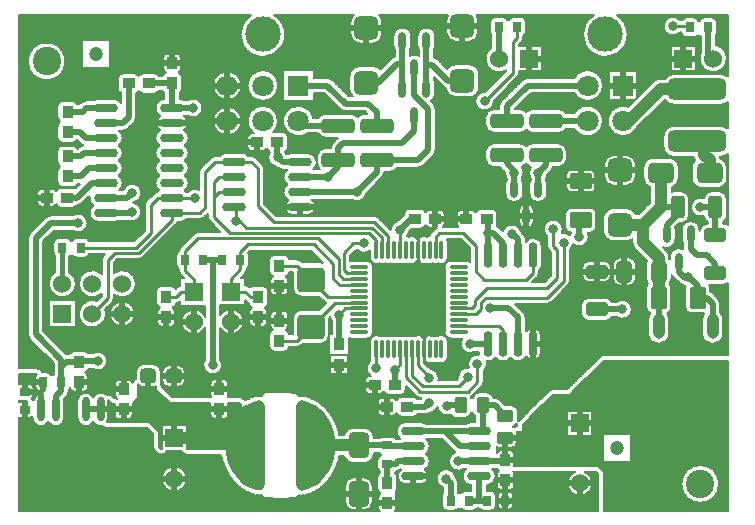
<source format=gtl>
G04 Layer_Physical_Order=1*
G04 Layer_Color=255*
%FSLAX24Y24*%
%MOIN*%
G70*
G01*
G75*
%ADD10C,0.0079*%
G04:AMPARAMS|DCode=11|XSize=28mil|YSize=35.8mil|CornerRadius=2.8mil|HoleSize=0mil|Usage=FLASHONLY|Rotation=0.000|XOffset=0mil|YOffset=0mil|HoleType=Round|Shape=RoundedRectangle|*
%AMROUNDEDRECTD11*
21,1,0.0280,0.0302,0,0,0.0*
21,1,0.0224,0.0358,0,0,0.0*
1,1,0.0056,0.0112,-0.0151*
1,1,0.0056,-0.0112,-0.0151*
1,1,0.0056,-0.0112,0.0151*
1,1,0.0056,0.0112,0.0151*
%
%ADD11ROUNDEDRECTD11*%
G04:AMPARAMS|DCode=12|XSize=41mil|YSize=36mil|CornerRadius=1.8mil|HoleSize=0mil|Usage=FLASHONLY|Rotation=0.000|XOffset=0mil|YOffset=0mil|HoleType=Round|Shape=RoundedRectangle|*
%AMROUNDEDRECTD12*
21,1,0.0410,0.0324,0,0,0.0*
21,1,0.0374,0.0360,0,0,0.0*
1,1,0.0036,0.0187,-0.0162*
1,1,0.0036,-0.0187,-0.0162*
1,1,0.0036,-0.0187,0.0162*
1,1,0.0036,0.0187,0.0162*
%
%ADD12ROUNDEDRECTD12*%
G04:AMPARAMS|DCode=13|XSize=41mil|YSize=36mil|CornerRadius=1.8mil|HoleSize=0mil|Usage=FLASHONLY|Rotation=90.000|XOffset=0mil|YOffset=0mil|HoleType=Round|Shape=RoundedRectangle|*
%AMROUNDEDRECTD13*
21,1,0.0410,0.0324,0,0,90.0*
21,1,0.0374,0.0360,0,0,90.0*
1,1,0.0036,0.0162,0.0187*
1,1,0.0036,0.0162,-0.0187*
1,1,0.0036,-0.0162,-0.0187*
1,1,0.0036,-0.0162,0.0187*
%
%ADD13ROUNDEDRECTD13*%
G04:AMPARAMS|DCode=14|XSize=82.7mil|YSize=78.7mil|CornerRadius=19.7mil|HoleSize=0mil|Usage=FLASHONLY|Rotation=180.000|XOffset=0mil|YOffset=0mil|HoleType=Round|Shape=RoundedRectangle|*
%AMROUNDEDRECTD14*
21,1,0.0827,0.0394,0,0,180.0*
21,1,0.0433,0.0787,0,0,180.0*
1,1,0.0394,-0.0217,0.0197*
1,1,0.0394,0.0217,0.0197*
1,1,0.0394,0.0217,-0.0197*
1,1,0.0394,-0.0217,-0.0197*
%
%ADD14ROUNDEDRECTD14*%
%ADD15O,0.0281X0.0591*%
%ADD16R,0.0354X0.0394*%
G04:AMPARAMS|DCode=17|XSize=90.6mil|YSize=82.7mil|CornerRadius=12.4mil|HoleSize=0mil|Usage=FLASHONLY|Rotation=0.000|XOffset=0mil|YOffset=0mil|HoleType=Round|Shape=RoundedRectangle|*
%AMROUNDEDRECTD17*
21,1,0.0906,0.0579,0,0,0.0*
21,1,0.0657,0.0827,0,0,0.0*
1,1,0.0248,0.0329,-0.0289*
1,1,0.0248,-0.0329,-0.0289*
1,1,0.0248,-0.0329,0.0289*
1,1,0.0248,0.0329,0.0289*
%
%ADD17ROUNDEDRECTD17*%
%ADD18O,0.0295X0.0850*%
%ADD19O,0.0800X0.0295*%
G04:AMPARAMS|DCode=20|XSize=110.2mil|YSize=47.2mil|CornerRadius=11.8mil|HoleSize=0mil|Usage=FLASHONLY|Rotation=0.000|XOffset=0mil|YOffset=0mil|HoleType=Round|Shape=RoundedRectangle|*
%AMROUNDEDRECTD20*
21,1,0.1102,0.0236,0,0,0.0*
21,1,0.0866,0.0472,0,0,0.0*
1,1,0.0236,0.0433,-0.0118*
1,1,0.0236,-0.0433,-0.0118*
1,1,0.0236,-0.0433,0.0118*
1,1,0.0236,0.0433,0.0118*
%
%ADD20ROUNDEDRECTD20*%
G04:AMPARAMS|DCode=21|XSize=194.9mil|YSize=70.9mil|CornerRadius=17.7mil|HoleSize=0mil|Usage=FLASHONLY|Rotation=0.000|XOffset=0mil|YOffset=0mil|HoleType=Round|Shape=RoundedRectangle|*
%AMROUNDEDRECTD21*
21,1,0.1949,0.0354,0,0,0.0*
21,1,0.1594,0.0709,0,0,0.0*
1,1,0.0354,0.0797,-0.0177*
1,1,0.0354,-0.0797,-0.0177*
1,1,0.0354,-0.0797,0.0177*
1,1,0.0354,0.0797,0.0177*
%
%ADD21ROUNDEDRECTD21*%
G04:AMPARAMS|DCode=22|XSize=28mil|YSize=35.8mil|CornerRadius=2.8mil|HoleSize=0mil|Usage=FLASHONLY|Rotation=90.000|XOffset=0mil|YOffset=0mil|HoleType=Round|Shape=RoundedRectangle|*
%AMROUNDEDRECTD22*
21,1,0.0280,0.0302,0,0,90.0*
21,1,0.0224,0.0358,0,0,90.0*
1,1,0.0056,0.0151,0.0112*
1,1,0.0056,0.0151,-0.0112*
1,1,0.0056,-0.0151,-0.0112*
1,1,0.0056,-0.0151,0.0112*
%
%ADD22ROUNDEDRECTD22*%
G04:AMPARAMS|DCode=23|XSize=126mil|YSize=80.7mil|CornerRadius=20.2mil|HoleSize=0mil|Usage=FLASHONLY|Rotation=0.000|XOffset=0mil|YOffset=0mil|HoleType=Round|Shape=RoundedRectangle|*
%AMROUNDEDRECTD23*
21,1,0.1260,0.0404,0,0,0.0*
21,1,0.0856,0.0807,0,0,0.0*
1,1,0.0404,0.0428,-0.0202*
1,1,0.0404,-0.0428,-0.0202*
1,1,0.0404,-0.0428,0.0202*
1,1,0.0404,0.0428,0.0202*
%
%ADD23ROUNDEDRECTD23*%
%ADD24O,0.0256X0.0807*%
G04:AMPARAMS|DCode=25|XSize=54mil|YSize=50mil|CornerRadius=12.5mil|HoleSize=0mil|Usage=FLASHONLY|Rotation=180.000|XOffset=0mil|YOffset=0mil|HoleType=Round|Shape=RoundedRectangle|*
%AMROUNDEDRECTD25*
21,1,0.0540,0.0250,0,0,180.0*
21,1,0.0290,0.0500,0,0,180.0*
1,1,0.0250,-0.0145,0.0125*
1,1,0.0250,0.0145,0.0125*
1,1,0.0250,0.0145,-0.0125*
1,1,0.0250,-0.0145,-0.0125*
%
%ADD25ROUNDEDRECTD25*%
%ADD26R,0.0394X0.0394*%
G04:AMPARAMS|DCode=27|XSize=86.6mil|YSize=68.9mil|CornerRadius=17.2mil|HoleSize=0mil|Usage=FLASHONLY|Rotation=90.000|XOffset=0mil|YOffset=0mil|HoleType=Round|Shape=RoundedRectangle|*
%AMROUNDEDRECTD27*
21,1,0.0866,0.0344,0,0,90.0*
21,1,0.0522,0.0689,0,0,90.0*
1,1,0.0344,0.0172,0.0261*
1,1,0.0344,0.0172,-0.0261*
1,1,0.0344,-0.0172,-0.0261*
1,1,0.0344,-0.0172,0.0261*
%
%ADD27ROUNDEDRECTD27*%
G04:AMPARAMS|DCode=28|XSize=55.1mil|YSize=41.3mil|CornerRadius=10.3mil|HoleSize=0mil|Usage=FLASHONLY|Rotation=180.000|XOffset=0mil|YOffset=0mil|HoleType=Round|Shape=RoundedRectangle|*
%AMROUNDEDRECTD28*
21,1,0.0551,0.0207,0,0,180.0*
21,1,0.0344,0.0413,0,0,180.0*
1,1,0.0207,-0.0172,0.0103*
1,1,0.0207,0.0172,0.0103*
1,1,0.0207,0.0172,-0.0103*
1,1,0.0207,-0.0172,-0.0103*
%
%ADD28ROUNDEDRECTD28*%
G04:AMPARAMS|DCode=29|XSize=55.1mil|YSize=41.3mil|CornerRadius=10.3mil|HoleSize=0mil|Usage=FLASHONLY|Rotation=90.000|XOffset=0mil|YOffset=0mil|HoleType=Round|Shape=RoundedRectangle|*
%AMROUNDEDRECTD29*
21,1,0.0551,0.0207,0,0,90.0*
21,1,0.0344,0.0413,0,0,90.0*
1,1,0.0207,0.0103,0.0172*
1,1,0.0207,0.0103,-0.0172*
1,1,0.0207,-0.0103,-0.0172*
1,1,0.0207,-0.0103,0.0172*
%
%ADD29ROUNDEDRECTD29*%
G04:AMPARAMS|DCode=30|XSize=55.1mil|YSize=70.9mil|CornerRadius=13.8mil|HoleSize=0mil|Usage=FLASHONLY|Rotation=0.000|XOffset=0mil|YOffset=0mil|HoleType=Round|Shape=RoundedRectangle|*
%AMROUNDEDRECTD30*
21,1,0.0551,0.0433,0,0,0.0*
21,1,0.0276,0.0709,0,0,0.0*
1,1,0.0276,0.0138,-0.0217*
1,1,0.0276,-0.0138,-0.0217*
1,1,0.0276,-0.0138,0.0217*
1,1,0.0276,0.0138,0.0217*
%
%ADD30ROUNDEDRECTD30*%
%ADD31O,0.0118X0.0630*%
%ADD32O,0.0630X0.0118*%
G04:AMPARAMS|DCode=33|XSize=47.2mil|YSize=74.8mil|CornerRadius=11.8mil|HoleSize=0mil|Usage=FLASHONLY|Rotation=180.000|XOffset=0mil|YOffset=0mil|HoleType=Round|Shape=RoundedRectangle|*
%AMROUNDEDRECTD33*
21,1,0.0472,0.0512,0,0,180.0*
21,1,0.0236,0.0748,0,0,180.0*
1,1,0.0236,-0.0118,0.0256*
1,1,0.0236,0.0118,0.0256*
1,1,0.0236,0.0118,-0.0256*
1,1,0.0236,-0.0118,-0.0256*
%
%ADD33ROUNDEDRECTD33*%
G04:AMPARAMS|DCode=34|XSize=47.2mil|YSize=74.8mil|CornerRadius=11.8mil|HoleSize=0mil|Usage=FLASHONLY|Rotation=90.000|XOffset=0mil|YOffset=0mil|HoleType=Round|Shape=RoundedRectangle|*
%AMROUNDEDRECTD34*
21,1,0.0472,0.0512,0,0,90.0*
21,1,0.0236,0.0748,0,0,90.0*
1,1,0.0236,0.0256,0.0118*
1,1,0.0236,0.0256,-0.0118*
1,1,0.0236,-0.0256,-0.0118*
1,1,0.0236,-0.0256,0.0118*
%
%ADD34ROUNDEDRECTD34*%
%ADD35C,0.0472*%
G04:AMPARAMS|DCode=36|XSize=86.6mil|YSize=68.9mil|CornerRadius=17.2mil|HoleSize=0mil|Usage=FLASHONLY|Rotation=180.000|XOffset=0mil|YOffset=0mil|HoleType=Round|Shape=RoundedRectangle|*
%AMROUNDEDRECTD36*
21,1,0.0866,0.0344,0,0,180.0*
21,1,0.0522,0.0689,0,0,180.0*
1,1,0.0344,-0.0261,0.0172*
1,1,0.0344,0.0261,0.0172*
1,1,0.0344,0.0261,-0.0172*
1,1,0.0344,-0.0261,-0.0172*
%
%ADD36ROUNDEDRECTD36*%
G04:AMPARAMS|DCode=37|XSize=51.2mil|YSize=72mil|CornerRadius=2.6mil|HoleSize=0mil|Usage=FLASHONLY|Rotation=270.000|XOffset=0mil|YOffset=0mil|HoleType=Round|Shape=RoundedRectangle|*
%AMROUNDEDRECTD37*
21,1,0.0512,0.0669,0,0,270.0*
21,1,0.0461,0.0720,0,0,270.0*
1,1,0.0051,-0.0335,-0.0230*
1,1,0.0051,-0.0335,0.0230*
1,1,0.0051,0.0335,0.0230*
1,1,0.0051,0.0335,-0.0230*
%
%ADD37ROUNDEDRECTD37*%
G04:AMPARAMS|DCode=38|XSize=51.2mil|YSize=72mil|CornerRadius=2.6mil|HoleSize=0mil|Usage=FLASHONLY|Rotation=180.000|XOffset=0mil|YOffset=0mil|HoleType=Round|Shape=RoundedRectangle|*
%AMROUNDEDRECTD38*
21,1,0.0512,0.0669,0,0,180.0*
21,1,0.0461,0.0720,0,0,180.0*
1,1,0.0051,-0.0230,0.0335*
1,1,0.0051,0.0230,0.0335*
1,1,0.0051,0.0230,-0.0335*
1,1,0.0051,-0.0230,-0.0335*
%
%ADD38ROUNDEDRECTD38*%
%ADD39O,0.0394X0.0846*%
G04:AMPARAMS|DCode=40|XSize=279.5mil|YSize=218.5mil|CornerRadius=10.9mil|HoleSize=0mil|Usage=FLASHONLY|Rotation=270.000|XOffset=0mil|YOffset=0mil|HoleType=Round|Shape=RoundedRectangle|*
%AMROUNDEDRECTD40*
21,1,0.2795,0.1967,0,0,270.0*
21,1,0.2577,0.2185,0,0,270.0*
1,1,0.0219,-0.0983,-0.1288*
1,1,0.0219,-0.0983,0.1288*
1,1,0.0219,0.0983,0.1288*
1,1,0.0219,0.0983,-0.1288*
%
%ADD40ROUNDEDRECTD40*%
%ADD41C,0.0098*%
%ADD42C,0.0197*%
%ADD43C,0.0157*%
%ADD44C,0.0394*%
%ADD45R,0.0600X0.0600*%
%ADD46C,0.0600*%
%ADD47R,0.0600X0.0600*%
%ADD48C,0.0709*%
%ADD49R,0.0709X0.0709*%
%ADD50C,0.1181*%
%ADD51C,0.0945*%
%ADD52R,0.0709X0.0709*%
%ADD53C,0.0315*%
G36*
X28273Y33876D02*
X28332Y33833D01*
X28371Y33771D01*
X28385Y33699D01*
Y31093D01*
X28371Y31019D01*
X28331Y30955D01*
X28270Y30910D01*
X28197Y30891D01*
X28122Y30899D01*
X27992Y30940D01*
X27841Y31000D01*
X27701Y31084D01*
X27576Y31187D01*
X27572Y31192D01*
X27423Y31358D01*
X27297Y31542D01*
X27197Y31741D01*
X27124Y31951D01*
X27080Y32169D01*
X27065Y32392D01*
X27080Y32614D01*
X27124Y32832D01*
X27197Y33043D01*
X27297Y33242D01*
X27423Y33426D01*
X27572Y33592D01*
X27574Y33594D01*
X27701Y33699D01*
X27842Y33783D01*
X27995Y33845D01*
X28129Y33887D01*
X28202Y33895D01*
X28273Y33876D01*
D02*
G37*
G36*
X29693Y33884D02*
X29823Y33844D01*
X29974Y33783D01*
X30113Y33700D01*
X30238Y33596D01*
X30243Y33592D01*
X30392Y33426D01*
X30518Y33242D01*
X30618Y33043D01*
X30691Y32832D01*
X30735Y32614D01*
X30750Y32392D01*
X30735Y32169D01*
X30691Y31951D01*
X30618Y31741D01*
X30518Y31541D01*
X30392Y31358D01*
X30243Y31192D01*
X30241Y31190D01*
X30114Y31084D01*
X29973Y31000D01*
X29820Y30939D01*
X29686Y30897D01*
X29613Y30888D01*
X29542Y30907D01*
X29483Y30951D01*
X29444Y31013D01*
X29430Y31085D01*
Y33691D01*
X29444Y33765D01*
X29484Y33829D01*
X29545Y33874D01*
X29618Y33893D01*
X29693Y33884D01*
D02*
G37*
D10*
X43466Y46480D02*
G03*
X43281Y46665I-185J0D01*
G01*
X43057D02*
G03*
X42888Y46555I0J-185D01*
G01*
X43425Y46061D02*
G03*
X43466Y46178I-144J117D01*
G01*
X42840Y46555D02*
G03*
X42671Y46665I-170J-75D01*
G01*
X42447D02*
G03*
X42288Y46575I0J-185D01*
G01*
X42226D02*
G03*
X42226Y46161I-238J-207D01*
G01*
X42671Y45992D02*
G03*
X42799Y46043I0J185D01*
G01*
X42263Y46161D02*
G03*
X42447Y45992I185J16D01*
G01*
X43790Y45289D02*
G03*
X43425Y45737I-457J0D01*
G01*
X42913Y45472D02*
G03*
X43790Y45289I419J-183D01*
G01*
X43819Y44694D02*
G03*
X43602Y44774I-217J-255D01*
G01*
Y43750D02*
G03*
X43819Y43829I0J335D01*
G01*
X41724Y43907D02*
G03*
X42008Y43750I284J177D01*
G01*
Y44774D02*
G03*
X41724Y44616I0J-335D01*
G01*
X40482Y46091D02*
G03*
X40119Y46732I-748J0D01*
G01*
X40482Y46091D02*
G03*
X40119Y46732I-748J0D01*
G01*
X39350D02*
G03*
X40482Y46091I384J-642D01*
G01*
X39350Y46732D02*
G03*
X40482Y46091I384J-642D01*
G01*
X41575Y44616D02*
G03*
X41324Y44512I0J-354D01*
G01*
X41575Y44616D02*
G03*
X41324Y44512I0J-354D01*
G01*
X38700Y44134D02*
G03*
X39656Y44390I443J256D01*
G01*
D02*
G03*
X38700Y44646I-512J0D01*
G01*
X43819Y42962D02*
G03*
X43602Y43041I-217J-255D01*
G01*
Y42018D02*
G03*
X43819Y42097I0J335D01*
G01*
X43557Y41967D02*
G03*
X43543Y42018I-348J-67D01*
G01*
X43799Y41649D02*
G03*
X43557Y41967I-330J0D01*
G01*
Y41967D02*
G03*
X43543Y42018I-348J-67D01*
G01*
X42674D02*
G03*
X42725Y41892I348J69D01*
G01*
D02*
G03*
X42618Y41649I222J-243D01*
G01*
X42674Y42018D02*
G03*
X42725Y41892I348J69D01*
G01*
X43469Y40974D02*
G03*
X43799Y41304I0J330D01*
G01*
X42618D02*
G03*
X42948Y40974I330J0D01*
G01*
X41673Y42352D02*
G03*
X42008Y42018I335J0D01*
G01*
Y43041D02*
G03*
X41673Y42707I0J-335D01*
G01*
X42185Y41649D02*
G03*
X41855Y41978I-330J0D01*
G01*
X41949Y40988D02*
G03*
X42185Y41304I-93J316D01*
G01*
X43799Y40591D02*
G03*
X43524Y40866I-276J0D01*
G01*
X43287D02*
G03*
X43015Y40629I0J-276D01*
G01*
X43661Y39840D02*
G03*
X43799Y40079I-138J239D01*
G01*
X43819Y39744D02*
G03*
X43661Y39793I-157J-226D01*
G01*
X43015Y40040D02*
G03*
X43150Y39840I273J39D01*
G01*
X43015Y40629D02*
G03*
X43015Y40040I-111J-295D01*
G01*
X42539Y40591D02*
G03*
X42264Y40866I-276J0D01*
G01*
X42027D02*
G03*
X41949Y40855I0J-276D01*
G01*
X42264Y39803D02*
G03*
X42539Y40079I0J276D01*
G01*
X40501Y43689D02*
G03*
X40770Y42956I-176J-481D01*
G01*
X40758Y41762D02*
G03*
X40443Y42077I-315J0D01*
G01*
X41334Y41978D02*
G03*
X41004Y41649I0J-330D01*
G01*
X39656Y43209D02*
G03*
X38700Y43465I-512J0D01*
G01*
Y42953D02*
G03*
X39656Y43209I443J256D01*
G01*
X40010Y42077D02*
G03*
X39695Y41762I0J-315D01*
G01*
X41004Y41304D02*
G03*
X41240Y40988I330J0D01*
G01*
X40443Y41053D02*
G03*
X40758Y41368I0J315D01*
G01*
X40760Y40108D02*
G03*
X40443Y40305I-317J-157D01*
G01*
X39695Y41368D02*
G03*
X40010Y41053I315J0D01*
G01*
X39396Y41431D02*
G03*
X39252Y41575I-144J0D01*
G01*
Y40827D02*
G03*
X39396Y40971I0J144D01*
G01*
X40010Y40305D02*
G03*
X39656Y39951I0J-354D01*
G01*
X39435Y40132D02*
G03*
X39252Y40315I-183J0D01*
G01*
X37098Y46500D02*
G03*
X36913Y46685I-185J0D01*
G01*
X37008Y46038D02*
G03*
X37098Y46197I-95J159D01*
G01*
X36947Y45838D02*
G03*
X37008Y45984I-146J146D01*
G01*
X36947Y45838D02*
G03*
X37008Y45984I-146J146D01*
G01*
X36689Y46685D02*
G03*
X36520Y46575I0J-185D01*
G01*
X36808Y44675D02*
G03*
X36869Y44822I-146J146D01*
G01*
X36808Y44675D02*
G03*
X36869Y44822I-146J146D01*
G01*
X36472Y46575D02*
G03*
X36303Y46685I-170J-75D01*
G01*
X35502Y46555D02*
G03*
X35447Y46732I-315J0D01*
G01*
X36079Y46685D02*
G03*
X35894Y46500I0J-185D01*
G01*
X35935Y45662D02*
G03*
X36456Y44909I260J-377D01*
G01*
X35894Y46197D02*
G03*
X35935Y46081I185J0D01*
G01*
X37146Y44646D02*
G03*
X36965Y44571I0J-256D01*
G01*
X37146Y44646D02*
G03*
X36964Y44570I0J-256D01*
G01*
X34494Y46732D02*
G03*
X34439Y46555I260J-177D01*
G01*
X34068Y46036D02*
G03*
X33472Y46036I-298J0D01*
G01*
X34439Y46161D02*
G03*
X34754Y45846I315J0D01*
G01*
X35187D02*
G03*
X35502Y46161I0J315D01*
G01*
X34026Y45574D02*
G03*
X34068Y45726I-256J152D01*
G01*
X33472D02*
G03*
X33514Y45574I298J0D01*
G01*
X32303Y46496D02*
G03*
X32197Y46732I-315J0D01*
G01*
X33268Y46036D02*
G03*
X32672Y46036I-298J0D01*
G01*
X31988Y45787D02*
G03*
X32303Y46102I0J315D01*
G01*
X33514Y45386D02*
G03*
X33226Y45386I-144J-261D01*
G01*
Y45574D02*
G03*
X33268Y45726I-256J152D01*
G01*
X32672D02*
G03*
X32714Y45574I298J0D01*
G01*
X35541Y44744D02*
G03*
X35187Y45098I-354J0D01*
G01*
X34754D02*
G03*
X34466Y44951I0J-354D01*
G01*
X35187Y43996D02*
G03*
X35541Y44350I0J354D01*
G01*
X35731Y44182D02*
G03*
X36024Y43868I-22J-314D01*
G01*
X34401Y44315D02*
G03*
X34754Y43996I353J36D01*
G01*
X34152Y45265D02*
G03*
X34026Y45334I-181J-181D01*
G01*
X32714Y45361D02*
G03*
X32614Y45299I81J-243D01*
G01*
X34153Y45264D02*
G03*
X34026Y45334I-181J-181D01*
G01*
X32714Y45361D02*
G03*
X32614Y45299I81J-243D01*
G01*
X34327Y44366D02*
G03*
X34401Y44315I181J181D01*
G01*
X34327Y44367D02*
G03*
X34401Y44315I181J181D01*
G01*
X32245Y44929D02*
G03*
X31988Y45039I-257J-244D01*
G01*
X34068Y44441D02*
G03*
X34026Y44594I-298J0D01*
G01*
X33925Y43878D02*
G03*
X34068Y44131I-156J254D01*
G01*
X38418Y43465D02*
G03*
X38179Y43602I-239J-138D01*
G01*
Y42815D02*
G03*
X38418Y42953I0J276D01*
G01*
X37096Y42920D02*
G03*
X37313Y42815I217J170D01*
G01*
Y43602D02*
G03*
X37096Y43497I0J-276D01*
G01*
X38455Y42185D02*
G03*
X38179Y42461I-276J0D01*
G01*
Y41673D02*
G03*
X38455Y41949I0J276D01*
G01*
X38583Y41575D02*
G03*
X38439Y41431I0J-144D01*
G01*
X37927Y41551D02*
G03*
X37995Y41673I-181J181D01*
G01*
X37927Y41551D02*
G03*
X37995Y41673I-181J181D01*
G01*
X37313Y42461D02*
G03*
X37096Y42356I0J-276D01*
G01*
Y41778D02*
G03*
X37252Y41680I217J170D01*
G01*
X37756Y41303D02*
G03*
X37811Y41435I-256J184D01*
G01*
X37096Y43497D02*
G03*
X36880Y43602I-217J-170D01*
G01*
X36266Y43872D02*
G03*
X36191Y43691I181J-181D01*
G01*
X36266Y43872D02*
G03*
X36191Y43691I181J-181D01*
G01*
X36880Y42815D02*
G03*
X37096Y42920I0J276D01*
G01*
X36947Y41682D02*
G03*
X37096Y41778I-67J267D01*
G01*
X37015Y41486D02*
G03*
X36947Y41682I-315J0D01*
G01*
X37096Y42356D02*
G03*
X36880Y42461I-217J-170D01*
G01*
X36385Y41501D02*
G03*
X36444Y41303I315J-15D01*
G01*
X36225Y41673D02*
G03*
X36266Y41620I222J128D01*
G01*
X36225Y41673D02*
G03*
X36266Y41620I222J128D01*
G01*
X38439Y40971D02*
G03*
X38583Y40827I144J0D01*
G01*
X37798Y41105D02*
G03*
X37756Y41257I-298J0D01*
G01*
X38583Y40315D02*
G03*
X38400Y40132I0J-183D01*
G01*
X37202Y40795D02*
G03*
X37798Y40795I298J0D01*
G01*
X37358Y40195D02*
G03*
X36842Y40195I-258J0D01*
G01*
X37252Y41680D02*
G03*
X37244Y41303I248J-194D01*
G01*
Y41257D02*
G03*
X37202Y41105I256J-152D01*
G01*
X36956Y41303D02*
G03*
X37015Y41486I-256J184D01*
G01*
X36998Y41105D02*
G03*
X36956Y41257I-298J0D01*
G01*
X36444D02*
G03*
X36402Y41105I256J-152D01*
G01*
Y40795D02*
G03*
X36998Y40795I298J0D01*
G01*
X36014Y43602D02*
G03*
X35738Y43327I0J-276D01*
G01*
Y43091D02*
G03*
X36014Y42815I276J0D01*
G01*
X35738Y41949D02*
G03*
X36014Y41673I276J0D01*
G01*
Y42461D02*
G03*
X35738Y42185I0J-276D01*
G01*
X34075Y43622D02*
G03*
X34000Y43803I-256J0D01*
G01*
X34000Y42053D02*
G03*
X34075Y42234I-181J181D01*
G01*
Y43622D02*
G03*
X34000Y43803I-256J0D01*
G01*
X34000Y42053D02*
G03*
X34075Y42234I-181J181D01*
G01*
X33494Y41654D02*
G03*
X33675Y41729I0J256D01*
G01*
X33494Y41654D02*
G03*
X33675Y41729I0J256D01*
G01*
X32549Y41516D02*
G03*
X32788Y41654I0J276D01*
G01*
X32297Y41325D02*
G03*
X32372Y41506I-181J181D01*
G01*
X32297Y41325D02*
G03*
X32372Y41506I-181J181D01*
G01*
X36140Y40103D02*
G03*
X35965Y40278I-175J0D01*
G01*
X35591D02*
G03*
X35422Y40151I0J-175D01*
G01*
D02*
G03*
X35295Y40239I-127J-48D01*
G01*
X34921D02*
G03*
X34785Y40103I0J-136D01*
G01*
X36175Y39659D02*
G03*
X36122Y39700I-181J-181D01*
G01*
Y39700D02*
G03*
X36140Y39779I-157J79D01*
G01*
X36175Y39659D02*
G03*
X36122Y39700I-181J-181D01*
G01*
X34785Y39779D02*
G03*
X34833Y39675I136J0D01*
G01*
X34378Y40113D02*
G03*
X34242Y40249I-136J0D01*
G01*
X33869D02*
G03*
X33741Y40161I0J-136D01*
G01*
D02*
G03*
X33572Y40288I-169J-48D01*
G01*
X33199D02*
G03*
X33023Y40113I0J-175D01*
G01*
X34317Y39675D02*
G03*
X34378Y39789I-75J114D01*
G01*
X32184Y39979D02*
G03*
X32038Y40039I-146J-146D01*
G01*
X32184Y39979D02*
G03*
X32038Y40039I-146J-146D01*
G01*
X42877Y39579D02*
G03*
X42281Y39579I-298J0D01*
G01*
X43150Y39793D02*
G03*
X42877Y39555I0J-276D01*
G01*
X42281Y39269D02*
G03*
X42323Y39117I298J0D01*
G01*
X42077Y39579D02*
G03*
X42064Y39665I-298J0D01*
G01*
X41664Y38994D02*
G03*
X42077Y39269I114J275D01*
G01*
X42323Y38930D02*
G03*
X41881Y38669I-144J-261D01*
G01*
X41949Y38073D02*
G03*
X41998Y38004I230J112D01*
G01*
X41949Y38073D02*
G03*
X41998Y38004I230J112D01*
G01*
X41870Y38642D02*
G03*
X41766Y38893I-354J0D01*
G01*
X41870Y38642D02*
G03*
X41766Y38893I-354J0D01*
G01*
X41116Y38541D02*
G03*
X41083Y38406I262J-135D01*
G01*
X40443Y39203D02*
G03*
X40640Y39262I0J354D01*
G01*
Y39163D02*
G03*
X40744Y38913I354J0D01*
G01*
X40640Y39163D02*
G03*
X40744Y38913I354J0D01*
G01*
X40768Y38406D02*
G03*
X40512Y38661I-256J0D01*
G01*
X40236D02*
G03*
X39980Y38406I0J-256D01*
G01*
X43661Y37746D02*
G03*
X43819Y37795I0J276D01*
G01*
X42211Y37791D02*
G03*
X42350Y37720I181J181D01*
G01*
X42211Y37792D02*
G03*
X42350Y37720I181J181D01*
G01*
X43229Y37648D02*
G03*
X43200Y37746I-183J0D01*
G01*
X42350Y37720D02*
G03*
X42409Y37698I140J282D01*
G01*
X43291Y37494D02*
G03*
X43229Y37540I-181J-181D01*
G01*
X43291Y37494D02*
G03*
X43229Y37540I-181J-181D01*
G01*
X43565Y37114D02*
G03*
X43490Y37295I-256J0D01*
G01*
X43565Y37114D02*
G03*
X43490Y37295I-256J0D01*
G01*
X42409Y37698D02*
G03*
X42402Y37648I176J-50D01*
G01*
X41875Y37777D02*
G03*
X41949Y37972I-221J195D01*
G01*
X41083D02*
G03*
X41156Y37778I295J0D01*
G01*
X40512Y37717D02*
G03*
X40768Y37972I0J256D01*
G01*
X39980D02*
G03*
X40236Y37717I256J0D01*
G01*
X41156Y37778D02*
G03*
X41102Y37648I129J-130D01*
G01*
X41929D02*
G03*
X41875Y37777I-183J0D01*
G01*
X40620Y36929D02*
G03*
X40122Y37185I-315J0D01*
G01*
X39656Y39557D02*
G03*
X40010Y39203I354J0D01*
G01*
X39252Y39488D02*
G03*
X39435Y39671I0J183D01*
G01*
X38400D02*
G03*
X38583Y39488I183J0D01*
G01*
X39183Y39341D02*
G03*
X39147Y39488I-315J0D01*
G01*
X38590D02*
G03*
X38558Y39395I278J-147D01*
G01*
X38558D02*
G03*
X38280Y39459I-202J-242D01*
G01*
X38666Y39099D02*
G03*
X39183Y39341I202J242D01*
G01*
X38563Y38916D02*
G03*
X38666Y39099I-207J238D01*
G01*
X38280Y39459D02*
G03*
X38317Y39606I-279J147D01*
G01*
D02*
G03*
X37795Y39369I-315J0D01*
G01*
X36842Y39885D02*
G03*
X37358Y39885I258J0D01*
G01*
X36915Y39549D02*
G03*
X36310Y39525I-299J-98D01*
G01*
X37083Y39276D02*
G03*
X37007Y39457I-256J0D01*
G01*
X37083Y39276D02*
G03*
X37008Y39457I-256J0D01*
G01*
X37795Y39045D02*
G03*
X37856Y38899I207J0D01*
G01*
X37795Y39045D02*
G03*
X37856Y38899I207J0D01*
G01*
X37632Y39005D02*
G03*
X37083Y39188I-305J0D01*
G01*
X39941Y38307D02*
G03*
X39705Y38543I-236J0D01*
G01*
Y37835D02*
G03*
X39941Y38071I0J236D01*
G01*
X38957D02*
G03*
X39193Y37835I236J0D01*
G01*
Y38543D02*
G03*
X38957Y38307I0J-236D01*
G01*
X39943Y37185D02*
G03*
X39705Y37323I-239J-138D01*
G01*
X39193D02*
G03*
X38917Y37047I0J-276D01*
G01*
X37533Y38226D02*
G03*
X37632Y38450I-207J224D01*
G01*
X37473Y38007D02*
G03*
X37533Y38154I-146J146D01*
G01*
X37473Y38007D02*
G03*
X37533Y38154I-146J146D01*
G01*
X38502Y37738D02*
G03*
X38563Y37884I-146J146D01*
G01*
X38502Y37737D02*
G03*
X38563Y37884I-146J146D01*
G01*
X43663Y36585D02*
G03*
X43565Y36830I-354J0D01*
G01*
X43024Y36795D02*
G03*
X42955Y36585I285J-211D01*
G01*
Y36132D02*
G03*
X43663Y36132I354J0D01*
G01*
X42402Y36978D02*
G03*
X42585Y36795I183J0D01*
G01*
X41794Y36802D02*
G03*
X41929Y36978I-48J177D01*
G01*
X41868Y36585D02*
G03*
X41794Y36802I-354J0D01*
G01*
X41102Y36978D02*
G03*
X41234Y36802I183J0D01*
G01*
D02*
G03*
X41159Y36585I279J-218D01*
G01*
X40122Y36673D02*
G03*
X40620Y36929I184J256D01*
G01*
X39705Y36535D02*
G03*
X39943Y36673I0J276D01*
G01*
X38917Y36811D02*
G03*
X39193Y36535I276J0D01*
G01*
X41159Y36132D02*
G03*
X41868Y36132I354J0D01*
G01*
X39695Y35413D02*
G03*
X39556Y35356I0J-197D01*
G01*
X39695Y35413D02*
G03*
X39556Y35356I0J-197D01*
G01*
X39306Y31130D02*
G03*
X39049Y31516I-418J0D01*
G01*
X38727D02*
G03*
X39306Y31130I161J-386D01*
G01*
X37982Y34272D02*
G03*
X37843Y34214I0J-197D01*
G01*
X37982Y34272D02*
G03*
X37843Y34214I0J-197D01*
G01*
X37795Y37116D02*
G03*
X37941Y37177I0J207D01*
G01*
X37795Y37116D02*
G03*
X37942Y37177I0J207D01*
G01*
X37083Y36667D02*
G03*
X37007Y36849I-256J0D01*
G01*
X37083Y36667D02*
G03*
X37008Y36848I-256J0D01*
G01*
X37593Y36055D02*
G03*
X37099Y36192I-266J0D01*
G01*
D02*
G03*
X37083Y36221I-272J-137D01*
G01*
X37099Y35363D02*
G03*
X37593Y35500I228J137D01*
G01*
X36577Y35325D02*
G03*
X37099Y35363I250J175D01*
G01*
X36077Y35325D02*
G03*
X36577Y35325I250J175D01*
G01*
X36829Y33197D02*
G03*
X36841Y33273I-250J76D01*
G01*
Y33479D02*
G03*
X36580Y33740I-261J0D01*
G01*
X36849Y33220D02*
G03*
X36829Y33197I139J-139D01*
G01*
X36849Y33220D02*
G03*
X36829Y33197I139J-139D01*
G01*
X36797Y33129D02*
G03*
X36791Y33081I191J-48D01*
G01*
X36797Y33129D02*
G03*
X36791Y33081I191J-48D01*
G01*
X36661Y33025D02*
G03*
X36797Y33129I-82J248D01*
G01*
X36776Y33031D02*
G03*
X36661Y32995I0J-197D01*
G01*
X36776Y33031D02*
G03*
X36661Y32995I0J-197D01*
G01*
X36706Y31427D02*
G03*
X36669Y31519I-136J0D01*
G01*
D02*
G03*
X36705Y31516I36J194D01*
G01*
X36569Y30917D02*
G03*
X36706Y31053I0J136D01*
G01*
X36665Y30702D02*
G03*
X36519Y30848I-146J0D01*
G01*
Y30254D02*
G03*
X36665Y30400I0J146D01*
G01*
X35217Y38518D02*
G03*
X35098Y38553I-118J-181D01*
G01*
X34966Y35955D02*
G03*
X35410Y35522I260J-177D01*
G01*
X34394Y36270D02*
G03*
X34587Y35955I193J-98D01*
G01*
Y38553D02*
G03*
X34394Y38238I0J-217D01*
G01*
X34488Y35856D02*
G03*
X34173Y36049I-217J0D01*
G01*
X34109Y39653D02*
G03*
X34056Y39614I94J-184D01*
G01*
X34488Y39163D02*
G03*
X34465Y39262I-217J0D01*
G01*
X34109Y39653D02*
G03*
X34057Y39615I94J-184D01*
G01*
X34173Y38459D02*
G03*
X34488Y38652I98J193D01*
G01*
X33976Y38459D02*
G03*
X34173Y38459I98J193D01*
G01*
X33929Y39487D02*
G03*
X33872Y39380I146J-146D01*
G01*
X33929Y39487D02*
G03*
X33872Y39380I146J-146D01*
G01*
X33741Y39741D02*
G03*
X33869Y39653I127J48D01*
G01*
X33780Y38459D02*
G03*
X33976Y38459I98J193D01*
G01*
X33872Y39380D02*
G03*
X33780Y39356I6J-216D01*
G01*
X34394Y38238D02*
G03*
X34394Y38041I193J-98D01*
G01*
Y37844D02*
G03*
X34394Y37648I193J-98D01*
G01*
Y38041D02*
G03*
X34394Y37844I193J-98D01*
G01*
Y37451D02*
G03*
X34394Y37254I193J-98D01*
G01*
Y37648D02*
G03*
X34394Y37451I193J-98D01*
G01*
Y37254D02*
G03*
X34394Y37057I193J-98D01*
G01*
Y36860D02*
G03*
X34394Y36663I193J-98D01*
G01*
Y37057D02*
G03*
X34394Y36860I193J-98D01*
G01*
Y36663D02*
G03*
X34394Y36467I193J-98D01*
G01*
Y36467D02*
G03*
X34394Y36270I193J-98D01*
G01*
X34173Y36049D02*
G03*
X33976Y36049I-98J-193D01*
G01*
X33976D02*
G03*
X33681Y35947I-98J-193D01*
G01*
X35522Y35500D02*
G03*
X35533Y35419I305J0D01*
G01*
X35776Y35199D02*
G03*
X36077Y35325I51J301D01*
G01*
X35533Y35419D02*
G03*
X35183Y34990I-58J-310D01*
G01*
X35789Y35110D02*
G03*
X35776Y35199I-315J0D01*
G01*
X35681Y34872D02*
G03*
X35789Y35110I-207J238D01*
G01*
X35620Y34363D02*
G03*
X35681Y34510I-146J146D01*
G01*
X35620Y34363D02*
G03*
X35681Y34510I-146J146D01*
G01*
X36234Y33911D02*
G03*
X36053Y33986I-181J-181D01*
G01*
X36010D02*
G03*
X35763Y34163I-247J-84D01*
G01*
X35556D02*
G03*
X35309Y33986I0J-261D01*
G01*
X35254Y34006D02*
G03*
X35294Y34037I-107J177D01*
G01*
X35254Y34006D02*
G03*
X35294Y34037I-107J177D01*
G01*
X34173Y35152D02*
G03*
X34488Y35344I98J193D01*
G01*
X33976Y35152D02*
G03*
X34173Y35152I98J193D01*
G01*
X33691Y35235D02*
G03*
X33976Y35152I187J109D01*
G01*
X35183Y34990D02*
G03*
X34837Y34637I-34J-313D01*
G01*
X34173Y34567D02*
G03*
X34183Y34646I-305J79D01*
G01*
D02*
G03*
X33875Y34961I-315J0D01*
G01*
X33572Y39613D02*
G03*
X33741Y39741I0J175D01*
G01*
X33484Y38561D02*
G03*
X33780Y38459I197J90D01*
G01*
Y39356D02*
G03*
X33484Y39254I-98J-193D01*
G01*
X33484D02*
G03*
X33189Y39356I-197J-90D01*
G01*
Y38459D02*
G03*
X33484Y38561I98J193D01*
G01*
X33128Y39377D02*
G03*
X33204Y39536I-235J210D01*
G01*
X32843Y39897D02*
G03*
X32579Y39584I51J-311D01*
G01*
X33189Y39356D02*
G03*
X33128Y39377I-98J-193D01*
G01*
X32992Y38459D02*
G03*
X33189Y38459I98J193D01*
G01*
X32795D02*
G03*
X32992Y38459I98J193D01*
G01*
X32598D02*
G03*
X32795Y38459I98J193D01*
G01*
X32205D02*
G03*
X32402Y38459I98J193D01*
G01*
X31890Y38652D02*
G03*
X32205Y38459I217J0D01*
G01*
X32402D02*
G03*
X32598Y38459I98J193D01*
G01*
X31984Y38238D02*
G03*
X32008Y38337I-193J98D01*
G01*
Y37943D02*
G03*
X31984Y38041I-217J0D01*
G01*
X32008Y38140D02*
G03*
X31984Y38238I-217J0D01*
G01*
Y37648D02*
G03*
X32008Y37746I-193J98D01*
G01*
X31984Y37844D02*
G03*
X32008Y37943I-193J98D01*
G01*
Y37549D02*
G03*
X31984Y37648I-217J0D01*
G01*
Y37254D02*
G03*
X32008Y37352I-193J98D01*
G01*
D02*
G03*
X31984Y37451I-217J0D01*
G01*
X32008Y37156D02*
G03*
X31984Y37254I-217J0D01*
G01*
X32008Y37746D02*
G03*
X31984Y37844I-217J0D01*
G01*
Y38041D02*
G03*
X32008Y38140I-193J98D01*
G01*
X31984Y37451D02*
G03*
X32008Y37549I-193J98D01*
G01*
X31984Y36663D02*
G03*
X32008Y36762I-193J98D01*
G01*
D02*
G03*
X31984Y36860I-217J0D01*
G01*
X32008Y36565D02*
G03*
X31984Y36663I-217J0D01*
G01*
X32008Y36959D02*
G03*
X31984Y37057I-217J0D01*
G01*
Y37057D02*
G03*
X32008Y37156I-193J98D01*
G01*
X31984Y36860D02*
G03*
X32008Y36959I-193J98D01*
G01*
X33681Y35947D02*
G03*
X33386Y36049I-197J-90D01*
G01*
X33386D02*
G03*
X33189Y36049I-98J-193D01*
G01*
D02*
G03*
X32992Y36049I-98J-193D01*
G01*
X32992D02*
G03*
X32795Y36049I-98J-193D01*
G01*
X33427Y34037D02*
G03*
X33573Y33976I146J146D01*
G01*
X33426Y34037D02*
G03*
X33573Y33976I146J146D01*
G01*
X33475Y33937D02*
G03*
X33327Y34018I-148J-94D01*
G01*
X32904Y34072D02*
G03*
X33079Y34248I0J175D01*
G01*
X32953Y34018D02*
G03*
X32784Y33891I0J-175D01*
G01*
X32795Y36049D02*
G03*
X32598Y36049I-98J-193D01*
G01*
D02*
G03*
X32402Y36049I-98J-193D01*
G01*
X31984Y36467D02*
G03*
X32008Y36565I-193J98D01*
G01*
X31984Y36270D02*
G03*
X32008Y36368I-193J98D01*
G01*
D02*
G03*
X31984Y36467I-217J0D01*
G01*
X32008Y36171D02*
G03*
X31984Y36270I-217J0D01*
G01*
X32402Y36049D02*
G03*
X32205Y36049I-98J-193D01*
G01*
D02*
G03*
X31890Y35856I-98J-193D01*
G01*
X32361Y34200D02*
G03*
X32530Y34072I169J48D01*
G01*
X32234Y34111D02*
G03*
X32361Y34200I0J136D01*
G01*
X31890Y35344D02*
G03*
X31900Y35280I217J0D01*
G01*
X36234Y33911D02*
G03*
X36053Y33986I-181J-181D01*
G01*
X35309Y33474D02*
G03*
X35404Y33347I247J84D01*
G01*
X36084Y31364D02*
G03*
X35962Y31608I-305J0D01*
G01*
X36113D02*
G03*
X36198Y31554I133J115D01*
G01*
X35015Y33297D02*
G03*
X35262Y33474I0J261D01*
G01*
X35274Y33169D02*
G03*
X35108Y33120I0J-305D01*
G01*
X34741Y32164D02*
G03*
X35022Y31608I98J-299D01*
G01*
X36198Y31554D02*
G03*
X36109Y31427I48J-127D01*
G01*
X35783Y31059D02*
G03*
X36084Y31364I-4J305D01*
G01*
X35091Y31608D02*
G03*
X35271Y31059I183J-244D01*
G01*
X34590Y33415D02*
G03*
X34808Y33297I218J143D01*
G01*
X34145Y33669D02*
G03*
X34590Y33415I313J31D01*
G01*
X33908Y33488D02*
G03*
X34145Y33669I-50J311D01*
G01*
X34833Y31142D02*
G03*
X34758Y31323I-256J0D01*
G01*
X34833Y31142D02*
G03*
X34758Y31323I-256J0D01*
G01*
X36296Y30848D02*
G03*
X36149Y30702I0J-146D01*
G01*
X36109Y31053D02*
G03*
X36246Y30917I136J0D01*
G01*
X36095Y30702D02*
G03*
X35909Y30888I-185J0D01*
G01*
X36149Y30400D02*
G03*
X36296Y30254I146J0D01*
G01*
X35909Y30215D02*
G03*
X36095Y30400I0J185D01*
G01*
X35075Y30888D02*
G03*
X34916Y30797I0J-185D01*
G01*
X34740Y31340D02*
G03*
X34321Y30994I-311J-51D01*
G01*
Y30819D02*
G03*
X34280Y30702I144J-117D01*
G01*
X35533Y30295D02*
G03*
X35686Y30215I153J105D01*
G01*
X35299Y30215D02*
G03*
X35452Y30295I0J185D01*
G01*
X34929Y30285D02*
G03*
X35075Y30215I146J115D01*
G01*
X34280Y30400D02*
G03*
X34465Y30215I185J0D01*
G01*
X34689D02*
G03*
X34835Y30285I0J185D01*
G01*
X33740Y33425D02*
G03*
X33908Y33488I0J256D01*
G01*
X33598Y33976D02*
G03*
X33575Y33937I260J-177D01*
G01*
X33740Y33425D02*
G03*
X33908Y33488I0J256D01*
G01*
X33327Y33344D02*
G03*
X33475Y33425I0J175D01*
G01*
X33074Y33169D02*
G03*
X32891Y32620I0J-305D01*
G01*
X33745Y33120D02*
G03*
X33579Y33169I-166J-256D01*
G01*
X33884Y32364D02*
G03*
X33762Y32608I-305J0D01*
G01*
X33754Y32114D02*
G03*
X33884Y32364I-175J250D01*
G01*
Y31864D02*
G03*
X33754Y32114I-305J0D01*
G01*
X32784Y33471D02*
G03*
X32953Y33344I169J48D01*
G01*
X32657Y33383D02*
G03*
X32784Y33471I0J136D01*
G01*
Y33891D02*
G03*
X32657Y33979I-127J-48D01*
G01*
X32283D02*
G03*
X32147Y33843I0J-136D01*
G01*
Y33519D02*
G03*
X32283Y33383I136J0D01*
G01*
X32319Y32689D02*
G03*
X32203Y32648I0J-185D01*
G01*
X32766Y32620D02*
G03*
X32622Y32689I-144J-117D01*
G01*
X32203Y32136D02*
G03*
X32252Y32107I117J144D01*
G01*
Y32066D02*
G03*
X32134Y31893I67J-173D01*
G01*
X33716Y31592D02*
G03*
X33884Y31864I-137J272D01*
G01*
X33579Y31098D02*
G03*
X33845Y31364I0J266D01*
G01*
D02*
G03*
X33716Y31592I-266J0D01*
G01*
X32746Y31526D02*
G03*
X32925Y31598I0J256D01*
G01*
X32937Y31592D02*
G03*
X33074Y31098I137J-228D01*
G01*
X32746Y31526D02*
G03*
X32925Y31598I0J256D01*
G01*
X32808Y31339D02*
G03*
X32726Y31487I-175J0D01*
G01*
X32746Y30831D02*
G03*
X32808Y30965I-114J134D01*
G01*
X32134Y31670D02*
G03*
X32215Y31517I185J0D01*
G01*
Y31487D02*
G03*
X32133Y31339I94J-148D01*
G01*
X32768Y30669D02*
G03*
X32746Y30744I-136J0D01*
G01*
X32133Y30965D02*
G03*
X32234Y30806I175J0D01*
G01*
Y30783D02*
G03*
X32172Y30669I74J-114D01*
G01*
X32727Y30197D02*
G03*
X32768Y30295I-94J98D01*
G01*
X32172D02*
G03*
X32214Y30197I136J0D01*
G01*
X31347Y46732D02*
G03*
X31240Y46496I208J-236D01*
G01*
Y46102D02*
G03*
X31555Y45787I315J0D01*
G01*
Y45039D02*
G03*
X31201Y44685I0J-354D01*
G01*
X30653Y44571D02*
G03*
X30472Y44646I-181J-181D01*
G01*
X30654Y44570D02*
G03*
X30472Y44646I-181J-181D01*
G01*
X31201Y44291D02*
G03*
X31310Y44035I354J0D01*
G01*
X30901Y43599D02*
G03*
X31083Y43524I181J181D01*
G01*
X31683Y43445D02*
G03*
X31476Y43352I0J-276D01*
G01*
X30902Y43599D02*
G03*
X31083Y43524I181J181D01*
G01*
X31476Y43352D02*
G03*
X31270Y43445I-207J-182D01*
G01*
X30404D02*
G03*
X30165Y43307I0J-276D01*
G01*
X30000D02*
G03*
X29800Y42795I-502J-98D01*
G01*
X29065Y46091D02*
G03*
X28701Y46732I-748J0D01*
G01*
X29065Y46091D02*
G03*
X28701Y46732I-748J0D01*
G01*
X27933D02*
G03*
X29065Y46091I384J-642D01*
G01*
X27933Y46732D02*
G03*
X29065Y46091I384J-642D01*
G01*
X28829Y44390D02*
G03*
X28829Y44390I-512J0D01*
G01*
Y43209D02*
G03*
X28011Y42798I-512J0D01*
G01*
X28669Y42837D02*
G03*
X28829Y43209I-352J371D01*
G01*
X27608Y44390D02*
G03*
X27608Y44390I-472J0D01*
G01*
Y43209D02*
G03*
X27608Y43209I-472J0D01*
G01*
X26309Y43642D02*
G03*
X25810Y43898I-315J0D01*
G01*
Y43386D02*
G03*
X26309Y43642I184J256D01*
G01*
X30656Y42494D02*
G03*
X30581Y42313I181J-181D01*
G01*
X30656Y42494D02*
G03*
X30581Y42313I181J-181D01*
G01*
X30165Y42795D02*
G03*
X30404Y42657I239J138D01*
G01*
Y42303D02*
G03*
X30128Y42028I0J-276D01*
G01*
Y41791D02*
G03*
X30209Y41596I276J0D01*
G01*
X31267Y40585D02*
G03*
X31762Y40789I184J256D01*
G01*
X29162Y42662D02*
G03*
X28986Y42837I-175J0D01*
G01*
X30120Y41841D02*
G03*
X29815Y42146I-305J0D01*
G01*
X29310D02*
G03*
X29144Y42096I0J-305D01*
G01*
X29998Y41596D02*
G03*
X30120Y41841I-183J244D01*
G01*
X29952Y40568D02*
G03*
X29981Y40585I-137J272D01*
G01*
X29065Y42181D02*
G03*
X29162Y42338I-79J157D01*
G01*
X29108Y42096D02*
G03*
X29065Y42181I-299J-98D01*
G01*
X28795Y41660D02*
G03*
X28976Y41585I181J181D01*
G01*
X29135Y41091D02*
G03*
X29173Y40568I175J-250D01*
G01*
X29127Y41585D02*
G03*
X29135Y41091I183J-244D01*
G01*
X31455Y38917D02*
G03*
X31890Y38878I238J207D01*
G01*
X29815Y40075D02*
G03*
X30080Y40341I0J266D01*
G01*
D02*
G03*
X29952Y40568I-266J0D01*
G01*
X29173D02*
G03*
X29310Y40075I137J-228D01*
G01*
X29204Y38593D02*
G03*
X29030Y38749I-174J-20D01*
G01*
X28444Y42290D02*
G03*
X28544Y42177I169J48D01*
G01*
X28317Y42202D02*
G03*
X28444Y42290I0J136D01*
G01*
X27943Y42798D02*
G03*
X27807Y42662I0J-136D01*
G01*
Y42338D02*
G03*
X27943Y42202I136J0D01*
G01*
X28544Y42168D02*
G03*
X28769Y41686I265J-170D01*
G01*
X27839Y42047D02*
G03*
X27615Y42146I-224J-207D01*
G01*
X28080Y41986D02*
G03*
X27933Y42047I-146J-146D01*
G01*
X28079Y41987D02*
G03*
X27933Y42047I-146J-146D01*
G01*
X27110Y42146D02*
G03*
X26885Y42047I0J-305D01*
G01*
X26732D02*
G03*
X26586Y41986I0J-207D01*
G01*
X26732Y42047D02*
G03*
X26586Y41987I0J-207D01*
G01*
X28795Y41660D02*
G03*
X28976Y41585I181J181D01*
G01*
X28356Y41624D02*
G03*
X28295Y41770I-207J0D01*
G01*
X28706Y38749D02*
G03*
X28531Y38573I0J-175D01*
G01*
X28356Y41624D02*
G03*
X28296Y41770I-207J0D01*
G01*
X26261Y41662D02*
G03*
X26201Y41516I146J-146D01*
G01*
X26486Y40010D02*
G03*
X26547Y39864I207J0D01*
G01*
X26486Y40010D02*
G03*
X26547Y39863I207J0D01*
G01*
X26215Y39935D02*
G03*
X26361Y39996I0J207D01*
G01*
X26215Y39935D02*
G03*
X26361Y39996I0J207D01*
G01*
X26262Y41662D02*
G03*
X26201Y41516I146J-146D01*
G01*
Y40918D02*
G03*
X25815Y40846I-148J-278D01*
G01*
X27866Y38714D02*
G03*
X27833Y38820I-185J0D01*
G01*
X26171Y39508D02*
G03*
X26025Y39447I0J-207D01*
G01*
X26171Y39508D02*
G03*
X26025Y39447I0J-207D01*
G01*
X25593Y45315D02*
G03*
X25457Y45451I-136J0D01*
G01*
X25133D02*
G03*
X24997Y45315I0J-136D01*
G01*
X25505Y44814D02*
G03*
X25593Y44941I-48J127D01*
G01*
X25633Y44645D02*
G03*
X25505Y44814I-175J0D01*
G01*
X24997Y44941D02*
G03*
X25085Y44814I136J0D01*
G01*
X25546Y44120D02*
G03*
X25633Y44271I-89J151D01*
G01*
X25085Y44814D02*
G03*
X24972Y44715I48J-169D01*
G01*
X24972Y44203D02*
G03*
X25035Y44126I161J69D01*
G01*
X24853Y44715D02*
G03*
X24705Y44796I-148J-94D01*
G01*
X24331D02*
G03*
X24183Y44715I0J-175D01*
G01*
D02*
G03*
X24035Y44796I-148J-94D01*
G01*
X24705Y44121D02*
G03*
X24853Y44203I0J175D01*
G01*
X24183Y44203D02*
G03*
X24331Y44121I148J94D01*
G01*
X24104Y44135D02*
G03*
X24183Y44203I-69J161D01*
G01*
X23486Y44297D02*
G03*
X23592Y44135I175J0D01*
G01*
X23661Y44796D02*
G03*
X23486Y44621I0J-175D01*
G01*
X25680Y43369D02*
G03*
X25709Y43386I-137J272D01*
G01*
X25809Y43142D02*
G03*
X25680Y43369I-266J0D01*
G01*
X25709Y43898D02*
G03*
X25546Y43947I-166J-256D01*
G01*
X24901Y43369D02*
G03*
X24901Y42914I137J-228D01*
G01*
X25035Y43947D02*
G03*
X24901Y43369I4J-305D01*
G01*
X25680Y42914D02*
G03*
X25809Y43142I-137J228D01*
G01*
X25718Y42392D02*
G03*
X25848Y42642I-175J250D01*
G01*
D02*
G03*
X25680Y42914I-305J0D01*
G01*
X24901D02*
G03*
X24863Y42392I137J-272D01*
G01*
X23592Y43818D02*
G03*
X23343Y43947I-249J-176D01*
G01*
X24029Y43155D02*
G03*
X24104Y43336I-181J181D01*
G01*
X24029Y43155D02*
G03*
X24104Y43336I-181J181D01*
G01*
X23654Y42886D02*
G03*
X23835Y42961I0J256D01*
G01*
X23654Y42886D02*
G03*
X23835Y42961I0J256D01*
G01*
X23648Y42642D02*
G03*
X23526Y42886I-305J0D01*
G01*
X23518Y42392D02*
G03*
X23648Y42642I-175J250D01*
G01*
X21742Y45197D02*
G03*
X21742Y45197I-630J0D01*
G01*
D02*
G03*
X21742Y45197I-630J0D01*
G01*
X22838Y43947D02*
G03*
X22672Y43898I0J-305D01*
G01*
X22441D02*
G03*
X22260Y43823I0J-256D01*
G01*
X22441Y43898D02*
G03*
X22260Y43822I0J-256D01*
G01*
X22236Y42461D02*
G03*
X22344Y42397I181J181D01*
G01*
X21973Y42482D02*
G03*
X22126Y42571I0J175D01*
G01*
X22236Y42461D02*
G03*
X22344Y42397I181J181D01*
G01*
X22134Y43770D02*
G03*
X21973Y43877I-161J-69D01*
G01*
X21649D02*
G03*
X21474Y43701I0J-175D01*
G01*
Y43327D02*
G03*
X21555Y43179I175J0D01*
G01*
X21474Y42657D02*
G03*
X21649Y42482I175J0D01*
G01*
X21555Y43179D02*
G03*
X21474Y43031I94J-148D01*
G01*
X25718Y41892D02*
G03*
X25848Y42142I-175J250D01*
G01*
D02*
G03*
X25718Y42392I-305J0D01*
G01*
X24863D02*
G03*
X24863Y41892I175J-250D01*
G01*
X25718Y41392D02*
G03*
X25848Y41642I-175J250D01*
G01*
D02*
G03*
X25718Y41892I-305J0D01*
G01*
X24863D02*
G03*
X24863Y41392I175J-250D01*
G01*
X25718Y40892D02*
G03*
X25848Y41142I-175J250D01*
G01*
D02*
G03*
X25718Y41392I-305J0D01*
G01*
X25769Y40846D02*
G03*
X25718Y40892I-226J-205D01*
G01*
X24863D02*
G03*
X24813Y40848I175J-250D01*
G01*
X24863Y41392D02*
G03*
X24863Y40892I175J-250D01*
G01*
X24813Y40848D02*
G03*
X24679Y40788I11J-206D01*
G01*
X24813Y40848D02*
G03*
X24678Y40788I11J-206D01*
G01*
X24006Y40495D02*
G03*
X24281Y40807I-40J312D01*
G01*
D02*
G03*
X23665Y40898I-315J0D01*
G01*
X23518Y41892D02*
G03*
X23648Y42142I-175J250D01*
G01*
D02*
G03*
X23518Y42392I-305J0D01*
G01*
X23648Y41142D02*
G03*
X23518Y41392I-305J0D01*
G01*
X23648Y41642D02*
G03*
X23518Y41892I-305J0D01*
G01*
Y41392D02*
G03*
X23648Y41642I-175J250D01*
G01*
X23526Y40898D02*
G03*
X23648Y41142I-183J244D01*
G01*
X24441Y40550D02*
G03*
X24380Y40404I146J-146D01*
G01*
X24440Y40550D02*
G03*
X24380Y40404I146J-146D01*
G01*
X24272Y40177D02*
G03*
X24001Y40489I-315J0D01*
G01*
X22539Y40700D02*
G03*
X22663Y40392I299J-59D01*
G01*
X25543Y39837D02*
G03*
X25767Y39935I0J305D01*
G01*
X25437Y39776D02*
G03*
X25479Y39837I-146J146D01*
G01*
X23837Y39886D02*
G03*
X24272Y40177I120J291D01*
G01*
X25436Y39775D02*
G03*
X25479Y39837I-146J146D01*
G01*
X25583Y39005D02*
G03*
X25522Y38874I146J-146D01*
G01*
X25582Y39005D02*
G03*
X25522Y38874I146J-146D01*
G01*
Y38874D02*
G03*
X25431Y38714I94J-160D01*
G01*
X24178Y38602D02*
G03*
X24324Y38663I0J207D01*
G01*
X24178Y38602D02*
G03*
X24324Y38663I0J207D01*
G01*
X23343Y39837D02*
G03*
X23509Y39886I0J305D01*
G01*
X22663Y40392D02*
G03*
X22838Y39837I175J-250D01*
G01*
X23003Y38719D02*
G03*
X22943Y38573I146J-146D01*
G01*
X23004Y38719D02*
G03*
X22943Y38573I146J-146D01*
G01*
X22344Y42397D02*
G03*
X22187Y42323I24J-255D01*
G01*
X22344Y42397D02*
G03*
X22187Y42322I24J-255D01*
G01*
X21973Y40996D02*
G03*
X22134Y41102I0J175D01*
G01*
X22074Y40959D02*
G03*
X21979Y40987I-95J-148D01*
G01*
X22134Y42284D02*
G03*
X21973Y42390I-161J-69D01*
G01*
X21474Y41841D02*
G03*
X21555Y41693I175J0D01*
G01*
X21649Y42390D02*
G03*
X21474Y42215I0J-175D01*
G01*
X21555Y41693D02*
G03*
X21474Y41545I94J-148D01*
G01*
Y41171D02*
G03*
X21649Y40996I175J0D01*
G01*
X21605Y40987D02*
G03*
X21436Y40860I0J-175D01*
G01*
X22127Y40394D02*
G03*
X22307Y40469I-1J256D01*
G01*
X22127Y40394D02*
G03*
X22307Y40469I-1J256D01*
G01*
X21979Y40312D02*
G03*
X22127Y40394I0J175D01*
G01*
X21436Y40440D02*
G03*
X21605Y40312I169J48D01*
G01*
X21436Y40860D02*
G03*
X21309Y40948I-127J-48D01*
G01*
X20935D02*
G03*
X20799Y40812I0J-136D01*
G01*
Y40488D02*
G03*
X20935Y40352I136J0D01*
G01*
X21309D02*
G03*
X21436Y40440I0J136D01*
G01*
X22480Y39803D02*
G03*
X21982Y40059I-315J0D01*
G01*
Y39547D02*
G03*
X22480Y39803I184J256D01*
G01*
X22533Y39193D02*
G03*
X22356Y39323I-177J-56D01*
G01*
X22132D02*
G03*
X21959Y39203I0J-185D01*
G01*
X22356Y38650D02*
G03*
X22533Y38780I0J185D01*
G01*
X22015Y38691D02*
G03*
X22132Y38650I117J144D01*
G01*
X21919Y39203D02*
G03*
X21746Y39323I-174J-65D01*
G01*
X21337Y38835D02*
G03*
X21398Y38698I185J0D01*
G01*
X21522Y39323D02*
G03*
X21337Y39137I0J-185D01*
G01*
X21250Y40059D02*
G03*
X21069Y39984I0J-256D01*
G01*
X21250Y40059D02*
G03*
X21069Y39984I0J-256D01*
G01*
X20567Y39482D02*
G03*
X20492Y39301I181J-181D01*
G01*
X20567Y39482D02*
G03*
X20492Y39301I181J-181D01*
G01*
X31280Y38553D02*
G03*
X31230Y38547I0J-217D01*
G01*
X32008Y38337D02*
G03*
X31791Y38553I-217J0D01*
G01*
X29604Y38532D02*
G03*
X29458Y38593I-146J-146D01*
G01*
X29605Y38532D02*
G03*
X29458Y38593I-146J-146D01*
G01*
X30346Y37207D02*
G03*
X30434Y37154I146J146D01*
G01*
X30346Y37206D02*
G03*
X30434Y37154I146J146D01*
G01*
X30329Y38483D02*
G03*
X30250Y38494I-79J-270D01*
G01*
X29311Y37634D02*
G03*
X29593Y37352I281J0D01*
G01*
Y36919D02*
G03*
X29311Y36638I0J-281D01*
G01*
X29078Y38030D02*
G03*
X29204Y38179I-48J169D01*
G01*
X29166Y37903D02*
G03*
X29078Y38030I-136J0D01*
G01*
X28531Y38199D02*
G03*
X28658Y38030I175J0D01*
G01*
X29030Y37393D02*
G03*
X29166Y37529I0J136D01*
G01*
X28658Y38030D02*
G03*
X28570Y37903I48J-127D01*
G01*
X29165Y36742D02*
G03*
X29029Y36878I-136J0D01*
G01*
X28570Y37529D02*
G03*
X28706Y37393I136J0D01*
G01*
X28705Y36878D02*
G03*
X28569Y36742I0J-136D01*
G01*
X31791Y35955D02*
G03*
X32008Y36171I0J217D01*
G01*
X31201Y35970D02*
G03*
X31280Y35955I79J202D01*
G01*
X30549Y36684D02*
G03*
X30610Y36555I307J68D01*
G01*
X30250Y35778D02*
G03*
X30531Y36059I0J281D01*
G01*
X29077Y36241D02*
G03*
X29165Y36369I-48J127D01*
G01*
X28569D02*
G03*
X28657Y36241I136J0D01*
G01*
X29203Y36092D02*
G03*
X29077Y36241I-174J-20D01*
G01*
X28657D02*
G03*
X28530Y36072I48J-169D01*
G01*
X29458Y35679D02*
G03*
X29604Y35739I0J207D01*
G01*
X29458Y35679D02*
G03*
X29605Y35740I0J207D01*
G01*
X28530Y35699D02*
G03*
X28705Y35523I175J0D01*
G01*
X29029D02*
G03*
X29203Y35679I0J175D01*
G01*
X28007Y37705D02*
G03*
X27889Y37659I0J-175D01*
G01*
X27883Y37666D02*
G03*
X27736Y37726I-146J-146D01*
G01*
X28507Y37530D02*
G03*
X28331Y37705I-175J0D01*
G01*
X28379Y36987D02*
G03*
X28507Y37156I-48J169D01*
G01*
X28467Y36860D02*
G03*
X28379Y36987I-136J0D01*
G01*
X27959D02*
G03*
X27871Y36860I48J-127D01*
G01*
X27832Y37153D02*
G03*
X27959Y36987I175J3D01*
G01*
X27775Y38252D02*
G03*
X27866Y38412I-95J159D01*
G01*
X27882Y37666D02*
G03*
X27736Y37726I-146J-146D01*
G01*
X27767Y37197D02*
G03*
X27832Y37153I146J146D01*
G01*
X27767Y37197D02*
G03*
X27832Y37153I146J146D01*
G01*
X27715Y38112D02*
G03*
X27775Y38252I-146J146D01*
G01*
X27715Y38111D02*
G03*
X27775Y38252I-146J146D01*
G01*
X28331Y36350D02*
G03*
X28467Y36486I0J136D01*
G01*
X27871D02*
G03*
X28007Y36350I136J0D01*
G01*
X26905Y36306D02*
G03*
X27682Y36520I359J214D01*
G01*
D02*
G03*
X26905Y36734I-418J0D01*
G01*
X26393Y36687D02*
G03*
X26393Y36333I-379J-177D01*
G01*
X31900Y35206D02*
G03*
X31909Y34707I197J-246D01*
G01*
X31860D02*
G03*
X31724Y34571I0J-136D01*
G01*
Y34248D02*
G03*
X31860Y34111I136J0D01*
G01*
X31688Y31801D02*
G03*
X32018Y32131I0J330D01*
G01*
Y32653D02*
G03*
X31688Y32982I-330J0D01*
G01*
X31344D02*
G03*
X31027Y32746I0J-330D01*
G01*
Y32037D02*
G03*
X31344Y31801I316J93D01*
G01*
X31978Y31038D02*
G03*
X31688Y31329I-290J0D01*
G01*
X31344D02*
G03*
X31053Y31038I0J-290D01*
G01*
X31688Y30226D02*
G03*
X31978Y30517I0J290D01*
G01*
X31053D02*
G03*
X31344Y30226I290J0D01*
G01*
X27679Y33948D02*
G03*
X27539Y34006I-139J-139D01*
G01*
X27679Y33948D02*
G03*
X27539Y34006I-139J-139D01*
G01*
X27168Y34459D02*
G03*
X27032Y34595I-136J0D01*
G01*
X26964Y35074D02*
G03*
X26905Y35257I-315J0D01*
G01*
X26393D02*
G03*
X26964Y35074I256J-184D01*
G01*
X26708Y34595D02*
G03*
X26572Y34459I0J-136D01*
G01*
X27142Y34004D02*
G03*
X27168Y34085I-110J81D01*
G01*
X26572D02*
G03*
X26600Y34003I136J0D01*
G01*
Y34003D02*
G03*
X26565Y34006I-35J-194D01*
G01*
X25522Y38218D02*
G03*
X25583Y38072I207J0D01*
G01*
X25431Y38412D02*
G03*
X25522Y38252I185J0D01*
G01*
Y38218D02*
G03*
X25582Y38072I207J0D01*
G01*
X25556Y37714D02*
G03*
X25444Y37656I34J-204D01*
G01*
X25556Y37714D02*
G03*
X25444Y37656I34J-204D01*
G01*
X25435Y37136D02*
G03*
X25556Y37184I-11J206D01*
G01*
X25435Y37136D02*
G03*
X25556Y37184I-11J206D01*
G01*
X25410Y37622D02*
G03*
X25260Y37705I-150J-92D01*
G01*
X24936D02*
G03*
X24761Y37530I0J-175D01*
G01*
X25308Y36987D02*
G03*
X25435Y37136I-48J169D01*
G01*
X24761Y37156D02*
G03*
X24889Y36987I175J0D01*
G01*
X24091Y37782D02*
G03*
X23356Y38145I-457J0D01*
G01*
Y37418D02*
G03*
X24091Y37782I278J364D01*
G01*
X23296Y37151D02*
G03*
X23356Y37297I-146J146D01*
G01*
X23295Y37151D02*
G03*
X23356Y37297I-146J146D01*
G01*
X25396Y36860D02*
G03*
X25308Y36987I-136J0D01*
G01*
X24889D02*
G03*
X24800Y36860I48J-127D01*
G01*
X25260Y36350D02*
G03*
X25396Y36486I0J136D01*
G01*
X24800D02*
G03*
X24936Y36350I136J0D01*
G01*
X23091Y36781D02*
G03*
X23069Y36924I-457J0D01*
G01*
X24052Y36781D02*
G03*
X24052Y36781I-418J0D01*
G01*
X22943Y38119D02*
G03*
X22943Y37444I-309J-337D01*
G01*
X22091Y37782D02*
G03*
X21870Y38173I-457J0D01*
G01*
X21398D02*
G03*
X22091Y37782I236J-392D01*
G01*
X22776Y37216D02*
G03*
X23091Y36781I-142J-435D01*
G01*
X25733Y34830D02*
G03*
X25489Y35073I-243J0D01*
G01*
X25199D02*
G03*
X24956Y34830I0J-243D01*
G01*
X24932D02*
G03*
X24649Y35112I-282J0D01*
G01*
X24359D02*
G03*
X24077Y34830I0J-282D01*
G01*
X25489Y34337D02*
G03*
X25733Y34580I0J243D01*
G01*
X24913Y34477D02*
G03*
X24932Y34580I-263J103D01*
G01*
X24077Y34613D02*
G03*
X23973Y34488I86J-177D01*
G01*
X24077Y34613D02*
G03*
X23973Y34488I86J-177D01*
G01*
X24956Y34580D02*
G03*
X25199Y34337I243J0D01*
G01*
X24951Y34360D02*
G03*
X24913Y34477I-197J0D01*
G01*
X24951Y34360D02*
G03*
X24913Y34477I-197J0D01*
G01*
X22641Y34951D02*
G03*
X23140Y35207I184J256D01*
G01*
D02*
G03*
X22641Y35463I-315J0D01*
G01*
X22405Y34822D02*
G03*
X22528Y34951I-48J169D01*
G01*
X22493Y34694D02*
G03*
X22405Y34822I-136J0D01*
G01*
X23973Y34488D02*
G03*
X23843Y34585I-130J-39D01*
G01*
X23519D02*
G03*
X23383Y34449I0J-136D01*
G01*
X23303Y34032D02*
G03*
X23108Y34082I-139J-139D01*
G01*
D02*
G03*
X22669Y34006I-189J-214D01*
G01*
X25603Y32200D02*
G03*
X25782Y32085I179J82D01*
G01*
X25603Y32200D02*
G03*
X25782Y32085I179J82D01*
G01*
X24782Y32144D02*
G03*
X24933Y32087I139J139D01*
G01*
X24656Y32352D02*
G03*
X24713Y32213I197J0D01*
G01*
X24656Y32352D02*
G03*
X24713Y32213I197J0D01*
G01*
X24933Y32087D02*
G03*
X25124Y32200I13J196D01*
G01*
X25782Y31280D02*
G03*
X25782Y31280I-418J0D01*
G01*
X23468Y33947D02*
G03*
X23383Y33967I-85J-177D01*
G01*
Y34075D02*
G03*
X23471Y33948I136J0D01*
G01*
X23468Y33947D02*
G03*
X23383Y33967I-85J-177D01*
G01*
X22971Y33036D02*
G03*
X23116Y32972I145J133D01*
G01*
X22971Y33036D02*
G03*
X23116Y32972I145J133D01*
G01*
X22669Y33179D02*
G03*
X22971Y33036I250J138D01*
G01*
X22502Y35463D02*
G03*
X22357Y35540I-145J-98D01*
G01*
X22033D02*
G03*
X21872Y35433I0J-175D01*
G01*
X22357Y34184D02*
G03*
X22493Y34321I0J136D01*
G01*
X21897Y34308D02*
G03*
X22033Y34184I136J12D01*
G01*
X21860Y34230D02*
G03*
X21897Y34308I-144J117D01*
G01*
X22669Y34006D02*
G03*
X22134Y33868I-250J-138D01*
G01*
X21785Y34032D02*
G03*
X21860Y34212I-181J181D01*
G01*
X21785Y34031D02*
G03*
X21860Y34212I-181J181D01*
G01*
X21705Y33868D02*
G03*
X21695Y33941I-285J0D01*
G01*
X20492Y36093D02*
G03*
X20567Y35912I256J0D01*
G01*
X20492Y36093D02*
G03*
X20567Y35911I256J0D01*
G01*
X20975Y34835D02*
G03*
X20792Y34961I-184J-71D01*
G01*
X20975Y34835D02*
G03*
X20792Y34961I-184J-71D01*
G01*
X21265Y34744D02*
G03*
X21106Y34835I-159J-95D01*
G01*
X20431Y33886D02*
G03*
X20460Y33831I186J64D01*
G01*
X20431Y33886D02*
G03*
X20460Y33831I186J64D01*
G01*
X20197Y33889D02*
G03*
X20233Y33886I36J182D01*
G01*
X22134Y33317D02*
G03*
X22669Y33179I285J0D01*
G01*
X21169D02*
G03*
X21705Y33317I250J138D01*
G01*
X20535Y33315D02*
G03*
X20634Y33354I0J146D01*
G01*
Y33317D02*
G03*
X21169Y33179I285J0D01*
G01*
X20233Y33831D02*
G03*
X20197Y33826I0J-146D01*
G01*
Y33320D02*
G03*
X20233Y33315I36J142D01*
G01*
X27032Y33279D02*
G03*
X27168Y33415I0J136D01*
G01*
X26572D02*
G03*
X26708Y33279I136J0D01*
G01*
X24649Y34337D02*
G03*
X24754Y34360I0J243D01*
G01*
X24163Y34436D02*
G03*
X24359Y34337I196J144D01*
G01*
X23383Y33405D02*
G03*
X23519Y33269I136J0D01*
G01*
X23843D02*
G03*
X23979Y33405I0J136D01*
G01*
X23116Y33169D02*
G03*
X23165Y33317I-197J148D01*
G01*
X20736Y34347D02*
G03*
X20882Y34201I146J0D01*
G01*
X20792Y34764D02*
G03*
X20736Y34649I91J-115D01*
G01*
X20919Y34114D02*
G03*
X20674Y33892I0J-246D01*
G01*
X20681Y34295D02*
G03*
X20535Y34441I-146J0D01*
G01*
X20617Y33950D02*
G03*
X20681Y34071I-82J121D01*
G01*
X20233Y34441D02*
G03*
X20197Y34436I0J-146D01*
G01*
X36801Y32731D02*
G03*
X36776Y32835I-221J0D01*
G01*
X36580Y32303D02*
G03*
X36801Y32525I0J221D01*
G01*
X36112Y32340D02*
G03*
X36235Y32303I123J184D01*
G01*
X36706Y32097D02*
G03*
X36569Y32233I-136J0D01*
G01*
X36246D02*
G03*
X36112Y32124I0J-136D01*
G01*
X43531Y31109D02*
G03*
X43531Y31109I-630J0D01*
G01*
D02*
G03*
X43531Y31109I-630J0D01*
G01*
X43458Y46535D02*
X43819D01*
X43427Y46594D02*
X43819D01*
X43466Y46417D02*
X43819D01*
X43466Y46476D02*
X43819D01*
X43405Y46617D02*
Y46732D01*
X43346Y46653D02*
Y46732D01*
X43464Y46507D02*
Y46732D01*
X43701Y45561D02*
Y46732D01*
X43642Y45627D02*
Y46732D01*
X43760Y45453D02*
Y46732D01*
X43583Y45672D02*
Y46732D01*
X43524Y45705D02*
Y46732D01*
X43466Y46178D02*
Y46480D01*
X43287Y46665D02*
Y46732D01*
X43228Y46665D02*
Y46732D01*
X43169Y46665D02*
Y46732D01*
X43057Y46665D02*
X43281D01*
X43051Y46665D02*
Y46732D01*
X42992Y46653D02*
Y46732D01*
X43110Y46665D02*
Y46732D01*
X43346Y46653D02*
X43819D01*
X42933Y46617D02*
Y46732D01*
X42736Y46653D02*
X42992D01*
X42817Y46594D02*
X42911D01*
X43466Y46299D02*
X43819D01*
X43466Y46358D02*
X43819D01*
X43466Y46181D02*
X43819D01*
X43466Y46240D02*
X43819D01*
X43458Y46122D02*
X43819D01*
X43427Y46063D02*
X43819D01*
X43425Y45737D02*
Y46061D01*
X43721Y45531D02*
X43819D01*
X43677Y45590D02*
X43819D01*
X43752Y45472D02*
X43819D01*
X43516Y45709D02*
X43819D01*
X43464Y45727D02*
Y46151D01*
X43615Y45650D02*
X43819D01*
X43425Y45945D02*
X43819D01*
X43425Y46004D02*
X43819D01*
X43425Y45827D02*
X43819D01*
X43425Y45886D02*
X43819D01*
X42799Y46043D02*
X42913D01*
X42736Y46004D02*
X42913D01*
X43425Y45768D02*
X43819D01*
X42751Y45650D02*
X42913D01*
X42751Y45590D02*
X42913D01*
Y45472D02*
Y46043D01*
X42751Y45531D02*
X42913D01*
X42751Y45472D02*
X42913D01*
X42697Y46664D02*
Y46732D01*
X42638Y46665D02*
Y46732D01*
X42579Y46665D02*
Y46732D01*
X42447Y46665D02*
X42671D01*
X42461D02*
Y46732D01*
X42401Y46660D02*
Y46732D01*
X42520Y46665D02*
Y46732D01*
X42874Y46555D02*
Y46732D01*
X42815Y46597D02*
Y46732D01*
X42756Y46645D02*
Y46732D01*
X42342Y46633D02*
Y46732D01*
X42106Y46660D02*
Y46732D01*
X42047Y46677D02*
Y46732D01*
X42165Y46629D02*
Y46732D01*
X42122Y46653D02*
X42382D01*
X41929Y46677D02*
Y46732D01*
X41870Y46660D02*
Y46732D01*
X41988Y46683D02*
Y46732D01*
X42283Y46575D02*
Y46732D01*
X42224Y46577D02*
Y46732D01*
X41752Y46576D02*
Y46732D01*
X41693Y46477D02*
Y46732D01*
X41811Y46628D02*
Y46732D01*
X42840Y46555D02*
X42888D01*
X42697Y45707D02*
Y45994D01*
X42447Y45992D02*
X42671D01*
X42579Y45707D02*
Y45992D01*
X42638Y45707D02*
Y45992D01*
X42520Y45707D02*
Y45992D01*
X42461Y45707D02*
Y45992D01*
X42751Y45413D02*
X42892D01*
X42342Y45707D02*
Y46025D01*
X42283Y45707D02*
Y46091D01*
X42401Y45707D02*
Y45998D01*
X42226Y46575D02*
X42288D01*
X42207Y46594D02*
X42301D01*
X42066Y46063D02*
X42302D01*
X42226Y46161D02*
X42263D01*
X42224Y45707D02*
Y46160D01*
X42185Y46122D02*
X42270D01*
X42165Y45707D02*
Y46108D01*
X42106Y45707D02*
Y46076D01*
X41915Y45707D02*
X42751D01*
X42047D02*
Y46059D01*
X41929Y45707D02*
Y46059D01*
X41988Y45707D02*
Y46053D01*
X43776Y45177D02*
X43819D01*
X43757Y45118D02*
X43819D01*
X43728Y45059D02*
X43819D01*
X43687Y45000D02*
X43819D01*
X43786Y45354D02*
X43819D01*
X43773Y45413D02*
X43819D01*
X43787Y45236D02*
X43819D01*
Y44694D02*
Y46732D01*
X43819Y44694D02*
Y46732D01*
X43629Y44941D02*
X43819D01*
X43760Y44734D02*
Y45125D01*
X43701Y44759D02*
Y45018D01*
X43642Y44771D02*
Y44952D01*
X42751Y45177D02*
X42889D01*
X42751Y45059D02*
X42937D01*
X42751Y45118D02*
X42908D01*
X42751Y45295D02*
X42875D01*
X42751Y45354D02*
X42880D01*
X42751Y45236D02*
X42878D01*
X42751Y44941D02*
X43036D01*
X43051Y44774D02*
Y44929D01*
X42933Y44774D02*
Y45067D01*
X42751Y45000D02*
X42978D01*
X42992Y44774D02*
Y44984D01*
X43541Y44882D02*
X43819D01*
X43683Y44764D02*
X43819D01*
X43683Y43760D02*
X43819D01*
X43583Y44774D02*
Y44906D01*
X43524Y44774D02*
Y44874D01*
X43464Y44774D02*
Y44851D01*
X43819Y42962D02*
Y43829D01*
X43819Y42962D02*
Y43829D01*
X43760Y43002D02*
Y43789D01*
X43701Y43027D02*
Y43765D01*
X43642Y43039D02*
Y43752D01*
X43405Y44774D02*
Y44838D01*
X43287Y44774D02*
Y44834D01*
X43346Y44774D02*
Y44832D01*
X42008Y44774D02*
X43602D01*
X43169D02*
Y44862D01*
X42751Y44882D02*
X43125D01*
X43228Y44774D02*
Y44844D01*
X43346Y43041D02*
Y43750D01*
X43110Y44774D02*
Y44890D01*
X43464Y43041D02*
Y43750D01*
X43051Y43041D02*
Y43750D01*
X42933Y43041D02*
Y43750D01*
X43110Y43041D02*
Y43750D01*
X42815Y44774D02*
Y46043D01*
X42756Y44774D02*
Y46013D01*
X42751Y44871D02*
Y45707D01*
X42638Y44774D02*
Y44871D01*
X42874Y44774D02*
Y46043D01*
X42579Y44774D02*
Y44871D01*
X42342Y44774D02*
Y44871D01*
X42224Y44774D02*
Y44871D01*
X42165Y44774D02*
Y44871D01*
X42283Y44774D02*
Y44871D01*
X41915D02*
Y45707D01*
X42106Y44774D02*
Y44871D01*
X42047Y44774D02*
Y44871D01*
X41811Y44710D02*
Y46108D01*
X41752Y44655D02*
Y46160D01*
X41870Y44744D02*
Y46076D01*
X41634Y44616D02*
Y46732D01*
X41575Y44616D02*
Y46732D01*
X41693Y44616D02*
Y46259D01*
X41457Y44596D02*
Y46732D01*
X41398Y44569D02*
Y46732D01*
X41516Y44611D02*
Y46732D01*
X42520Y44774D02*
Y44871D01*
X42461Y44774D02*
Y44871D01*
X42697Y44774D02*
Y44871D01*
X41915D02*
X42751D01*
X41988Y44773D02*
Y44871D01*
X41929Y44764D02*
Y44871D01*
X42401Y44774D02*
Y44871D01*
X42815Y43041D02*
Y43750D01*
X42638Y43041D02*
Y43750D01*
X42874Y43041D02*
Y43750D01*
X41988Y43041D02*
Y43751D01*
X41929Y43032D02*
Y43759D01*
X42047Y43041D02*
Y43750D01*
X41574Y43760D02*
X41928D01*
X41692Y43878D02*
X41745D01*
X41575Y44616D02*
X41724D01*
X41633Y43819D02*
X41805D01*
X41811Y42977D02*
Y43814D01*
X41752Y42922D02*
Y43869D01*
X41870Y43012D02*
Y43780D01*
X41693Y42820D02*
Y43879D01*
X41634Y41978D02*
Y43820D01*
X41575Y41978D02*
Y43761D01*
X40467Y46240D02*
X41700D01*
X40453Y46299D02*
X41681D01*
X40482Y46122D02*
X41792D01*
X40477Y46181D02*
X41735D01*
X40453Y46299D02*
Y46732D01*
X40407Y46417D02*
X41677D01*
X40433Y46358D02*
X41673D01*
X40748Y44862D02*
Y46732D01*
X40689Y44862D02*
Y46732D01*
X40482Y46063D02*
X41910D01*
X40571Y44862D02*
Y46732D01*
X40512Y44862D02*
Y46732D01*
X40630Y44862D02*
Y46732D01*
X40150Y46713D02*
X43819D01*
X40119Y46732D02*
X43819D01*
X40287Y46594D02*
X41769D01*
X40227Y46653D02*
X41855D01*
X40335Y46537D02*
Y46732D01*
X40276Y46607D02*
Y46732D01*
X40336Y46535D02*
X41721D01*
X40375Y46476D02*
X41692D01*
X40394Y46444D02*
Y46732D01*
X40468Y45945D02*
X42913D01*
X40454Y45886D02*
X42913D01*
X40434Y45827D02*
X42913D01*
X40377Y45709D02*
X42913D01*
X40477Y46004D02*
X42382D01*
X40409Y45768D02*
X42913D01*
X40338Y45650D02*
X41915D01*
X40453Y44862D02*
Y45882D01*
X40291Y45590D02*
X41915D01*
X40797Y44823D02*
X43819D01*
X40394Y44862D02*
Y45737D01*
X40335Y44862D02*
Y45644D01*
X40276Y44862D02*
Y45574D01*
X39866Y45354D02*
X41915D01*
X37613Y45295D02*
X41915D01*
X37613Y45177D02*
X41915D01*
X37613Y45236D02*
X41915D01*
X40231Y45531D02*
X41915D01*
X40155Y45472D02*
X41915D01*
X40052Y45413D02*
X41915D01*
X37613Y45059D02*
X41915D01*
X37613Y45118D02*
X41915D01*
X37613Y45000D02*
X41915D01*
X39285Y44882D02*
X41915D01*
X37613Y44941D02*
X41915D01*
X39852Y44862D02*
X40797D01*
X39213Y46627D02*
Y46732D01*
X39153Y46562D02*
Y46732D01*
X40216Y46662D02*
Y46732D01*
X39272Y46678D02*
Y46732D01*
X39094Y46478D02*
Y46732D01*
X37098Y46476D02*
X39093D01*
X37098Y46417D02*
X39061D01*
X39035Y46357D02*
Y46732D01*
X37098Y46299D02*
X39016D01*
X37098Y46240D02*
X39001D01*
X38917Y44849D02*
Y46732D01*
X38858Y44815D02*
Y46732D01*
X38976Y44873D02*
Y46732D01*
X35460Y46713D02*
X39319D01*
X35447Y46732D02*
X39350D01*
X37072Y46594D02*
X39181D01*
X37016Y46653D02*
X39242D01*
X37098Y46358D02*
X39036D01*
X37095Y46535D02*
X39133D01*
X37098Y46181D02*
X38992D01*
X37004Y45945D02*
X39001D01*
X36983Y45886D02*
X39015D01*
X36936Y45827D02*
X39034D01*
X37082Y46122D02*
X38987D01*
X37041Y46063D02*
X38987D01*
X37008Y46004D02*
X38991D01*
X40216Y44862D02*
Y45519D01*
X39331Y44866D02*
Y45461D01*
X40098Y44862D02*
Y45437D01*
X40039Y44862D02*
Y45408D01*
X39213Y44897D02*
Y45554D01*
X39153Y44901D02*
Y45619D01*
X39272Y44885D02*
Y45503D01*
X40157Y44862D02*
Y45474D01*
X39980Y44862D02*
Y45384D01*
X39921Y44862D02*
Y45366D01*
X39862Y44862D02*
Y45354D01*
X39390Y44839D02*
Y45427D01*
X39417Y44823D02*
X39852D01*
X37613Y45531D02*
X39237D01*
X37613Y45590D02*
X39178D01*
X37613Y45472D02*
X39313D01*
X36877Y45768D02*
X39060D01*
X36869Y45709D02*
X39091D01*
X37613Y45650D02*
X39130D01*
X39094Y44899D02*
Y45703D01*
X37613Y45413D02*
X39417D01*
X37613Y45354D02*
X39602D01*
X39035Y44890D02*
Y45824D01*
X37613Y44882D02*
X39003D01*
X36869Y44823D02*
X38871D01*
X41339Y44526D02*
Y46732D01*
X41279Y44468D02*
Y46732D01*
X41161Y44349D02*
Y46732D01*
X41102Y44290D02*
Y46732D01*
X41220Y44408D02*
Y46732D01*
X40984Y44172D02*
Y46732D01*
X40925Y44113D02*
Y46732D01*
X41043Y44231D02*
Y46732D01*
X40866Y44054D02*
Y46732D01*
X40807Y43995D02*
Y46732D01*
X40797Y43985D02*
Y44862D01*
Y44705D02*
X41804D01*
X40797Y44764D02*
X41927D01*
X40797Y44587D02*
X41433D01*
X40797Y44646D02*
X41745D01*
X40797Y44468D02*
X41280D01*
X40797Y44527D02*
X41340D01*
X40797Y44409D02*
X41221D01*
X40797Y43985D02*
X41324Y44512D01*
X40797Y44350D02*
X41162D01*
X40797Y44232D02*
X41044D01*
X40797Y44291D02*
X41103D01*
X40797Y44114D02*
X40926D01*
X40797Y44173D02*
X40985D01*
X40797Y44055D02*
X40867D01*
X40729Y43917D02*
X40797Y43985D01*
X40689Y43877D02*
Y43917D01*
X40630Y43818D02*
Y43917D01*
X40501Y43689D02*
X40729Y43917D01*
X40772Y42958D02*
X41722Y43907D01*
X40512Y43700D02*
Y43917D01*
X40453Y43704D02*
Y43917D01*
X40571Y43759D02*
Y43917D01*
X39852D02*
X40729D01*
X36996Y43878D02*
X40690D01*
X36937Y43819D02*
X40631D01*
X40335Y43720D02*
Y43917D01*
X40276Y43718D02*
Y43917D01*
X36878Y43760D02*
X40572D01*
X40216Y43709D02*
Y43917D01*
X40157Y43692D02*
Y43917D01*
X40394Y43716D02*
Y43917D01*
X40039Y43633D02*
Y43917D01*
X39980Y43587D02*
Y43917D01*
X40098Y43668D02*
Y43917D01*
X39637Y44527D02*
X39852D01*
X39616Y44587D02*
X39852D01*
X39649Y44468D02*
X39852D01*
X39646Y44291D02*
X39852D01*
X39655Y44409D02*
X39852D01*
X39626Y44561D02*
Y45350D01*
X39654Y44350D02*
X39852D01*
Y43917D02*
Y44862D01*
X39803Y41999D02*
Y45346D01*
X39631Y44232D02*
X39852D01*
X39744Y41931D02*
Y45343D01*
X39685Y40092D02*
Y45344D01*
X39626Y43380D02*
Y44218D01*
X39508Y44749D02*
Y45378D01*
X39449Y44801D02*
Y45399D01*
X39547Y44705D02*
X39852D01*
X39493Y44764D02*
X39852D01*
X38799Y44768D02*
Y46732D01*
X36861Y44764D02*
X38794D01*
X36833Y44705D02*
X38740D01*
X39587Y44646D02*
X39852D01*
X39607Y44173D02*
X39852D01*
X39567Y44678D02*
Y45361D01*
X38740Y44704D02*
Y46732D01*
X39575Y44114D02*
X39852D01*
X39531Y44055D02*
X39852D01*
X39471Y43996D02*
X39852D01*
X39382Y43937D02*
X39852D01*
X39331Y43685D02*
Y43913D01*
X39272Y43704D02*
Y43894D01*
X39213Y43716D02*
Y43883D01*
X39862Y43427D02*
Y43917D01*
X39567Y43497D02*
Y44102D01*
X39921Y43523D02*
Y43917D01*
X39508Y43568D02*
Y44030D01*
X39449Y43620D02*
Y43979D01*
X39390Y43657D02*
Y43941D01*
X39094Y43718D02*
Y43880D01*
X37055Y43937D02*
X38905D01*
X39153Y43720D02*
Y43878D01*
X37232Y44114D02*
X38712D01*
X37173Y44055D02*
X38757D01*
X37114Y43996D02*
X38817D01*
X38976Y43692D02*
Y43906D01*
X38917Y43668D02*
Y43931D01*
X39035Y43709D02*
Y43890D01*
X38799Y43587D02*
Y44011D01*
X38740Y43523D02*
Y44075D01*
X38858Y43633D02*
Y43965D01*
X43583Y43041D02*
Y43750D01*
X43524Y43041D02*
Y43750D01*
X43777Y42992D02*
X43819D01*
X43287Y43041D02*
Y43750D01*
X43228Y43041D02*
Y43750D01*
X43405Y43041D02*
Y43750D01*
X43760Y41805D02*
Y42057D01*
X43740Y42047D02*
X43819D01*
X43701Y41884D02*
Y42032D01*
X43642Y41930D02*
Y42020D01*
X41397Y43583D02*
X43819D01*
X41338Y43524D02*
X43819D01*
X41279Y43464D02*
X43819D01*
X41220Y43405D02*
X43819D01*
X42008Y43750D02*
X43602D01*
X41515Y43701D02*
X43819D01*
X41456Y43642D02*
X43819D01*
X41160Y43346D02*
X43819D01*
X41101Y43287D02*
X43819D01*
X42008Y43041D02*
X43602D01*
X42992D02*
Y43750D01*
X42756Y43041D02*
Y43750D01*
X43169Y43041D02*
Y43750D01*
X43643Y41929D02*
X43819D01*
X43552Y41988D02*
X43819D01*
X43783Y41752D02*
X43819D01*
X43714Y41870D02*
X43819D01*
X43583Y41958D02*
Y42018D01*
X43756Y41811D02*
X43819D01*
X43730Y41102D02*
X43819D01*
X43671Y41043D02*
X43819D01*
X43549Y40984D02*
X43819D01*
X43799Y41304D02*
Y41649D01*
X43788Y41220D02*
X43819D01*
X43767Y41161D02*
X43819D01*
X43543Y42018D02*
X43602D01*
X42029Y41929D02*
X42704D01*
X42100Y41870D02*
X42703D01*
X42948Y40974D02*
X43469D01*
X41949Y40925D02*
X43819D01*
X42057Y41043D02*
X42746D01*
X41949Y40984D02*
X42868D01*
X42520Y43041D02*
Y43750D01*
X42461Y43041D02*
Y43750D01*
X42697Y43041D02*
Y43750D01*
X42579Y43041D02*
Y43750D01*
X42342Y43041D02*
Y43750D01*
X42283Y43041D02*
Y43750D01*
X42401Y43041D02*
Y43750D01*
X42165Y43041D02*
Y43750D01*
X42106Y43041D02*
Y43750D01*
X42224Y43041D02*
Y43750D01*
X41870Y41978D02*
Y42047D01*
X41811Y41978D02*
Y42082D01*
X41929Y41970D02*
Y42027D01*
X41752Y41978D02*
Y42137D01*
X41693Y41978D02*
Y42240D01*
X41516Y41978D02*
Y43702D01*
X41457Y41978D02*
Y43643D01*
X41673Y42352D02*
Y42707D01*
X41398Y41978D02*
Y43583D01*
X41339Y41978D02*
Y43524D01*
X41279Y41974D02*
Y43465D01*
X41220Y41958D02*
Y43406D01*
X41161Y41930D02*
Y43347D01*
X41102Y41884D02*
Y43288D01*
X42697Y41862D02*
Y41945D01*
X42638Y41761D02*
Y42018D01*
X42185Y41634D02*
X42618D01*
X42182Y41693D02*
X42621D01*
X42185Y41516D02*
X42618D01*
X42185Y41575D02*
X42618D01*
X42185Y41457D02*
X42618D01*
X42185Y41339D02*
X42618D01*
X42184Y41279D02*
X42619D01*
X42174Y41220D02*
X42629D01*
X42618Y41304D02*
Y41649D01*
X42185Y41304D02*
Y41649D01*
Y41398D02*
X42618D01*
X42106Y41863D02*
Y42018D01*
X42008D02*
X42674D01*
X42142Y41811D02*
X42661D01*
X42047Y41917D02*
Y42018D01*
X41988Y41950D02*
Y42018D01*
X41334Y41978D02*
X41855D01*
X42168Y41752D02*
X42635D01*
X42153Y41161D02*
X42651D01*
X42116Y41102D02*
X42687D01*
X42165Y41761D02*
Y42018D01*
X43642Y40840D02*
Y41023D01*
X43583Y40860D02*
Y40994D01*
X43694Y40807D02*
X43819D01*
X43530Y40866D02*
X43819D01*
X43524Y40866D02*
Y40979D01*
X43464Y40866D02*
Y40974D01*
X43405Y40866D02*
Y40974D01*
X43819Y39744D02*
Y42097D01*
X43819Y39744D02*
Y42097D01*
X43750Y40748D02*
X43819D01*
X43760Y40733D02*
Y41148D01*
X43701Y40802D02*
Y41069D01*
X43346Y40866D02*
Y40974D01*
X43287Y40866D02*
Y40974D01*
X43287Y40866D02*
X43524D01*
X42270Y40866D02*
X43281D01*
X43228Y40860D02*
Y40974D01*
X43169Y40840D02*
Y40974D01*
X42434Y40807D02*
X43117D01*
X43110Y40802D02*
Y40974D01*
X43051Y40732D02*
Y40974D01*
X42933Y40648D02*
Y40975D01*
X42874Y40648D02*
Y40983D01*
X42992Y40637D02*
Y40974D01*
X43781Y40689D02*
X43819D01*
X43781Y39980D02*
X43819D01*
X43750Y39921D02*
X43819D01*
X43661Y39803D02*
X43819D01*
X43799Y40079D02*
Y40591D01*
X43694Y39862D02*
X43819D01*
X43760Y39775D02*
Y39937D01*
X43701Y39791D02*
Y39868D01*
X43150Y39793D02*
Y39840D01*
X43110Y39791D02*
Y39868D01*
X43661Y39793D02*
Y39840D01*
X42490Y40748D02*
X43061D01*
X42671Y39862D02*
X43117D01*
X42490Y39921D02*
X43061D01*
X42521Y40689D02*
X43030D01*
X42521Y39980D02*
X43030D01*
X43051Y39775D02*
Y39937D01*
X42775Y39803D02*
X43150D01*
X42827Y39744D02*
X42992D01*
X42992Y39744D02*
Y40032D01*
X42933Y39688D02*
Y40021D01*
X42857Y39685D02*
X42930D01*
X42461Y40783D02*
Y42018D01*
X42401Y40829D02*
Y42018D01*
X42815Y40637D02*
Y41002D01*
X42520Y40693D02*
Y42018D01*
X42283Y40865D02*
Y42018D01*
X42224Y40866D02*
Y42018D01*
X42342Y40855D02*
Y42018D01*
X42756Y40613D02*
Y41036D01*
X42697Y40572D02*
Y41090D01*
X42536Y40630D02*
X42794D01*
X42638Y40504D02*
Y41192D01*
X42579Y39877D02*
Y42018D01*
X42165Y40866D02*
Y41192D01*
X42106Y40866D02*
Y41090D01*
X42047Y40866D02*
Y41036D01*
X42027Y40866D02*
X42264D01*
X41988Y40863D02*
Y41002D01*
X41949Y40866D02*
X42021D01*
X41240Y40501D02*
Y40988D01*
X41220Y40481D02*
Y40994D01*
X41949Y40855D02*
Y40988D01*
X41102Y40363D02*
Y41069D01*
X41043Y40304D02*
Y41148D01*
X41161Y40422D02*
Y41023D01*
X42539Y40512D02*
X42643D01*
X42539Y40571D02*
X42695D01*
X42539Y40157D02*
X42643D01*
X42539Y40216D02*
X42612D01*
X42539Y40335D02*
X42589D01*
X42539Y40394D02*
X42594D01*
X42539Y40276D02*
X42594D01*
X42756Y39819D02*
Y40056D01*
X42697Y39853D02*
Y40097D01*
X42815Y39761D02*
Y40032D01*
X42638Y39871D02*
Y40166D01*
X42539Y40079D02*
Y40591D01*
Y40098D02*
X42695D01*
X42539Y40453D02*
X42612D01*
X42536Y40039D02*
X42794D01*
X42520Y39871D02*
Y39977D01*
X42461Y39852D02*
Y39886D01*
X42434Y39862D02*
X42486D01*
X42342Y39760D02*
Y39815D01*
X42202Y39803D02*
X42382D01*
X42143Y39744D02*
X42331D01*
X42202Y39803D02*
X42264D01*
X42064Y39665D02*
X42202Y39803D01*
X42084Y39685D02*
X42300D01*
X41042Y43228D02*
X43819D01*
X40983Y43169D02*
X43819D01*
X40924Y43110D02*
X43819D01*
X40865Y43051D02*
X43819D01*
X40806Y42992D02*
X41833D01*
X40756Y42933D02*
X41761D01*
X40712Y42874D02*
X41718D01*
X41043Y41805D02*
Y43229D01*
X40748Y41840D02*
Y42921D01*
X40652Y42815D02*
X41691D01*
X40689Y41959D02*
Y42849D01*
X40630Y42015D02*
Y42798D01*
X40571Y42050D02*
Y42760D01*
X40466Y43701D02*
X40513D01*
X40563Y42756D02*
X41677D01*
X40394Y42077D02*
Y42702D01*
X39417Y43642D02*
X40052D01*
X39285Y43701D02*
X40184D01*
X39382Y42756D02*
X40086D01*
X40512Y42069D02*
Y42732D01*
X40453Y42077D02*
Y42713D01*
X40276Y42077D02*
Y42699D01*
X40157Y42077D02*
Y42725D01*
X40098Y42077D02*
Y42750D01*
X40216Y42077D02*
Y42708D01*
X40662Y41988D02*
X42681D01*
X40576Y42047D02*
X41871D01*
X40739Y41870D02*
X41089D01*
X40710Y41929D02*
X41160D01*
X40335Y42077D02*
Y42697D01*
X40754Y41811D02*
X41047D01*
X40758Y41752D02*
X41021D01*
X40758Y41693D02*
X41007D01*
X40758Y41575D02*
X41004D01*
X40758Y41634D02*
X41004D01*
X40758Y41516D02*
X41004D01*
X38186Y42461D02*
X41673D01*
X34075Y42520D02*
X41673D01*
X38405Y42342D02*
X41673D01*
X38350Y42401D02*
X41673D01*
X34075Y42638D02*
X41673D01*
X34075Y42697D02*
X41673D01*
X34075Y42579D02*
X41673D01*
X38455Y42165D02*
X41730D01*
X38452Y42224D02*
X41699D01*
X38455Y42106D02*
X41781D01*
X38437Y42283D02*
X41680D01*
X40010Y42077D02*
X40443D01*
X39616Y43405D02*
X39852D01*
X39587Y43464D02*
X39882D01*
X39646Y43110D02*
X39823D01*
X39637Y43346D02*
X39832D01*
X39655Y43228D02*
X39813D01*
X39649Y43287D02*
X39819D01*
X39654Y43169D02*
X39815D01*
X39921Y42064D02*
Y42894D01*
X39575Y42933D02*
X39894D01*
X39980Y42075D02*
Y42830D01*
X39631Y43051D02*
X39838D01*
X39607Y42992D02*
X39861D01*
X39862Y42040D02*
Y42990D01*
X36819Y43701D02*
X39003D01*
X39547Y43524D02*
X39921D01*
X39493Y43583D02*
X39975D01*
X38282D02*
X38794D01*
X36759Y43642D02*
X38871D01*
X38372Y43524D02*
X38740D01*
X39531Y42874D02*
X39938D01*
X38799Y41575D02*
Y42830D01*
X38740Y41575D02*
Y42894D01*
X38405Y42933D02*
X38712D01*
X38349Y42874D02*
X38757D01*
X40039Y42077D02*
Y42784D01*
X39471Y42815D02*
X39998D01*
X39213Y41575D02*
Y42702D01*
X38976Y41575D02*
Y42725D01*
X38917Y41575D02*
Y42750D01*
X39153Y41575D02*
Y42697D01*
X39331Y41552D02*
Y42732D01*
X39264Y41575D02*
X39695D01*
X39368Y41516D02*
X39695D01*
X39272Y41574D02*
Y42713D01*
X39035Y41575D02*
Y42708D01*
X39094Y41575D02*
Y42699D01*
X38455Y41988D02*
X39791D01*
X38455Y42047D02*
X39877D01*
X38454Y41929D02*
X39743D01*
X34075Y42756D02*
X38905D01*
X34075Y42815D02*
X38817D01*
X38443Y41870D02*
X39714D01*
X38418Y41811D02*
X39699D01*
X38372Y41752D02*
X39695D01*
X38281Y41693D02*
X39695D01*
X38858Y41575D02*
Y42784D01*
X37982Y41634D02*
X39695D01*
X38583Y41575D02*
X39252D01*
X40758Y41398D02*
X41004D01*
X40758Y41457D02*
X41004D01*
X40745Y41279D02*
X41005D01*
X40721Y41220D02*
X41015D01*
X41004Y41304D02*
Y41649D01*
X40758Y41368D02*
Y41762D01*
X40756Y41339D02*
X41004D01*
X40984Y40245D02*
Y43170D01*
X40925Y40186D02*
Y43111D01*
X40866Y40127D02*
Y43052D01*
X40807Y40108D02*
Y42993D01*
X40748Y40131D02*
Y41290D01*
X40680Y41161D02*
X41036D01*
X40612Y41102D02*
X41073D01*
X40216Y40305D02*
Y41053D01*
X40689Y40206D02*
Y41171D01*
X40630Y40252D02*
Y41115D01*
X40571Y40281D02*
Y41080D01*
X40512Y40298D02*
Y41061D01*
X40453Y40305D02*
Y41053D01*
X40335Y40305D02*
Y41053D01*
X40394Y40305D02*
Y41053D01*
X40010D02*
X40443D01*
X40010Y40305D02*
X40443D01*
X39396Y40984D02*
X41240D01*
X40157Y40305D02*
Y41053D01*
X40098Y40305D02*
Y41053D01*
X40276Y40305D02*
Y41053D01*
X40847Y40108D02*
X41240Y40501D01*
X40585Y40276D02*
X41015D01*
X40677Y40216D02*
X40956D01*
X40731Y40157D02*
X40896D01*
X40760Y40108D02*
X40847D01*
X37798Y40807D02*
X41240D01*
X37794Y40748D02*
X41240D01*
X37778Y40689D02*
X41240D01*
X39396Y41043D02*
X41132D01*
X39388Y40925D02*
X41240D01*
X39350Y40866D02*
X41240D01*
X37748Y40630D02*
X41240D01*
X37696Y40571D02*
X41240D01*
X37593Y40512D02*
X41240D01*
X37265Y40394D02*
X41133D01*
X37115Y40453D02*
X41192D01*
X37317Y40335D02*
X41074D01*
X39396Y41339D02*
X39696D01*
X39396Y41220D02*
X39732D01*
X39396Y41279D02*
X39708D01*
X39695Y41368D02*
Y41762D01*
X39396Y40971D02*
Y41431D01*
Y41398D02*
X39695D01*
X39980Y40304D02*
Y41055D01*
X39921Y40294D02*
Y41066D01*
X40039Y40305D02*
Y41053D01*
X39803Y40239D02*
Y41131D01*
X39744Y40185D02*
Y41199D01*
X39862Y40273D02*
Y41090D01*
X39393Y41457D02*
X39695D01*
X39396Y41161D02*
X39772D01*
X39390Y41473D02*
Y42760D01*
X39396Y41102D02*
X39841D01*
X39390Y40252D02*
Y40930D01*
X39331Y40297D02*
Y40851D01*
X39272Y40314D02*
Y40829D01*
X39365Y40276D02*
X39868D01*
X39433Y40157D02*
X39722D01*
X39414Y40216D02*
X39775D01*
X39435Y40039D02*
X39667D01*
X39435Y40098D02*
X39688D01*
X39435Y39980D02*
X39657D01*
X39435Y39862D02*
X39656D01*
X39435Y39921D02*
X39656D01*
X39435Y39803D02*
X39656D01*
X39435Y39744D02*
X39656D01*
X39435Y39671D02*
Y40132D01*
Y39685D02*
X39656D01*
X38917Y40315D02*
Y40827D01*
X38583D02*
X39252D01*
X38583Y40315D02*
X39252D01*
X38799D02*
Y40827D01*
X38740Y40315D02*
Y40827D01*
X38858Y40315D02*
Y40827D01*
X39213Y40315D02*
Y40827D01*
X39153Y40315D02*
Y40827D01*
X39035Y40315D02*
Y40827D01*
X38976Y40315D02*
Y40827D01*
X39094Y40315D02*
Y40827D01*
X37500Y45704D02*
Y46732D01*
X37441Y45704D02*
Y46732D01*
X37677Y44646D02*
Y46732D01*
X37559Y45704D02*
Y46732D01*
X37323Y45704D02*
Y46732D01*
X37264Y45704D02*
Y46732D01*
X37382Y45704D02*
Y46732D01*
X38622Y44646D02*
Y46732D01*
X38563Y44646D02*
Y46732D01*
X38681Y44646D02*
Y46732D01*
X38090Y44646D02*
Y46732D01*
X37736Y44646D02*
Y46732D01*
X38504Y44646D02*
Y46732D01*
X36968Y46677D02*
Y46732D01*
X36909Y46685D02*
Y46732D01*
X36850Y46685D02*
Y46732D01*
X36689Y46685D02*
X36913D01*
X36732D02*
Y46732D01*
X36673Y46684D02*
Y46732D01*
X36791Y46685D02*
Y46732D01*
X37205Y45704D02*
Y46732D01*
X37146Y45704D02*
Y46732D01*
X37027Y46645D02*
Y46732D01*
X36614Y46669D02*
Y46732D01*
X37087Y46565D02*
Y46732D01*
X37098Y46197D02*
Y46500D01*
X37087Y45704D02*
Y46132D01*
X37027Y45704D02*
Y46051D01*
X37008Y45984D02*
Y46038D01*
X37613Y44867D02*
Y45704D01*
X37559Y44646D02*
Y44867D01*
X37146Y44646D02*
X38700D01*
X37205D02*
Y44867D01*
X37146Y44646D02*
Y44867D01*
X36968Y45704D02*
Y45863D01*
X36869Y45760D02*
X36947Y45838D01*
X36406Y46653D02*
X36586D01*
X36909Y45704D02*
Y45800D01*
X36869Y45704D02*
X37613D01*
X36869D02*
Y45760D01*
Y44867D02*
X37613D01*
X36869Y44822D02*
Y44867D01*
X36378Y46669D02*
Y46732D01*
X36319Y46684D02*
Y46732D01*
X36260Y46685D02*
Y46732D01*
X36079Y46685D02*
X36303D01*
X36142D02*
Y46732D01*
X36083Y46685D02*
Y46732D01*
X36201Y46685D02*
Y46732D01*
X36555Y46628D02*
Y46732D01*
X36462Y46594D02*
X36530D01*
X36472Y46575D02*
X36520D01*
X36496D02*
Y46732D01*
X36437Y46628D02*
Y46732D01*
X36024Y46676D02*
Y46732D01*
X35965Y46645D02*
Y46732D01*
X35500Y46594D02*
X35920D01*
X35486Y46653D02*
X35976D01*
X35492Y46634D02*
Y46732D01*
X35905Y46564D02*
Y46732D01*
X35502Y46535D02*
X35897D01*
X35894Y46197D02*
Y46500D01*
X35846Y45582D02*
Y46732D01*
X35787Y45493D02*
Y46732D01*
X35502Y46161D02*
Y46555D01*
X35935Y45662D02*
Y46081D01*
X36378Y44830D02*
Y44866D01*
X35513Y44882D02*
X35980D01*
X35502Y46299D02*
X35894D01*
X35905Y45640D02*
Y46133D01*
X36319Y44771D02*
Y44845D01*
X35533Y44823D02*
X36371D01*
X35541Y44764D02*
X36312D01*
X36260Y44712D02*
Y44833D01*
X36201Y44652D02*
Y44828D01*
X35541Y44705D02*
X36253D01*
X35502Y46181D02*
X35895D01*
X35502Y46240D02*
X35894D01*
X35499Y46122D02*
X35910D01*
X35502Y46417D02*
X35894D01*
X35502Y46476D02*
X35894D01*
X35502Y46358D02*
X35894D01*
X35486Y46063D02*
X35935D01*
X35460Y46004D02*
X35935D01*
X35482Y44941D02*
X35894D01*
X35492Y44924D02*
Y46083D01*
X35433Y44999D02*
Y45965D01*
X35432Y45000D02*
X35837D01*
X38327Y44646D02*
Y46732D01*
X38268Y44646D02*
Y46732D01*
X38445Y44646D02*
Y46732D01*
X38386Y44646D02*
Y46732D01*
X38150Y44646D02*
Y46732D01*
X37913Y44646D02*
Y46732D01*
X38209Y44646D02*
Y46732D01*
X38150Y43602D02*
Y44134D01*
X38031Y44646D02*
Y46732D01*
X38209Y43601D02*
Y44134D01*
X37854Y44646D02*
Y46732D01*
X37795Y44646D02*
Y46732D01*
X37972Y44646D02*
Y46732D01*
X37618Y44646D02*
Y46732D01*
X37500Y44646D02*
Y44867D01*
X37441Y44646D02*
Y44867D01*
X37382Y44646D02*
Y44867D01*
X37323Y44646D02*
Y44867D01*
X37264Y44646D02*
Y44867D01*
X36778Y44646D02*
X37139D01*
X37252Y44134D02*
X38700D01*
X37087Y44639D02*
Y44867D01*
X37027Y44617D02*
Y44867D01*
X36719Y44587D02*
X36982D01*
X38090Y43602D02*
Y44134D01*
X38031Y43602D02*
Y44134D01*
X38327Y43560D02*
Y44134D01*
X38268Y43588D02*
Y44134D01*
X37913Y43602D02*
Y44134D01*
X37854Y43602D02*
Y44134D01*
X37972Y43602D02*
Y44134D01*
X38622Y43465D02*
Y44134D01*
X38563Y43465D02*
Y44134D01*
X38681Y43465D02*
Y44134D01*
X38445Y43465D02*
Y44134D01*
X38386Y43509D02*
Y44134D01*
X38504Y43465D02*
Y44134D01*
X37677Y43602D02*
Y44134D01*
X37618Y43602D02*
Y44134D01*
X37795Y43602D02*
Y44134D01*
X37736Y43602D02*
Y44134D01*
X37500Y43602D02*
Y44134D01*
X37441Y43602D02*
Y44134D01*
X37559Y43602D02*
Y44134D01*
X37323Y43602D02*
Y44134D01*
X37264Y43598D02*
Y44134D01*
X37382Y43602D02*
Y44134D01*
X37205Y43580D02*
Y44087D01*
X36720Y43602D02*
X37252Y44134D01*
X37146Y43546D02*
Y44028D01*
X36968Y44574D02*
Y44867D01*
X36909Y44515D02*
Y44867D01*
X36850Y44456D02*
Y44736D01*
X36660Y44527D02*
X36921D01*
X36083Y44534D02*
Y44842D01*
X36024Y44475D02*
Y44861D01*
X36142Y44593D02*
Y44831D01*
X36791Y44397D02*
Y44658D01*
X36023Y43890D02*
X36808Y44675D01*
X36266Y43872D02*
X36964Y44570D01*
X36732Y44338D02*
Y44599D01*
X36673Y44279D02*
Y44540D01*
X36614Y44220D02*
Y44481D01*
X35965Y44416D02*
Y44890D01*
X35541Y44646D02*
X36194D01*
X35541Y44527D02*
X36076D01*
X35541Y44587D02*
X36135D01*
X35905Y44357D02*
Y44931D01*
X35846Y44298D02*
Y44989D01*
X35541Y44350D02*
Y44744D01*
X35787Y44239D02*
Y45078D01*
X35728Y44182D02*
Y46732D01*
X35731Y44182D02*
X36456Y44907D01*
X35610Y44167D02*
Y46732D01*
X35551Y44141D02*
Y46732D01*
X35669Y44181D02*
Y46732D01*
X36601Y44468D02*
X36862D01*
X36542Y44409D02*
X36803D01*
X36483Y44350D02*
X36744D01*
X36424Y44291D02*
X36685D01*
X36555Y44161D02*
Y44422D01*
X36365Y44232D02*
X36626D01*
X36306Y44173D02*
X36567D01*
X36496Y44102D02*
Y44363D01*
X36437Y44043D02*
Y44304D01*
X36247Y44114D02*
X36508D01*
X36378Y43984D02*
Y44245D01*
X36319Y43925D02*
Y44186D01*
X36260Y43866D02*
Y44127D01*
X35541Y44409D02*
X35958D01*
X35541Y44468D02*
X36017D01*
X35541Y44350D02*
X35899D01*
X35536Y44291D02*
X35840D01*
X35521Y44232D02*
X35780D01*
X35494Y44173D02*
X35630D01*
X36201Y43761D02*
Y44068D01*
X36188Y44055D02*
X36449D01*
X36142Y43602D02*
Y44009D01*
X35492Y44097D02*
Y44170D01*
X35451Y44114D02*
X35512D01*
X35433Y44020D02*
Y44095D01*
X33898Y46305D02*
Y46732D01*
X33839Y46326D02*
Y46732D01*
X33720Y46329D02*
Y46732D01*
X33661Y46313D02*
Y46732D01*
X33779Y46333D02*
Y46732D01*
X33909Y46299D02*
X34439D01*
X34016Y46204D02*
Y46732D01*
X33957Y46268D02*
Y46732D01*
X34439Y46161D02*
Y46555D01*
X32217Y46713D02*
X34481D01*
X32197Y46732D02*
X34494D01*
X32287Y46594D02*
X34441D01*
X32261Y46653D02*
X34455D01*
X32303Y46476D02*
X34439D01*
X32301Y46535D02*
X34439D01*
X32303Y46417D02*
X34439D01*
X32303Y46358D02*
X34439D01*
X33109Y46299D02*
X33631D01*
X33602Y46282D02*
Y46732D01*
X33543Y46229D02*
Y46732D01*
X33186Y46240D02*
X33553D01*
X35416Y45945D02*
X35935D01*
X35339Y45886D02*
X35935D01*
X34068D02*
X34602D01*
X34068Y46004D02*
X34481D01*
X34066Y46063D02*
X34455D01*
X34068Y45945D02*
X34525D01*
X34068Y45768D02*
X35935D01*
X34068Y45827D02*
X35935D01*
X34067Y45709D02*
X35935D01*
X34068Y45726D02*
Y46036D01*
X34754Y45846D02*
X35187D01*
X34055Y46122D02*
X34441D01*
X34030Y46181D02*
X34439D01*
X34058Y45650D02*
X35918D01*
X34035Y45590D02*
X35854D01*
X33986Y46240D02*
X34439D01*
X34026Y45472D02*
X35777D01*
X34026Y45531D02*
X35809D01*
X34026Y45413D02*
X35756D01*
X33226Y45472D02*
X33514D01*
X33226Y45531D02*
X33514D01*
X33447Y45413D02*
X33514D01*
X33130Y46287D02*
Y46732D01*
X33071Y46316D02*
Y46732D01*
X33230Y46181D02*
X33510D01*
X33189Y46237D02*
Y46732D01*
X32953Y46333D02*
Y46732D01*
X32894Y46324D02*
Y46732D01*
X33012Y46331D02*
Y46732D01*
X33484Y46121D02*
Y46732D01*
X33425Y45418D02*
Y46732D01*
X33255Y46122D02*
X33485D01*
X33307Y45417D02*
Y46732D01*
X33248Y46142D02*
Y46732D01*
X33366Y45424D02*
Y46732D01*
X32835Y46301D02*
Y46732D01*
X32776Y46262D02*
Y46732D01*
X32303Y46240D02*
X32753D01*
X32303Y46299D02*
X32831D01*
X32303Y46502D02*
Y46732D01*
X32244Y46680D02*
Y46732D01*
X32716Y46193D02*
Y46732D01*
X32303Y46181D02*
X32710D01*
X32303Y46122D02*
X32685D01*
X32303Y46102D02*
Y46496D01*
X33268Y46004D02*
X33472D01*
X33266Y46063D02*
X33473D01*
X33268Y45886D02*
X33472D01*
X33268Y45945D02*
X33472D01*
Y45726D02*
Y46036D01*
X33268Y45827D02*
X33472D01*
X33268Y45768D02*
X33472D01*
X33484Y45401D02*
Y45641D01*
X33258Y45650D02*
X33482D01*
X33514Y45386D02*
Y45574D01*
X33268Y45726D02*
Y46036D01*
X33267Y45709D02*
X33472D01*
X33248Y45398D02*
Y45620D01*
X32301Y46063D02*
X32673D01*
X32287Y46004D02*
X32672D01*
X32261Y45945D02*
X32672D01*
Y45726D02*
Y46036D01*
X32217Y45886D02*
X32672D01*
X32141Y45827D02*
X32672D01*
X33235Y45590D02*
X33504D01*
X33226Y45413D02*
X33292D01*
X33226Y45386D02*
Y45574D01*
X35079Y45098D02*
Y45846D01*
X35020Y45098D02*
Y45846D01*
X35138Y45098D02*
Y45846D01*
X34754Y45098D02*
X35187D01*
X34902D02*
Y45846D01*
X34783Y45098D02*
Y45846D01*
X34961Y45098D02*
Y45846D01*
X35374Y45045D02*
Y45908D01*
X35315Y45075D02*
Y45874D01*
X35256Y45092D02*
Y45854D01*
X35197Y45098D02*
Y45847D01*
X34842Y45098D02*
Y45846D01*
X34181Y45236D02*
X35740D01*
X34026Y45354D02*
X35743D01*
X34299Y45118D02*
X35769D01*
X34240Y45177D02*
X35750D01*
X34724Y45097D02*
Y45848D01*
X34665Y45087D02*
Y45859D01*
X34115Y45295D02*
X35738D01*
X34606Y45066D02*
Y45883D01*
X34358Y45059D02*
X34591D01*
X34547Y45032D02*
Y45924D01*
X34488Y44978D02*
Y45992D01*
X34153Y45264D02*
X34466Y44951D01*
X35350Y45059D02*
X35797D01*
X35383Y44055D02*
X35455D01*
X35256Y40239D02*
Y44003D01*
X35197Y40239D02*
Y43996D01*
X35020Y40239D02*
Y43996D01*
X35374Y40214D02*
Y44049D01*
X35315Y40237D02*
Y44020D01*
X35138Y40239D02*
Y43996D01*
X34961Y40239D02*
Y43996D01*
X34902Y40238D02*
Y43996D01*
X35079Y40239D02*
Y43996D01*
X34842Y40214D02*
Y43996D01*
X34754D02*
X35187D01*
X34417Y45000D02*
X34509D01*
X34067Y44114D02*
X34490D01*
X34058Y44055D02*
X34558D01*
X34724Y39675D02*
Y43997D01*
X34665Y39675D02*
Y44007D01*
X34783Y39675D02*
Y43996D01*
X34547Y39675D02*
Y44063D01*
X34488Y39675D02*
Y44116D01*
X34606Y39675D02*
Y44028D01*
X34134Y45281D02*
Y46732D01*
X34075Y45318D02*
Y46732D01*
X34026Y45334D02*
Y45574D01*
X32714Y45361D02*
Y45574D01*
X32657Y45334D02*
Y46732D01*
X34370Y45047D02*
Y46732D01*
X34311Y45106D02*
Y46732D01*
X34429Y44988D02*
Y46732D01*
X34252Y45165D02*
Y46732D01*
X34193Y45224D02*
Y46732D01*
X32539Y45224D02*
Y46732D01*
X32480Y45165D02*
Y46732D01*
X32598Y45283D02*
Y46732D01*
X32421Y45106D02*
Y46732D01*
X32362Y45047D02*
Y46732D01*
X31949Y45039D02*
Y45787D01*
X32303Y44988D02*
Y46096D01*
X32244Y44930D02*
Y45919D01*
X32185Y44980D02*
Y45856D01*
X32126Y45012D02*
Y45819D01*
X32067Y45031D02*
Y45797D01*
X32008Y45039D02*
Y45788D01*
X34068Y44291D02*
X34405D01*
X34068Y44350D02*
X34344D01*
X34075Y43628D02*
Y44618D01*
X34068Y44131D02*
Y44441D01*
Y44409D02*
X34284D01*
X34370Y40160D02*
Y44332D01*
X34311Y40230D02*
Y44382D01*
X34429Y39675D02*
Y44209D01*
X34193Y40249D02*
Y44500D01*
X34134Y40249D02*
Y44559D01*
X34252Y40248D02*
Y44441D01*
X34030Y44587D02*
X34107D01*
X34026Y44594D02*
Y44668D01*
X34055Y44527D02*
X34166D01*
X32245Y44929D02*
X32614Y45299D01*
X32151Y45000D02*
X32315D01*
X34068Y44232D02*
X34420D01*
X34026Y44668D02*
X34327Y44367D01*
X34068Y44173D02*
X34447D01*
X34066Y44468D02*
X34225D01*
X38418Y43465D02*
X38700D01*
X38418Y42953D02*
X38700D01*
X38327Y42418D02*
Y42858D01*
X38268Y42446D02*
Y42830D01*
X38209Y42459D02*
Y42817D01*
X38622Y41575D02*
Y42953D01*
X38563Y41574D02*
Y42953D01*
X38681Y41575D02*
Y42953D01*
X38504Y41552D02*
Y42953D01*
X38445Y42258D02*
Y42953D01*
X38386Y42367D02*
Y42908D01*
X37313Y42815D02*
X38179D01*
X37313Y43602D02*
X38179D01*
X38150Y42461D02*
Y42815D01*
X38031Y42461D02*
Y42815D01*
X37618Y42461D02*
Y42815D01*
X37559Y42461D02*
Y42815D01*
X37500Y42461D02*
Y42815D01*
X38090Y42461D02*
Y42815D01*
X37323Y42461D02*
Y42815D01*
X37264Y42456D02*
Y42819D01*
X37382Y42461D02*
Y42815D01*
X38455Y41949D02*
Y42185D01*
X37995Y41673D02*
X38179D01*
X37913Y42461D02*
Y42815D01*
X37854Y42461D02*
Y42815D01*
X37972Y42461D02*
Y42815D01*
X37948Y41575D02*
X38571D01*
X37891Y41516D02*
X38466D01*
X38445Y41472D02*
Y41876D01*
X37736Y42461D02*
Y42815D01*
X37677Y42461D02*
Y42815D01*
X37795Y42461D02*
Y42815D01*
X37313Y42461D02*
X38179D01*
X37441D02*
Y42815D01*
X36887Y42461D02*
X37306D01*
X37832Y41457D02*
X38441D01*
X37802Y41398D02*
X38439D01*
X37778Y41339D02*
X38439D01*
X37811Y41435D02*
X37927Y41551D01*
X37087Y43509D02*
Y43969D01*
X36982Y43583D02*
X37210D01*
X37073Y43524D02*
X37120D01*
X37050Y42874D02*
X37143D01*
X37027Y43560D02*
Y43910D01*
X36968Y43588D02*
Y43851D01*
X36909Y43601D02*
Y43792D01*
X37146Y42404D02*
Y42872D01*
X37087Y42367D02*
Y42908D01*
X37205Y42438D02*
Y42837D01*
X37027Y42418D02*
Y42858D01*
X36968Y42446D02*
Y42830D01*
X36909Y42459D02*
Y42817D01*
X36850Y43602D02*
Y43733D01*
X36791Y43602D02*
Y43673D01*
X36720Y43602D02*
X36880D01*
X36191D02*
Y43691D01*
X36496Y42461D02*
Y42815D01*
X36437Y42461D02*
Y42815D01*
X36260Y42461D02*
Y42815D01*
X36201Y42461D02*
Y42815D01*
X36378Y42461D02*
Y42815D01*
X37205Y41596D02*
Y41695D01*
X37051Y42401D02*
X37142D01*
X36982Y41693D02*
X37211D01*
X36978Y41634D02*
X37222D01*
X37073Y41752D02*
X37120D01*
X36968Y41651D02*
Y41688D01*
X37002Y41575D02*
X37198D01*
X37002Y41398D02*
X37198D01*
X36978Y41339D02*
X37222D01*
X37014Y41516D02*
X37186D01*
X37014Y41457D02*
X37186D01*
X36791Y42461D02*
Y42815D01*
X36732Y42461D02*
Y42815D01*
X36850Y42461D02*
Y42815D01*
X36614Y42461D02*
Y42815D01*
X36555Y42461D02*
Y42815D01*
X36673Y42461D02*
Y42815D01*
X36266Y41620D02*
X36385Y41501D01*
X36319Y42461D02*
Y42815D01*
X38504Y40297D02*
Y40851D01*
X38622Y40315D02*
Y40827D01*
X38563Y40314D02*
Y40829D01*
X38439Y40971D02*
Y41431D01*
X38031Y39920D02*
Y41673D01*
X38445Y40252D02*
Y40930D01*
X38268Y39775D02*
Y41688D01*
X38209Y39844D02*
Y41675D01*
X38150Y39885D02*
Y41673D01*
X38090Y39909D02*
Y41673D01*
X37972Y39920D02*
Y41613D01*
X37913Y39909D02*
Y41538D01*
X37774Y41220D02*
X38439D01*
X37756Y41279D02*
X38439D01*
X37798Y41102D02*
X38439D01*
X37792Y41161D02*
X38439D01*
X37795Y41144D02*
Y41376D01*
X37756Y41257D02*
Y41303D01*
X37798Y40925D02*
X38446D01*
X37798Y40984D02*
X38439D01*
X37798Y40866D02*
X38484D01*
X37854Y39884D02*
Y41479D01*
X37798Y40795D02*
Y41105D01*
Y41043D02*
X38439D01*
X38681Y40315D02*
Y40827D01*
X37358Y40098D02*
X38400D01*
X37358Y40157D02*
X38401D01*
X38009Y39921D02*
X38400D01*
X37358Y39980D02*
X38400D01*
X38186Y39862D02*
X38400D01*
Y39671D02*
Y40132D01*
X38248Y39803D02*
X38400D01*
X38285Y39744D02*
X38400D01*
X37795Y39844D02*
Y40755D01*
X37736Y39775D02*
Y40613D01*
X38307Y39685D02*
X38400D01*
X37358Y40216D02*
X38421D01*
X37345Y40276D02*
X38470D01*
X37358Y40039D02*
X38400D01*
X36793Y40512D02*
X37407D01*
X37358Y39921D02*
X37995D01*
X37357Y39862D02*
X37818D01*
X37345Y39803D02*
X37756D01*
X37317Y39744D02*
X37719D01*
X37264Y39685D02*
X37697D01*
X37205Y41143D02*
Y41377D01*
X37244Y41257D02*
Y41303D01*
X36998Y41043D02*
X37202D01*
X36998Y41102D02*
X37202D01*
X36998Y40925D02*
X37202D01*
Y40795D02*
Y41105D01*
X36998Y40866D02*
X37202D01*
X36998Y40807D02*
X37202D01*
X37146Y40449D02*
Y41730D01*
X37087Y40453D02*
Y41766D01*
X37027Y40443D02*
Y41716D01*
X36968Y41234D02*
Y41321D01*
X36974Y41220D02*
X37226D01*
X36956Y41279D02*
X37244D01*
X36444Y41257D02*
Y41303D01*
X36437Y41244D02*
Y41313D01*
X36956Y41257D02*
Y41303D01*
X36992Y41161D02*
X37208D01*
X36998Y40984D02*
X37202D01*
X36998Y40795D02*
Y41105D01*
X36402Y40795D02*
Y41105D01*
X36978Y40689D02*
X37222D01*
X36948Y40630D02*
X37252D01*
X37264Y40395D02*
Y40613D01*
X36896Y40571D02*
X37304D01*
X37205Y40431D02*
Y40756D01*
X36994Y40748D02*
X37206D01*
X36968Y40417D02*
Y40666D01*
X37323Y40326D02*
Y40555D01*
X37358Y39885D02*
Y40195D01*
X36909Y40369D02*
Y40583D01*
X36850Y40261D02*
Y40538D01*
Y39661D02*
Y39818D01*
X36842Y39885D02*
Y40195D01*
X36614Y39766D02*
Y40510D01*
X36555Y39760D02*
Y40535D01*
X36673Y39760D02*
Y40498D01*
X36791Y39712D02*
Y40511D01*
X36731Y39744D02*
X36883D01*
X36827Y39685D02*
X36936D01*
X36496Y39742D02*
Y40578D01*
X36437Y39710D02*
Y40655D01*
X36732Y39743D02*
Y40499D01*
X36129Y43996D02*
X36390D01*
X36070Y43937D02*
X36331D01*
X36023Y43878D02*
X36272D01*
X36020Y43819D02*
X36225D01*
X36004Y43760D02*
X36200D01*
X35975Y43701D02*
X36191D01*
X35928Y43642D02*
X36191D01*
X36083Y43602D02*
Y43950D01*
X36014Y43602D02*
X36191D01*
X36142Y42461D02*
Y42815D01*
X36024Y43602D02*
Y43861D01*
X35965Y43598D02*
Y43684D01*
Y42456D02*
Y42819D01*
X35905Y43580D02*
Y43622D01*
X35846Y43546D02*
Y43585D01*
X35842Y43583D02*
X35911D01*
X35787Y43484D02*
Y43563D01*
X34075Y43524D02*
X35821D01*
X34075Y43464D02*
X35775D01*
X35846Y42404D02*
Y42872D01*
X35905Y42438D02*
Y42837D01*
X35787Y42342D02*
Y42933D01*
X34075Y42933D02*
X35788D01*
X34075Y42874D02*
X35843D01*
X36083Y42461D02*
Y42815D01*
X36024Y42461D02*
Y42815D01*
X36014Y42461D02*
X36880D01*
X36014Y42815D02*
X36880D01*
X34075Y42401D02*
X35843D01*
X34075Y42461D02*
X36007D01*
X34075Y42342D02*
X35788D01*
X36014Y41673D02*
X36225D01*
X33757Y41811D02*
X35775D01*
X33698Y41752D02*
X35821D01*
X33630Y41693D02*
X35912D01*
X32367Y41457D02*
X36386D01*
X32348Y41398D02*
X36398D01*
X32310Y41339D02*
X36422D01*
X32252Y41279D02*
X36444D01*
X32775Y41634D02*
X36253D01*
X32720Y41575D02*
X36311D01*
X32372Y41516D02*
X36370D01*
X32193Y41220D02*
X36426D01*
X32133Y41161D02*
X36408D01*
X32074Y41102D02*
X36402D01*
X32015Y41043D02*
X36402D01*
X31956Y40984D02*
X36402D01*
X31897Y40925D02*
X36402D01*
X34075Y43346D02*
X35739D01*
X34075Y43405D02*
X35750D01*
X34075Y43169D02*
X35738D01*
X34075Y43228D02*
X35738D01*
X34075Y43583D02*
X35576D01*
X34074Y43642D02*
X35490D01*
X34075Y43287D02*
X35738D01*
X34075Y42992D02*
X35756D01*
X34075Y43051D02*
X35741D01*
X34075Y42283D02*
X35756D01*
X35738Y43091D02*
Y43327D01*
X34075Y42234D02*
Y43622D01*
Y43110D02*
X35738D01*
X34035Y43996D02*
X35421D01*
X33995Y43937D02*
X35401D01*
X33984Y43819D02*
X35398D01*
X33926Y43878D02*
X35394D01*
X34016Y43786D02*
Y43964D01*
X33957Y43846D02*
Y43900D01*
X33925Y43878D02*
X34000Y43803D01*
X34035Y43760D02*
X35413D01*
X34062Y43701D02*
X35442D01*
X34075Y42224D02*
X35741D01*
X34065Y42165D02*
X35738D01*
X34040Y42106D02*
X35738D01*
X33876Y41929D02*
X35739D01*
X35738Y41949D02*
Y42185D01*
X33994Y42047D02*
X35738D01*
X33935Y41988D02*
X35738D01*
X33817Y41870D02*
X35750D01*
X33675Y41729D02*
X34000Y42053D01*
X33602Y40286D02*
Y41678D01*
X33543Y40288D02*
Y41658D01*
X33366Y40288D02*
Y41654D01*
X32788D02*
X33494D01*
X32372Y41516D02*
X32549D01*
X33484Y40288D02*
Y41654D01*
X33425Y40288D02*
Y41654D01*
X33199Y40288D02*
X33572D01*
X33248D02*
Y41654D01*
X33189Y40288D02*
Y41654D01*
X33307Y40288D02*
Y41654D01*
X35846Y40278D02*
Y41730D01*
X35787Y40278D02*
Y41792D01*
X35965Y40278D02*
Y41678D01*
X35905Y40278D02*
Y41695D01*
X35669Y40278D02*
Y43556D01*
X35610Y40278D02*
Y43569D01*
X35728Y40278D02*
Y43554D01*
X36142Y39687D02*
Y41673D01*
X35996Y40276D02*
X36855D01*
X36099Y40216D02*
X36842D01*
X36083Y40233D02*
Y41673D01*
X36024Y40268D02*
Y41673D01*
X35551Y40274D02*
Y43595D01*
X35492Y40248D02*
Y43639D01*
X35591Y40278D02*
X35965D01*
X33638Y40276D02*
X35560D01*
X35370Y40216D02*
X35457D01*
X34921Y40239D02*
X35295D01*
X34330Y40216D02*
X34846D01*
X35433Y40179D02*
Y43716D01*
X34371Y40157D02*
X34796D01*
X36140Y39921D02*
X36842D01*
X36140Y39980D02*
X36842D01*
X36140Y39803D02*
X36855D01*
X36140Y39862D02*
X36843D01*
X36140Y40098D02*
X36842D01*
X36132Y40157D02*
X36842D01*
X36140Y40039D02*
X36842D01*
X36137Y39744D02*
X36501D01*
X36145Y39685D02*
X36405D01*
X36140Y39779D02*
Y40103D01*
X34378Y40039D02*
X34785D01*
X34378Y40098D02*
X34785D01*
X34378Y39921D02*
X34785D01*
X34378Y39980D02*
X34785D01*
X34378Y39862D02*
X34785D01*
X34330Y39685D02*
X34823D01*
X34317Y39675D02*
X34833D01*
X34785Y39779D02*
Y40103D01*
X34378Y39803D02*
X34785D01*
X34371Y39744D02*
X34789D01*
X34075Y40249D02*
Y42228D01*
X34016Y40249D02*
Y42071D01*
X33957Y40249D02*
Y42010D01*
X33898Y40249D02*
Y41951D01*
X33839Y40245D02*
Y41892D01*
X33661Y40264D02*
Y41716D01*
X33130Y40274D02*
Y41654D01*
X33779Y40216D02*
Y41833D01*
X33720Y40207D02*
Y41774D01*
X33071Y40233D02*
Y41654D01*
X32953Y40008D02*
Y41654D01*
X32894Y39948D02*
Y41654D01*
X33012Y40067D02*
Y41654D01*
X32835Y39896D02*
Y41654D01*
X32776Y39879D02*
Y41634D01*
X32303Y39859D02*
Y41331D01*
X32244Y39918D02*
Y41272D01*
X32185Y39978D02*
Y41213D01*
X32126Y40020D02*
Y41154D01*
X32067Y40037D02*
Y41095D01*
X32716Y39847D02*
Y41572D01*
X32657Y39795D02*
Y41538D01*
X32598Y39696D02*
Y41520D01*
X32480Y39682D02*
Y41516D01*
X32421Y39741D02*
Y41516D01*
X32362Y39800D02*
Y41435D01*
X33869Y40249D02*
X34242D01*
X33714Y40216D02*
X33780D01*
X33023Y40078D02*
Y40113D01*
X34378Y39789D02*
Y40113D01*
X34370Y39675D02*
Y39742D01*
X33714Y39685D02*
X33781D01*
X32043Y40039D02*
X32984D01*
X32182Y39980D02*
X32925D01*
X32008Y40039D02*
Y41036D01*
X31949Y40039D02*
Y40977D01*
X32843Y39897D02*
X33023Y40078D01*
X32241Y39921D02*
X32866D01*
X32300Y39862D02*
X32741D01*
X32418Y39744D02*
X32621D01*
X32359Y39803D02*
X32665D01*
X32478Y39685D02*
X32594D01*
X42874Y39619D02*
Y40021D01*
X42283Y39617D02*
Y39804D01*
X42281Y39269D02*
Y39579D01*
X42077Y39269D02*
Y39579D01*
Y39567D02*
X42281D01*
X42283Y38948D02*
Y39231D01*
X42323Y38930D02*
Y39117D01*
X42224Y38963D02*
Y39803D01*
X42165Y38967D02*
Y39766D01*
X42106Y38958D02*
Y39707D01*
X42077Y39508D02*
X42281D01*
X42073Y39626D02*
X42285D01*
X42077Y39272D02*
X42281D01*
X42077Y39449D02*
X42281D01*
X42077Y39390D02*
X42281D01*
X42077Y39331D02*
X42281D01*
X42071Y39213D02*
X42286D01*
X42053Y39153D02*
X42304D01*
X42020Y39094D02*
X42323D01*
X42047Y38936D02*
Y39140D01*
X41988Y38898D02*
Y39057D01*
X41963Y39035D02*
X42323D01*
X41929Y38831D02*
Y39012D01*
X41833Y38976D02*
X42323D01*
X41833Y38799D02*
X41911D01*
X41811Y38838D02*
Y38973D01*
X41856Y38740D02*
X41890D01*
X41949Y37972D02*
Y38073D01*
X41881Y38594D02*
Y38669D01*
X41870Y38606D02*
Y38986D01*
X41870Y38607D02*
Y38642D01*
X41741Y38917D02*
X42014D01*
X41796Y38858D02*
X41949D01*
X41682Y38976D02*
X41725D01*
X41664Y38994D02*
X41766Y38893D01*
X41752Y38907D02*
Y38973D01*
X41102Y38511D02*
Y38554D01*
X40744Y38913D02*
X41116Y38541D01*
X40748Y38504D02*
X41100D01*
X40714Y38563D02*
X41093D01*
X40765Y38445D02*
X41085D01*
X40526Y39213D02*
X40640D01*
Y39163D02*
Y39262D01*
X40453Y38661D02*
Y39203D01*
X40394Y38661D02*
Y39203D01*
X40748Y38504D02*
Y38908D01*
X40689Y38590D02*
Y38983D01*
X40630Y38633D02*
Y39256D01*
X40571Y38655D02*
Y39227D01*
X40512Y38661D02*
Y39209D01*
X40335Y38661D02*
Y39203D01*
X40276Y38661D02*
Y39203D01*
X40236Y38661D02*
X40512D01*
X40010Y39203D02*
X40443D01*
X40157Y38649D02*
Y39203D01*
X40098Y38621D02*
Y39203D01*
X40216Y38661D02*
Y39203D01*
X40039Y38569D02*
Y39203D01*
X39862Y38483D02*
Y39235D01*
X39803Y38522D02*
Y39269D01*
X39921Y38402D02*
Y39214D01*
X40768Y38327D02*
X41083D01*
X40768Y38386D02*
X41083D01*
X40768Y38150D02*
X41083D01*
X40768Y38268D02*
X41083D01*
X40648Y38622D02*
X41034D01*
X40768Y38209D02*
X41083D01*
Y37972D02*
Y38406D01*
X40768Y38090D02*
X41083D01*
X40768Y38031D02*
X41083D01*
X40768Y37972D02*
Y38406D01*
X39980Y37972D02*
Y38406D01*
X40768Y37972D02*
X41083D01*
X39897Y38445D02*
X39983D01*
X39836Y38504D02*
X40000D01*
X39928Y38386D02*
X39980D01*
X39941Y38268D02*
X39980D01*
X39940Y38327D02*
X39980D01*
X39941Y38209D02*
X39980D01*
X39941Y38150D02*
X39980D01*
X39941Y38090D02*
X39980D01*
X39941Y38071D02*
Y38307D01*
X39938Y38031D02*
X39980D01*
X39919Y37972D02*
X39980D01*
X43524Y37254D02*
Y37746D01*
X43464Y37321D02*
Y37746D01*
X43405Y37380D02*
Y37746D01*
X43287Y37498D02*
Y37746D01*
X43228Y37661D02*
Y37746D01*
X43346Y37439D02*
Y37746D01*
X43819Y35413D02*
Y37795D01*
X43819Y35413D02*
Y37795D01*
X43760Y35413D02*
Y37764D01*
X43701Y35413D02*
Y37749D01*
X43642Y36707D02*
Y37746D01*
X43583Y36810D02*
Y37746D01*
X43206Y37736D02*
X43819D01*
X43200Y37746D02*
X43661D01*
X41998Y38004D02*
X42211Y37792D01*
X41890Y37795D02*
X42207D01*
X41906Y37736D02*
X42293D01*
X42401Y35413D02*
Y37700D01*
X42283Y35413D02*
Y37741D01*
X42224Y35413D02*
Y37779D01*
X42342Y35413D02*
Y37721D01*
X43285Y37500D02*
X43819D01*
X43229Y37559D02*
X43819D01*
X43403Y37382D02*
X43819D01*
X43344Y37441D02*
X43819D01*
X43229Y37540D02*
Y37648D01*
X43517Y37264D02*
X43819D01*
X43462Y37323D02*
X43819D01*
X43548Y37205D02*
X43819D01*
X43291Y37494D02*
X43490Y37295D01*
X43226Y37677D02*
X43819D01*
X43229Y37618D02*
X43819D01*
X41926Y37677D02*
X42404D01*
X41929Y37559D02*
X42402D01*
X41929Y37618D02*
X42402D01*
X41929Y37500D02*
X42402D01*
Y36978D02*
Y37648D01*
X41929Y37264D02*
X42402D01*
X41929Y37205D02*
X42402D01*
X41929Y37382D02*
X42402D01*
X41929Y37441D02*
X42402D01*
X41929Y37323D02*
X42402D01*
X41988Y35413D02*
Y38015D01*
X41949Y37972D02*
X42030D01*
X41943Y37913D02*
X42089D01*
X41924Y37854D02*
X42148D01*
X41102Y37658D02*
Y37867D01*
X42106Y35413D02*
Y37896D01*
X42047Y35413D02*
Y37955D01*
X41929Y35413D02*
Y37866D01*
X40984Y35413D02*
Y38672D01*
X40925Y35413D02*
Y38731D01*
X41043Y35413D02*
Y38613D01*
X40761Y37913D02*
X41089D01*
X40739Y37854D02*
X41107D01*
X39881Y37913D02*
X39987D01*
X39803Y37305D02*
Y37856D01*
X40866Y35413D02*
Y38790D01*
X40807Y35413D02*
Y38849D01*
X40748Y35413D02*
Y37874D01*
X39980Y37185D02*
Y39204D01*
X39921Y37218D02*
Y37976D01*
X39862Y37273D02*
Y37895D01*
X40696Y37795D02*
X41142D01*
X40610Y37736D02*
X41125D01*
X40512Y37167D02*
Y37717D01*
X40453Y37207D02*
Y37717D01*
X40458Y37205D02*
X41102D01*
X42165Y35413D02*
Y37837D01*
X41929Y36978D02*
Y37648D01*
X41102Y36978D02*
Y37648D01*
X40689Y35413D02*
Y37788D01*
X40630Y35413D02*
Y37745D01*
X40571Y37098D02*
Y37723D01*
X40394Y37231D02*
Y37717D01*
X40236D02*
X40512D01*
X39875Y37264D02*
X41102D01*
X40276Y37243D02*
Y37717D01*
X40216Y37231D02*
Y37717D01*
X40335Y37243D02*
Y37717D01*
X40157Y37207D02*
Y37729D01*
X39931Y37205D02*
X40153D01*
X40098Y37185D02*
Y37757D01*
X40039Y37185D02*
Y37809D01*
X39943Y37185D02*
X40122D01*
X39429Y39626D02*
X39656D01*
X39403Y39567D02*
X39656D01*
X39335Y39508D02*
X39659D01*
X39656Y39557D02*
Y39951D01*
X39567Y38543D02*
Y42921D01*
X39626Y38543D02*
Y43037D01*
X39508Y38543D02*
Y42849D01*
X39449Y38543D02*
Y42798D01*
X39390Y38543D02*
Y39550D01*
X39331Y38543D02*
Y39506D01*
X39272Y38543D02*
Y39489D01*
X38301Y39508D02*
X38499D01*
X39164Y39449D02*
X39672D01*
X39147Y39488D02*
X39252D01*
X38316Y39626D02*
X38405D01*
X38314Y39567D02*
X38432D01*
X38445Y39456D02*
Y39550D01*
X39213Y38543D02*
Y39488D01*
X38563Y39418D02*
Y39489D01*
X38504Y39432D02*
Y39506D01*
X39156Y39213D02*
X39927D01*
X39121Y39153D02*
X40640D01*
X39065Y39094D02*
X40647D01*
X38946Y39035D02*
X40664D01*
X39183Y39331D02*
X39737D01*
X39179Y39390D02*
X39698D01*
X39175Y39272D02*
X39800D01*
X39744Y38540D02*
Y39323D01*
X39685Y38543D02*
Y39416D01*
X39193Y38543D02*
X39705D01*
X39153Y38540D02*
Y39207D01*
X39094Y38522D02*
Y39121D01*
X39035Y38483D02*
Y39074D01*
X38617Y38976D02*
X40693D01*
X38565Y38917D02*
X40739D01*
X38563Y38858D02*
X40798D01*
X38466Y39449D02*
X38572D01*
X38648Y39035D02*
X38790D01*
X38563Y38740D02*
X40916D01*
X38563Y38799D02*
X40857D01*
X38563Y38681D02*
X40975D01*
X38563Y38563D02*
X40034D01*
X38563Y38622D02*
X40100D01*
X38563Y38504D02*
X39062D01*
X38386Y39467D02*
Y41766D01*
X38327Y39467D02*
Y41716D01*
X37382Y39305D02*
Y40521D01*
X37323Y39310D02*
Y39754D01*
X37264Y39303D02*
Y39685D01*
X37618Y39096D02*
Y40521D01*
X37559Y39203D02*
Y40503D01*
X37500Y39256D02*
Y40497D01*
X37441Y39288D02*
Y40503D01*
X37205Y39285D02*
Y39648D01*
X37146Y39250D02*
Y39630D01*
X36878Y39626D02*
X37688D01*
X36956Y39508D02*
X37703D01*
X36909Y39567D02*
X37689D01*
X36909Y39565D02*
Y39710D01*
X37087Y39193D02*
Y39627D01*
X37027Y39434D02*
Y39637D01*
X36968Y39496D02*
Y39662D01*
X36915Y39549D02*
X37007Y39457D01*
X37856Y38899D02*
X37933Y38822D01*
X37632Y38858D02*
X37897D01*
X37795Y39045D02*
Y39369D01*
X37632Y38976D02*
X37807D01*
X37632Y38917D02*
X37840D01*
X37632Y38740D02*
X37933D01*
X37632Y38799D02*
X37933D01*
X37632Y38622D02*
X37933D01*
X37632Y38563D02*
X37933D01*
X37632Y38450D02*
Y39005D01*
Y38504D02*
X37933D01*
X37475Y39272D02*
X37795D01*
X37077Y39331D02*
X37795D01*
X37550Y39213D02*
X37795D01*
X37056Y39390D02*
X37773D01*
X37015Y39449D02*
X37729D01*
X37083Y39272D02*
X37178D01*
X37630Y39035D02*
X37796D01*
X37593Y39153D02*
X37795D01*
X37632Y38681D02*
X37933D01*
X37083Y39188D02*
Y39276D01*
X37618Y39094D02*
X37795D01*
X39799Y37854D02*
X40009D01*
X38976Y38401D02*
Y39045D01*
X39153Y37320D02*
Y37838D01*
X39744Y37320D02*
Y37838D01*
X39035Y37273D02*
Y37895D01*
X38976Y37218D02*
Y37977D01*
X39094Y37305D02*
Y37856D01*
X38563Y38445D02*
X39001D01*
X38563Y38327D02*
X38957D01*
X38563Y38386D02*
X38970D01*
X38563Y38209D02*
X38957D01*
X38563Y38268D02*
X38957D01*
X38563Y38150D02*
X38957D01*
X38563Y37913D02*
X39017D01*
X38561Y37854D02*
X39099D01*
X38563Y38031D02*
X38960D01*
X38563Y38090D02*
X38957D01*
X38563Y37972D02*
X38978D01*
X39626Y37323D02*
Y37835D01*
X39567Y37323D02*
Y37835D01*
X39685Y37323D02*
Y37835D01*
X39193D02*
X39705D01*
X39449Y37323D02*
Y37835D01*
X39213Y37323D02*
Y37835D01*
X39508Y37323D02*
Y37835D01*
X39193Y37323D02*
X39705D01*
X39711Y37323D02*
X41102D01*
X39331Y37323D02*
Y37835D01*
X39272Y37323D02*
Y37835D01*
X39390Y37323D02*
Y37835D01*
X38442Y37677D02*
X41104D01*
X38383Y37618D02*
X41102D01*
X38265Y37500D02*
X41102D01*
X38543Y37795D02*
X40052D01*
X38501Y37736D02*
X40138D01*
X38324Y37559D02*
X41102D01*
X38206Y37441D02*
X41102D01*
X38147Y37382D02*
X41102D01*
X38088Y37323D02*
X39186D01*
X38028Y37264D02*
X39022D01*
X37969Y37205D02*
X38967D01*
X38563Y37884D02*
Y38916D01*
X37913Y38039D02*
Y38842D01*
X38957Y38071D02*
Y38307D01*
X37933Y38059D02*
Y38822D01*
X37795Y37921D02*
Y39369D01*
X37736Y37862D02*
Y39437D01*
X37854Y37980D02*
Y38901D01*
X38917Y34717D02*
Y39029D01*
X38799Y34599D02*
Y39033D01*
X38858Y34658D02*
Y39026D01*
X38740Y34540D02*
Y39053D01*
X38681Y34481D02*
Y39087D01*
X38622Y34422D02*
Y38984D01*
X37632Y38445D02*
X37933D01*
X37625Y38386D02*
X37933D01*
X37606Y38327D02*
X37933D01*
X37571Y38268D02*
X37933D01*
X37533Y38154D02*
Y38226D01*
Y38209D02*
X37933D01*
X37677Y37835D02*
Y40555D01*
X37618Y37835D02*
Y38359D01*
X37533Y38150D02*
X37933D01*
X37559Y37835D02*
Y38252D01*
X38563Y34363D02*
Y37878D01*
X38504Y34304D02*
Y37739D01*
X38445Y34272D02*
Y37680D01*
X38386Y34272D02*
Y37621D01*
X38327Y34272D02*
Y37562D01*
X38268Y34272D02*
Y37503D01*
X38209Y34272D02*
Y37444D01*
X38150Y34272D02*
Y37385D01*
X38090Y34272D02*
Y37326D01*
X38031Y34272D02*
Y37267D01*
X37972Y34271D02*
Y37208D01*
X37709Y37835D02*
X37933Y38059D01*
X37524Y38090D02*
X37933D01*
X37494Y38031D02*
X37905D01*
X37438Y37972D02*
X37846D01*
X37379Y37913D02*
X37787D01*
X37320Y37854D02*
X37728D01*
X37500Y37835D02*
Y38041D01*
X37300Y37835D02*
X37709D01*
X37942Y37177D02*
X38502Y37737D01*
X37441Y37835D02*
Y37975D01*
X37300Y37835D02*
X37473Y38007D01*
X37382Y37835D02*
Y37916D01*
X43662Y36614D02*
X43819D01*
X43652Y36673D02*
X43819D01*
X43663Y36496D02*
X43819D01*
X43663Y36555D02*
X43819D01*
X43597Y36791D02*
X43819D01*
X43565Y36968D02*
X43819D01*
X43631Y36732D02*
X43819D01*
X43663Y36378D02*
X43819D01*
X43663Y36437D02*
X43819D01*
X43663Y36319D02*
X43819D01*
X43663Y36260D02*
X43819D01*
X43663Y36132D02*
Y36585D01*
Y36201D02*
X43819D01*
X43565Y37087D02*
X43819D01*
X43563Y37146D02*
X43819D01*
X43565Y36909D02*
X43819D01*
X43565Y37027D02*
X43819D01*
X43565Y36850D02*
X43819D01*
X43565Y36830D02*
Y37114D01*
X42585Y36795D02*
X43024D01*
X41802Y36791D02*
X43021D01*
X42992Y36743D02*
Y36795D01*
X41836Y36732D02*
X42987D01*
X41857Y36673D02*
X42966D01*
X43621Y35965D02*
X43819D01*
X43582Y35905D02*
X43819D01*
X43519Y35846D02*
X43819D01*
X43392Y35787D02*
X43819D01*
X43663Y36142D02*
X43819D01*
X43660Y36083D02*
X43819D01*
X43646Y36024D02*
X43819D01*
X43642Y35413D02*
Y36010D01*
X43583Y35413D02*
Y35907D01*
X43524Y35413D02*
Y35850D01*
X43464Y35413D02*
Y35813D01*
X43405Y35413D02*
Y35791D01*
X43346Y35413D02*
Y35780D01*
X41786Y35905D02*
X43037D01*
X41724Y35846D02*
X43099D01*
X41596Y35787D02*
X43226D01*
X41865Y36083D02*
X42958D01*
X41851Y36024D02*
X42972D01*
X41826Y35965D02*
X42997D01*
X43228Y35413D02*
Y35787D01*
X43169Y35413D02*
Y35806D01*
X43287Y35413D02*
Y35778D01*
X43051Y35413D02*
Y35889D01*
X42992Y35413D02*
Y35974D01*
X43110Y35413D02*
Y35839D01*
X41929Y37087D02*
X42402D01*
X41928Y36968D02*
X42402D01*
X41915Y36909D02*
X42415D01*
X41877Y36850D02*
X42454D01*
X41929Y37027D02*
X42402D01*
X41929Y37146D02*
X42402D01*
X40619Y36909D02*
X41115D01*
X41161Y36621D02*
Y36843D01*
X40618Y36968D02*
X41102D01*
X40578Y37087D02*
X41102D01*
X40610Y36850D02*
X41154D01*
X40588Y36791D02*
X41226D01*
X40534Y37146D02*
X41102D01*
X38917Y36811D02*
Y37047D01*
X40604Y37027D02*
X41102D01*
X40551Y36732D02*
X41192D01*
X40489Y36673D02*
X41171D01*
X39943Y36673D02*
X40122D01*
X41868Y36555D02*
X42955D01*
X41867Y36614D02*
X42956D01*
X41868Y36437D02*
X42955D01*
X41868Y36496D02*
X42955D01*
X41868Y36319D02*
X42955D01*
X41868Y36378D02*
X42955D01*
X41868Y36260D02*
X42955D01*
Y36132D02*
Y36585D01*
X41868Y36201D02*
X42955D01*
X41868Y36142D02*
X42955D01*
X41868Y36132D02*
Y36585D01*
X41811Y35413D02*
Y35939D01*
X41752Y35413D02*
Y35869D01*
X39898Y36614D02*
X41161D01*
X39807Y36555D02*
X41159D01*
Y36132D02*
Y36585D01*
X39943Y36673D02*
X40122D01*
X39193Y36535D02*
X39705D01*
X41693Y35413D02*
Y35826D01*
X41634Y35413D02*
Y35798D01*
X41575Y35413D02*
Y35783D01*
X41457Y35413D02*
Y35782D01*
X41398Y35413D02*
Y35797D01*
X41516Y35413D02*
Y35778D01*
X42461Y35413D02*
Y36844D01*
X41870Y35413D02*
Y36844D01*
X42579Y35413D02*
Y36795D01*
X42520Y35413D02*
Y36807D01*
X41102Y35413D02*
Y36968D01*
X40571Y35413D02*
Y36760D01*
X40512Y35413D02*
Y36691D01*
X42874Y35413D02*
Y36795D01*
X42815Y35413D02*
Y36795D01*
X42933Y35413D02*
Y36795D01*
X42697Y35413D02*
Y36795D01*
X42638Y35413D02*
Y36795D01*
X42756Y35413D02*
Y36795D01*
X40098Y35413D02*
Y36673D01*
X40039Y35413D02*
Y36673D01*
X39980Y35413D02*
Y36673D01*
X39921Y35413D02*
Y36640D01*
X39862Y35413D02*
Y36585D01*
X39803Y35413D02*
Y36554D01*
X39744Y35413D02*
Y36538D01*
X40453Y35413D02*
Y36651D01*
X40394Y35413D02*
Y36627D01*
X40335Y35413D02*
Y36616D01*
X40216Y35413D02*
Y36627D01*
X40157Y35413D02*
Y36651D01*
X40276Y35413D02*
Y36616D01*
X41339Y35413D02*
Y35824D01*
X41279Y35413D02*
Y35866D01*
X42441Y35413D02*
X43819D01*
X41162D02*
X42441D01*
X41220D02*
Y35933D01*
X41161Y35413D02*
Y36095D01*
X39695Y35413D02*
X41162D01*
X39685Y35413D02*
Y36535D01*
X39567Y35366D02*
Y36535D01*
X39508Y35308D02*
Y36535D01*
X39626Y35401D02*
Y36535D01*
X39417Y31516D02*
X39498Y31434D01*
X38601Y34401D02*
X39556Y35356D01*
X39417Y31516D02*
X39498Y31434D01*
X39270Y31299D02*
X39498D01*
X39192Y31417D02*
X39498D01*
X39291Y31240D02*
X39498D01*
Y30197D02*
Y31434D01*
X39176Y30827D02*
X39498D01*
X39097Y30768D02*
X39498D01*
X39286Y31004D02*
X39498D01*
X39263Y30945D02*
X39498D01*
X39227Y30886D02*
X39498D01*
X39331Y35131D02*
Y36535D01*
X39272Y35071D02*
Y36535D01*
X39449Y35249D02*
Y36535D01*
X39390Y35190D02*
Y36535D01*
X39153Y34953D02*
Y36538D01*
X39094Y34894D02*
Y36554D01*
X39213Y35012D02*
Y36535D01*
X39331Y30197D02*
Y31516D01*
X39390Y30197D02*
Y31516D01*
X39213Y31393D02*
Y31516D01*
X39153Y31453D02*
Y31516D01*
X39272Y31296D02*
Y31516D01*
X39035Y34835D02*
Y36585D01*
X38976Y34776D02*
Y36641D01*
X38622Y31453D02*
Y31516D01*
X38504Y31295D02*
Y31516D01*
X38472Y34272D02*
X38601Y34401D01*
X38445Y30197D02*
Y31516D01*
X38327Y30197D02*
Y31516D01*
X38268Y30197D02*
Y31516D01*
X38386Y30197D02*
Y31516D01*
X38150Y30197D02*
Y31516D01*
X38090Y30197D02*
Y31516D01*
X38209Y30197D02*
Y31516D01*
X39303Y31181D02*
X39498D01*
X39238Y31358D02*
X39498D01*
X39306Y31122D02*
X39498D01*
X39300Y31063D02*
X39498D01*
X39449Y30197D02*
Y31484D01*
X39049Y31516D02*
X39417D01*
X39122Y31476D02*
X39456D01*
X39272Y30197D02*
Y30964D01*
X39213Y30197D02*
Y30867D01*
X39153Y30197D02*
Y30807D01*
X39094Y30197D02*
Y30766D01*
X39035Y30197D02*
Y30739D01*
X38976Y30197D02*
Y30721D01*
X38799Y30197D02*
Y30721D01*
X38563Y31393D02*
Y31516D01*
X38858Y30197D02*
Y30713D01*
X38740Y30197D02*
Y30739D01*
X38681Y30197D02*
Y30767D01*
X38917Y30197D02*
Y30713D01*
X38563Y30197D02*
Y30867D01*
X38504Y30197D02*
Y30964D01*
X38622Y30197D02*
Y30807D01*
X37578Y36142D02*
X41159D01*
X37549Y36201D02*
X41159D01*
X37593Y36024D02*
X41176D01*
X37591Y36083D02*
X41163D01*
X37902Y37146D02*
X38935D01*
X37358Y36319D02*
X41159D01*
X37496Y36260D02*
X41159D01*
X37593Y35728D02*
X43819D01*
X37593Y35787D02*
X41431D01*
X37593Y35669D02*
X43819D01*
X37593Y35905D02*
X41241D01*
X37593Y35965D02*
X41201D01*
X37593Y35846D02*
X41304D01*
X36829Y37027D02*
X38917D01*
X36769Y37087D02*
X38920D01*
X37074Y36732D02*
X38929D01*
X37051Y36791D02*
X38918D01*
X36947Y36909D02*
X38917D01*
X36888Y36968D02*
X38917D01*
X37006Y36850D02*
X38917D01*
X37083Y36437D02*
X41159D01*
X37083Y36496D02*
X41159D01*
X37083Y36378D02*
X41159D01*
X37083Y36614D02*
X39000D01*
X37083Y36673D02*
X38954D01*
X37083Y36555D02*
X39091D01*
X37593Y35551D02*
X43819D01*
X37593Y35610D02*
X43819D01*
X37592Y35492D02*
X43819D01*
X37584Y35433D02*
X43819D01*
X37561Y35374D02*
X39577D01*
X37517Y35315D02*
X39515D01*
X37431Y35256D02*
X39456D01*
X36859Y35197D02*
X39397D01*
X35788Y35138D02*
X39338D01*
X35788Y35079D02*
X39279D01*
X37982Y34272D02*
X38472D01*
X35776Y35020D02*
X39220D01*
X35751Y34961D02*
X39161D01*
X35710Y34902D02*
X39102D01*
X35681Y34842D02*
X39043D01*
X35681Y34724D02*
X38924D01*
X35681Y34783D02*
X38984D01*
X35681Y34665D02*
X38865D01*
X35681Y34547D02*
X38747D01*
X35681Y34606D02*
X38806D01*
X35680Y34488D02*
X38688D01*
X35665Y34429D02*
X38629D01*
X35627Y34370D02*
X38570D01*
X35568Y34311D02*
X38511D01*
X37559Y36184D02*
Y37116D01*
X37500Y36257D02*
Y37116D01*
X37382Y36315D02*
Y37116D01*
X37323Y36321D02*
Y37116D01*
X37441Y36295D02*
Y37116D01*
X37913Y34259D02*
Y37153D01*
X37854Y34224D02*
Y37125D01*
X37795Y34166D02*
Y37116D01*
X37677Y34048D02*
Y37116D01*
X37618Y33989D02*
Y37116D01*
X37736Y34107D02*
Y37116D01*
X36968Y36888D02*
Y37116D01*
X36740D02*
X37007Y36849D01*
X37027Y36826D02*
Y37116D01*
X36740D02*
X37795D01*
X36850Y37006D02*
Y37116D01*
X36791Y37065D02*
Y37116D01*
X36909Y36947D02*
Y37116D01*
X37205Y36291D02*
Y37116D01*
X37146Y36249D02*
Y37116D01*
X37264Y36313D02*
Y37116D01*
X37087Y36215D02*
Y37116D01*
X37083Y36319D02*
X37296D01*
X37083Y36260D02*
X37157D01*
X37083Y36221D02*
Y36667D01*
X37593Y35500D02*
Y36055D01*
X37559Y33930D02*
Y35371D01*
X37069Y35315D02*
X37136D01*
X37500Y33871D02*
Y35299D01*
X37009Y35256D02*
X37222D01*
X35509Y34252D02*
X37896D01*
X36509Y35256D02*
X36644D01*
X36359Y35197D02*
X36795D01*
X35883Y34134D02*
X37763D01*
X35450Y34193D02*
X37822D01*
X35959Y34075D02*
X37704D01*
X36173Y33957D02*
X37586D01*
X35998Y34016D02*
X37645D01*
X36248Y33898D02*
X37527D01*
X37854Y30197D02*
Y31516D01*
X37795Y30197D02*
Y31516D01*
X38031Y30197D02*
Y31516D01*
X37913Y30197D02*
Y31516D01*
X37441Y33812D02*
Y35260D01*
X37382Y33753D02*
Y35240D01*
X37323Y33694D02*
Y35234D01*
X37736Y30197D02*
Y31516D01*
X37677Y30197D02*
Y31516D01*
X37972Y30197D02*
Y31516D01*
X37559Y30197D02*
Y31516D01*
X37382Y30197D02*
Y31516D01*
X37618Y30197D02*
Y31516D01*
X37262Y33633D02*
X37843Y34214D01*
X36307Y33839D02*
X37468D01*
X36679Y33720D02*
X37350D01*
X36366Y33779D02*
X37409D01*
X37264Y33635D02*
Y35242D01*
X36767Y33661D02*
X37290D01*
X36810Y33602D02*
X37231D01*
X37323Y30197D02*
Y31516D01*
X37264Y30197D02*
Y31516D01*
X36705D02*
X38727D01*
X37205Y33576D02*
Y35264D01*
X36849Y33220D02*
X37262Y33633D01*
X37205Y30197D02*
Y31516D01*
X36706Y31417D02*
X38584D01*
X36696Y31476D02*
X38654D01*
X36706Y31299D02*
X38505D01*
X36706Y31358D02*
X38538D01*
X36706Y31181D02*
X38473D01*
X36706Y31240D02*
X38484D01*
X36706Y31122D02*
X38470D01*
X36696Y31004D02*
X38489D01*
X36665Y30472D02*
X39498D01*
X36665Y30413D02*
X39498D01*
X37500Y30197D02*
Y31516D01*
X37441Y30197D02*
Y31516D01*
X36706Y31063D02*
X38475D01*
X36665Y30709D02*
X39498D01*
X36650Y30768D02*
X38679D01*
X36665Y30650D02*
X39498D01*
X36652Y30945D02*
X38513D01*
X35937Y30886D02*
X38548D01*
X36596Y30827D02*
X38600D01*
X36621Y30295D02*
X39498D01*
X35996Y30236D02*
X39498D01*
X32727Y30197D02*
X39498D01*
X36665Y30531D02*
X39498D01*
X36665Y30590D02*
X39498D01*
X36658Y30354D02*
X39498D01*
X37146Y33516D02*
Y35306D01*
X37087Y33457D02*
Y35340D01*
X36841Y33484D02*
X37113D01*
X36833Y33543D02*
X37172D01*
X37027Y33398D02*
Y35270D01*
X36841Y33425D02*
X37054D01*
X36841Y33366D02*
X36995D01*
X36968Y33339D02*
Y35230D01*
X36909Y33280D02*
Y35206D01*
X36841Y33307D02*
X36936D01*
X36850Y33221D02*
Y35196D01*
X36841Y33273D02*
Y33479D01*
X36839Y33248D02*
X36877D01*
X36791Y33632D02*
Y35197D01*
X36732Y33691D02*
Y35210D01*
X36673Y33723D02*
Y35237D01*
X36614Y33738D02*
Y35281D01*
X36405Y33740D02*
X36580D01*
X36791Y33031D02*
Y33120D01*
X36968Y30197D02*
Y31516D01*
X36791Y33031D02*
Y33081D01*
X37146Y30197D02*
Y31516D01*
X37027Y30197D02*
Y31516D01*
X36745Y33071D02*
X36791D01*
X36732Y33027D02*
Y33061D01*
X36706Y31053D02*
Y31427D01*
X36909Y30197D02*
Y31516D01*
X36850Y30197D02*
Y31516D01*
X37087Y30197D02*
Y31516D01*
X36791Y30197D02*
Y31516D01*
X36732Y30197D02*
Y31516D01*
X36673Y30197D02*
Y30965D01*
X36665Y30400D02*
Y30702D01*
X36614Y30813D02*
Y30924D01*
Y30197D02*
Y30289D01*
X36378Y39657D02*
Y41508D01*
X36319Y39555D02*
Y41567D01*
X36267Y39567D02*
X36323D01*
X36208Y39626D02*
X36354D01*
X36260Y39575D02*
Y41627D01*
X36201Y39634D02*
Y41673D01*
X36175Y39659D02*
X36310Y39525D01*
X35138Y38550D02*
Y39038D01*
X34914Y39262D02*
X35217Y38960D01*
X35197Y38530D02*
Y38979D01*
X35020Y38553D02*
Y39157D01*
X34961Y38553D02*
Y39216D01*
X35079Y38553D02*
Y39098D01*
X34488Y39094D02*
X35082D01*
X34488Y39153D02*
X35023D01*
X34488Y38976D02*
X35200D01*
X34488Y39035D02*
X35141D01*
X34724Y38553D02*
Y39262D01*
X34465D02*
X34914D01*
X34483Y39213D02*
X34964D01*
X34842Y38553D02*
Y39262D01*
X34783Y38553D02*
Y39262D01*
X34902Y38553D02*
Y39262D01*
X34606Y38553D02*
Y39262D01*
X34547Y38550D02*
Y39262D01*
X34665Y38553D02*
Y39262D01*
X34488Y38799D02*
X35217D01*
X34488Y38858D02*
X35217D01*
X34488Y38681D02*
X35217D01*
X34488Y38740D02*
X35217D01*
Y38518D02*
Y38960D01*
X34587Y38553D02*
X35098D01*
X35410Y35522D02*
X35522D01*
X35359Y35492D02*
X35522D01*
X34587Y35955D02*
X34966D01*
X34488Y35551D02*
X35007D01*
X34488Y35492D02*
X35093D01*
X34488Y38917D02*
X35217D01*
X34486Y38622D02*
X35217D01*
X34483Y35905D02*
X34939D01*
X34469Y38563D02*
X35217D01*
X34459Y35965D02*
X34522D01*
X34488Y35669D02*
X34931D01*
X34488Y35846D02*
X34919D01*
X34488Y35610D02*
X34960D01*
X34488Y35787D02*
X34912D01*
X34488Y35728D02*
X34915D01*
X34488Y39169D02*
Y39262D01*
X34016Y39574D02*
Y39653D01*
X33957Y39515D02*
Y39653D01*
X34488Y38652D02*
Y39163D01*
X34488Y38529D02*
Y38646D01*
X34370Y36049D02*
Y38459D01*
X34193Y36058D02*
Y38450D01*
X33929Y39487D02*
X34056Y39614D01*
X33869Y39653D02*
X34109D01*
X33720Y39376D02*
Y39695D01*
X33898Y39447D02*
Y39653D01*
X33957Y36058D02*
Y38450D01*
X33839Y39376D02*
Y39656D01*
X33779Y39356D02*
Y39686D01*
Y36049D02*
Y38459D01*
X34336Y38445D02*
X34399D01*
X34488Y35862D02*
Y35978D01*
X34311Y36069D02*
Y38439D01*
X34252Y36072D02*
Y38436D01*
X34139Y38445D02*
X34207D01*
X34075Y36073D02*
Y38435D01*
X33942Y38445D02*
X34011D01*
X33745D02*
X33814D01*
X33898Y36072D02*
Y38436D01*
X34134Y36065D02*
Y38443D01*
X34016Y36065D02*
Y38443D01*
X33839Y36069D02*
Y38439D01*
X33720Y36005D02*
Y38439D01*
X36083Y33985D02*
Y35317D01*
X36024Y33986D02*
Y35267D01*
X36142Y33970D02*
Y35258D01*
X36009Y35256D02*
X36144D01*
X35965Y34068D02*
Y35228D01*
X35905Y34121D02*
Y35205D01*
X35787Y35144D02*
Y35198D01*
X36555Y33740D02*
Y35298D01*
X36496Y33740D02*
Y35246D01*
X36437Y33740D02*
Y35216D01*
X36260Y33886D02*
Y35203D01*
X36201Y33939D02*
Y35222D01*
X36378Y33767D02*
Y35199D01*
X35492Y35424D02*
Y35522D01*
X35433Y35422D02*
Y35522D01*
X34488Y35433D02*
X35529D01*
X35374Y35409D02*
Y35499D01*
X35315Y35382D02*
Y35475D01*
X34488Y35374D02*
X35302D01*
X35256Y35337D02*
Y35464D01*
X35197Y35259D02*
Y35464D01*
X34486Y35315D02*
X35235D01*
X35859Y35197D02*
X36295D01*
X35728Y34163D02*
Y34924D01*
X35681Y34510D02*
Y34872D01*
X35669Y34163D02*
Y34441D01*
X36319Y33827D02*
Y35195D01*
X36010Y33986D02*
X36053D01*
X35846Y34150D02*
Y35196D01*
X35787Y34162D02*
Y35076D01*
X35610Y34163D02*
Y34353D01*
X35294Y34037D02*
X35620Y34363D01*
X35556Y34163D02*
X35763D01*
X35551Y34163D02*
Y34294D01*
X35492Y34155D02*
Y34235D01*
X35433Y34133D02*
Y34176D01*
X35391Y34134D02*
X35435D01*
X35315Y34002D02*
Y34058D01*
X35269Y34016D02*
X35321D01*
X35262Y33986D02*
X35309Y33986D01*
X35020Y34964D02*
Y35540D01*
X34961Y34929D02*
Y35609D01*
X35138Y34992D02*
Y35475D01*
X35079Y34984D02*
Y35499D01*
X34902Y34871D02*
Y35955D01*
X34842Y34748D02*
Y35955D01*
X34488Y35344D02*
Y35856D01*
X34724Y34567D02*
Y35955D01*
X34665Y34567D02*
Y35955D01*
X34783Y34584D02*
Y35955D01*
X34606Y34567D02*
Y35955D01*
X34547Y34567D02*
Y35958D01*
X34488Y34567D02*
Y35339D01*
X34469Y35256D02*
X35195D01*
X34430Y35197D02*
X35171D01*
X33691Y35145D02*
Y35235D01*
X33720Y35115D02*
Y35196D01*
X34429Y34567D02*
Y35196D01*
X34370Y34567D02*
Y35152D01*
X34193Y34567D02*
Y35143D01*
X33779Y35056D02*
Y35152D01*
X33691Y35145D02*
X33875Y34961D01*
X33957Y34948D02*
Y35143D01*
X34336Y35138D02*
X35160D01*
X34173Y34724D02*
X34838D01*
X34151Y34783D02*
X34853D01*
X34139Y35138D02*
X34207D01*
X34134Y34815D02*
Y35136D01*
X34182Y34665D02*
X34835D01*
X34767Y34567D02*
X34837Y34637D01*
X34181Y34606D02*
X34806D01*
X34173Y34567D02*
X34767D01*
X34311D02*
Y35132D01*
X34252Y34567D02*
Y35129D01*
X33816Y35020D02*
X35172D01*
X33757Y35079D02*
X35161D01*
X33875Y34961D02*
X35012D01*
X33942Y35138D02*
X34010D01*
X33698D02*
X33814D01*
X33839Y34997D02*
Y35132D01*
X34052Y34902D02*
X34929D01*
X34114Y34842D02*
X34881D01*
X34016Y34924D02*
Y35136D01*
X33898Y34959D02*
Y35129D01*
X34075Y34883D02*
Y35128D01*
X33661Y39379D02*
Y39638D01*
X33637Y39626D02*
X34069D01*
X33602Y39365D02*
Y39616D01*
X33425Y39330D02*
Y39613D01*
X33366Y39365D02*
Y39613D01*
X33425Y39331D02*
X33544D01*
X33352Y38445D02*
X33617D01*
X33543Y39330D02*
Y39613D01*
X33484Y39254D02*
Y39613D01*
X33446Y38504D02*
X33523D01*
X33236Y39567D02*
X34009D01*
X33199Y39508D02*
X33950D01*
X33177Y39449D02*
X33899D01*
X33140Y39390D02*
X33874D01*
X33282Y39613D02*
X33572D01*
X31997Y38209D02*
X34381D01*
X31997Y38268D02*
X34381D01*
X32002Y38090D02*
X34376D01*
X32008Y38327D02*
X34370D01*
X32002Y38386D02*
X34376D01*
X32008Y38150D02*
X34370D01*
X32006Y37913D02*
X34372D01*
X32002Y37795D02*
X34376D01*
X32006Y37382D02*
X34372D01*
X32006Y37323D02*
X34372D01*
X32008Y37736D02*
X34370D01*
X32006Y37972D02*
X34372D01*
X32008Y37559D02*
X34370D01*
X32006Y36791D02*
X34372D01*
X32002Y37205D02*
X34376D01*
X32006Y36732D02*
X34372D01*
X32008Y36968D02*
X34370D01*
X32008Y37146D02*
X34370D01*
X32008Y36555D02*
X34370D01*
X31989Y38031D02*
X34389D01*
X31989Y37854D02*
X34389D01*
X31989Y37441D02*
X34389D01*
X31989Y37264D02*
X34389D01*
X31997Y37618D02*
X34381D01*
X31997Y37677D02*
X34381D01*
X32002Y37500D02*
X34376D01*
X31997Y37087D02*
X34381D01*
X31989Y36850D02*
X34389D01*
X31989Y36673D02*
X34389D01*
X32002Y36909D02*
X34376D01*
X31997Y37027D02*
X34381D01*
X32002Y36614D02*
X34376D01*
X33307Y39379D02*
Y39613D01*
X33204Y39536D02*
X33282Y39613D01*
X33248Y39376D02*
Y39579D01*
X33189Y39356D02*
Y39477D01*
X33155Y38445D02*
X33223D01*
X32958D02*
X33026D01*
X32761D02*
X32829D01*
X32539Y39623D02*
Y41516D01*
X32184Y39979D02*
X32579Y39584D01*
X32564Y38445D02*
X32633D01*
X32537Y39626D02*
X32581D01*
X32171Y38445D02*
X32239D01*
X31979D02*
X32042D01*
X32367D02*
X32436D01*
X32008Y38342D02*
Y38459D01*
Y38145D02*
Y38331D01*
Y37751D02*
Y37938D01*
Y37948D02*
Y38135D01*
Y37554D02*
Y37741D01*
Y37358D02*
Y37544D01*
Y37161D02*
Y37347D01*
Y36767D02*
Y36953D01*
Y36964D02*
Y37150D01*
Y36570D02*
Y36757D01*
X33543Y36065D02*
Y38485D01*
X33484Y36073D02*
Y38561D01*
X33425Y36065D02*
Y38484D01*
X33366Y36058D02*
Y38450D01*
X33248Y36069D02*
Y38439D01*
X33130Y36069D02*
Y38439D01*
X33307Y36072D02*
Y38436D01*
X33661Y35981D02*
Y38436D01*
X33622Y36024D02*
X33740D01*
X33602Y36038D02*
Y38450D01*
X33189Y36049D02*
Y38459D01*
X31997Y36437D02*
X34381D01*
X31997Y36496D02*
X34381D01*
X32002Y36319D02*
X34376D01*
X31989Y36260D02*
X34389D01*
X32008Y36378D02*
X34370D01*
X32006Y36201D02*
X34372D01*
X32006Y36142D02*
X34372D01*
X33071Y36072D02*
Y38436D01*
X31989Y36083D02*
X34389D01*
X33012Y36058D02*
Y38450D01*
X32953Y36065D02*
Y38443D01*
X33248Y34018D02*
Y34216D01*
X33079Y34384D02*
X33426Y34037D01*
X33358Y34016D02*
X33452D01*
X33307Y34018D02*
Y34157D01*
X33189Y34018D02*
Y34275D01*
X33130Y34018D02*
Y34334D01*
X33079Y34252D02*
X33212D01*
X33484Y33937D02*
Y33996D01*
X33425Y33989D02*
Y34038D01*
X33366Y34014D02*
Y34098D01*
X33071Y34193D02*
X33271D01*
X33037Y34134D02*
X33330D01*
X32934Y34075D02*
X33389D01*
X33079Y34311D02*
X33153D01*
X33079Y34248D02*
Y34384D01*
X33071Y34018D02*
Y34194D01*
X33012Y34018D02*
Y34109D01*
X32953Y34018D02*
X33327D01*
X32953Y34018D02*
Y34079D01*
X32530Y34072D02*
X32904D01*
X32657Y36069D02*
Y38439D01*
X32539Y36069D02*
Y38439D01*
X32894Y36073D02*
Y38435D01*
X32716Y36072D02*
Y38436D01*
X32480Y36072D02*
Y38436D01*
X32362Y36065D02*
Y38443D01*
X32303Y36073D02*
Y38435D01*
X32835Y36065D02*
Y38443D01*
X32776Y36058D02*
Y38450D01*
X32598Y36049D02*
Y38459D01*
X32421Y36058D02*
Y38450D01*
X32126Y36072D02*
Y38436D01*
X32008Y36176D02*
Y36363D01*
Y36373D02*
Y36560D01*
X32244Y36065D02*
Y38443D01*
X32185Y36058D02*
Y38450D01*
X32067Y36069D02*
Y38439D01*
X32008Y36049D02*
Y36166D01*
X32598Y33979D02*
Y34072D01*
X32539Y33979D02*
Y34072D01*
X32894Y34008D02*
Y34072D01*
X32657Y33979D02*
Y34072D01*
X32362Y33979D02*
Y34196D01*
X32309Y34134D02*
X32396D01*
X32776Y33910D02*
Y34072D01*
X32716Y33965D02*
Y34072D01*
X32835Y33972D02*
Y34072D01*
X32480Y33979D02*
Y34079D01*
X32421Y33979D02*
Y34110D01*
X32303Y33979D02*
Y34130D01*
X31890Y35344D02*
Y35856D01*
X31900Y35206D02*
Y35280D01*
X32244Y33973D02*
Y34112D01*
X32185Y33937D02*
Y34111D01*
X32126Y32648D02*
Y34111D01*
X32008Y32733D02*
Y34111D01*
X31949Y32854D02*
Y34111D01*
X32067Y32648D02*
Y34111D01*
X36234Y33911D02*
X36405Y33740D01*
X35404Y33169D02*
Y33347D01*
X35315Y33169D02*
Y33459D01*
X35262Y33474D02*
X35309D01*
X35274Y33169D02*
X35404D01*
X35962Y31608D02*
X36113D01*
X36024Y31547D02*
Y31608D01*
X35374Y33169D02*
Y33371D01*
X36083Y31396D02*
Y31608D01*
X35239Y33425D02*
X35332D01*
X35191Y33366D02*
X35380D01*
X35085Y33307D02*
X35404D01*
X35256Y33169D02*
Y33458D01*
X35197Y33159D02*
Y33371D01*
X34808Y33297D02*
X35015D01*
X35138Y33137D02*
Y33328D01*
X34400Y33120D02*
X35108D01*
X35079D02*
Y33305D01*
X35020Y33120D02*
Y33297D01*
X36142Y31515D02*
Y31581D01*
X35979Y31594D02*
X36126D01*
X36032Y31535D02*
X36164D01*
X36077Y31299D02*
X36109D01*
X36063Y31476D02*
X36119D01*
X36058Y31240D02*
X36109D01*
X36023Y31181D02*
X36109D01*
X35965Y31122D02*
X36109D01*
Y31053D02*
Y31427D01*
X35828Y31063D02*
X36109D01*
X35022Y31608D02*
X35091D01*
X35020Y31532D02*
Y31606D01*
X35001Y31594D02*
X35074D01*
X34626Y31535D02*
X35022D01*
X34779Y31299D02*
X34976D01*
X34683Y31476D02*
X34991D01*
X34813Y31240D02*
X34996D01*
X35783Y31004D02*
X36119D01*
X34833D02*
X35271D01*
X34833Y31122D02*
X35089D01*
X34830Y31181D02*
X35030D01*
X34833Y31063D02*
X35226D01*
X34842Y33120D02*
Y33297D01*
X34961Y33120D02*
Y33297D01*
X34902Y33120D02*
Y33297D01*
X34724Y33120D02*
Y33311D01*
X34665Y33120D02*
Y33340D01*
X34783Y33120D02*
Y33298D01*
X34606Y33120D02*
Y33393D01*
X34547Y33120D02*
Y33399D01*
X34488Y33120D02*
Y33387D01*
X34429Y33120D02*
Y33387D01*
X34370Y33120D02*
Y33399D01*
X34321Y33120D02*
X34400D01*
X33904Y33484D02*
X34230D01*
X34311Y33120D02*
Y33423D01*
X34252Y33120D02*
Y33463D01*
X34104Y33602D02*
X34160D01*
X34042Y33543D02*
X34186D01*
X34134Y33120D02*
Y33647D01*
X34075Y33120D02*
Y33570D01*
X34193Y33120D02*
Y33532D01*
X34016Y33120D02*
Y33526D01*
X33957Y33120D02*
Y33500D01*
X33898Y33120D02*
Y33479D01*
X34665Y32127D02*
Y32237D01*
X34606Y32077D02*
Y32296D01*
X34665Y31498D02*
Y31601D01*
X34508Y31594D02*
X34676D01*
X34547Y31581D02*
Y31745D01*
Y31984D02*
Y32355D01*
X34606Y31550D02*
Y31652D01*
X34736Y31358D02*
X34969D01*
X34717Y31417D02*
X34974D01*
X34783Y31293D02*
Y31554D01*
X34724Y31399D02*
Y31571D01*
X34294Y32608D02*
X34718Y32183D01*
X33884Y32362D02*
X34540D01*
X33882Y31831D02*
X34525D01*
X34429Y31604D02*
Y32473D01*
X34321Y33120D02*
X34400D01*
X33883Y31890D02*
X34525D01*
X34370Y31599D02*
Y32532D01*
X34311Y31581D02*
Y32591D01*
X34488Y31599D02*
Y32414D01*
X34193Y31498D02*
Y32608D01*
X34134Y31399D02*
Y32608D01*
X34252Y31550D02*
Y32608D01*
X36246Y30917D02*
X36569D01*
X36496Y30848D02*
Y30917D01*
X36296Y30848D02*
X36519D01*
X36378D02*
Y30917D01*
X36319Y30848D02*
Y30917D01*
X36437Y30848D02*
Y30917D01*
X36555Y30844D02*
Y30917D01*
X36201Y30813D02*
Y30924D01*
X36142Y30197D02*
Y30965D01*
X36260Y30844D02*
Y30917D01*
X35905Y30888D02*
Y31086D01*
X35783Y30888D02*
X35909D01*
X35783Y30945D02*
X36163D01*
X35846Y30888D02*
Y31067D01*
X35787Y30888D02*
Y31059D01*
X35783Y30888D02*
Y31059D01*
X36047Y30827D02*
X36219D01*
X36083Y30768D02*
X36165D01*
X36083Y30768D02*
Y31333D01*
X36024Y30848D02*
Y31182D01*
X35965Y30879D02*
Y31122D01*
X36437Y30197D02*
Y30254D01*
X36296D02*
X36519D01*
X36149Y30400D02*
Y30702D01*
X36095Y30413D02*
X36149D01*
X36555Y30197D02*
Y30258D01*
X36496Y30197D02*
Y30254D01*
X36378Y30197D02*
Y30254D01*
X36260Y30197D02*
Y30258D01*
X36201Y30197D02*
Y30289D01*
X36319Y30197D02*
Y30254D01*
X36095Y30650D02*
X36149D01*
X36095Y30709D02*
X36150D01*
X36095Y30590D02*
X36149D01*
X36095Y30531D02*
X36149D01*
X36095Y30400D02*
Y30702D01*
Y30472D02*
X36149D01*
X36089Y30354D02*
X36157D01*
X36062Y30295D02*
X36194D01*
X36083Y30197D02*
Y30334D01*
X36024Y30197D02*
Y30254D01*
X35686Y30215D02*
X35909D01*
X35256Y30888D02*
Y31060D01*
X35197Y30888D02*
Y31069D01*
X35271Y30888D02*
Y31059D01*
X35075Y30888D02*
X35271D01*
X35079D02*
Y31130D01*
X35020Y30879D02*
Y31196D01*
X35138Y30888D02*
Y31091D01*
X34961Y30848D02*
Y31574D01*
X34833Y30827D02*
X34938D01*
X34902Y30797D02*
Y31556D01*
X34842Y30806D02*
Y31549D01*
X34833Y30819D02*
Y31142D01*
X34321Y30819D02*
Y30994D01*
X34833Y30886D02*
X35048D01*
X34833Y30945D02*
X35271D01*
X34311Y30805D02*
Y30997D01*
X34252Y30197D02*
Y31029D01*
X34134Y30197D02*
Y31180D01*
X34075Y30197D02*
Y32608D01*
X34193Y30197D02*
Y31081D01*
X33957Y30197D02*
Y32608D01*
X33898Y30197D02*
Y32608D01*
X34016Y30197D02*
Y32608D01*
X35452Y30295D02*
X35533D01*
X35452Y30295D02*
X35533D01*
X35386Y30236D02*
X35599D01*
X35075Y30215D02*
X35299D01*
X35551Y30197D02*
Y30272D01*
X35492Y30197D02*
Y30295D01*
X35610Y30197D02*
Y30231D01*
X35433Y30197D02*
Y30272D01*
X34961Y30197D02*
Y30254D01*
X35374Y30197D02*
Y30231D01*
X34848Y30797D02*
X34916D01*
X34835Y30285D02*
X34929D01*
X34776Y30236D02*
X34988D01*
X34280Y30400D02*
Y30702D01*
X34902Y30197D02*
Y30285D01*
X34842Y30197D02*
Y30285D01*
X34783Y30197D02*
Y30241D01*
X34370Y30197D02*
Y30241D01*
X34311Y30197D02*
Y30297D01*
X34465Y30215D02*
X34689D01*
X33475Y33425D02*
X33740D01*
X33543Y33937D02*
Y33979D01*
X33475Y33937D02*
X33575D01*
X33543Y33169D02*
Y33425D01*
X33839Y33120D02*
Y33445D01*
X33779Y33120D02*
Y33428D01*
X33720Y33135D02*
Y33425D01*
X33602Y33168D02*
Y33425D01*
X33484Y33169D02*
Y33425D01*
X33661Y33158D02*
Y33425D01*
X33461Y33957D02*
X33585D01*
X33475Y33425D02*
X34306D01*
X33413Y33366D02*
X34632D01*
X33425Y33169D02*
Y33374D01*
X33366Y33169D02*
Y33348D01*
X32953Y33344D02*
X33327D01*
X33248Y33169D02*
Y33344D01*
X33189Y33169D02*
Y33344D01*
X33307Y33169D02*
Y33344D01*
X33071Y33169D02*
Y33344D01*
X33012Y33163D02*
Y33344D01*
X33130Y33169D02*
Y33344D01*
X33879Y32421D02*
X34481D01*
X33878Y32303D02*
X34599D01*
X33860Y32244D02*
X34658D01*
X33826Y32185D02*
X34717D01*
X33839Y32525D02*
Y32608D01*
X33829Y32539D02*
X34363D01*
X33861Y32480D02*
X34422D01*
X33848Y32008D02*
X34558D01*
X33807Y32067D02*
X34598D01*
X33844Y31713D02*
X34563D01*
X33872Y31949D02*
X34535D01*
X33839Y32025D02*
Y32203D01*
X33870Y31772D02*
X34538D01*
X33745Y33120D02*
X34321D01*
X33729Y33130D02*
X35124D01*
X33775Y32598D02*
X34304D01*
X33762Y32608D02*
X34294D01*
X33074Y33169D02*
X33579D01*
X33770Y32126D02*
X34663D01*
X33800Y31653D02*
X34604D01*
X33779Y32094D02*
Y32134D01*
X32732Y33957D02*
X32819D01*
X32953Y33144D02*
Y33344D01*
X32894Y33110D02*
Y33354D01*
X32755Y33425D02*
X32805D01*
X32776Y32926D02*
Y33452D01*
X32716Y32663D02*
Y33397D01*
X32835Y33053D02*
Y33390D01*
X32598Y32689D02*
Y33383D01*
X32539Y32689D02*
Y33383D01*
X32657Y32685D02*
Y33383D01*
X32283Y33979D02*
X32657D01*
X32283Y33383D02*
X32657D01*
X32147Y33519D02*
Y33843D01*
X32421Y32689D02*
Y33383D01*
X32362Y32689D02*
Y33383D01*
X32480Y32689D02*
Y33383D01*
X32244Y32673D02*
Y33389D01*
X32185Y32648D02*
Y33425D01*
X32303Y32688D02*
Y33383D01*
X32835Y32620D02*
Y32676D01*
X32776Y32620D02*
Y32803D01*
X32766Y32620D02*
X32891D01*
X32725Y32657D02*
X32850D01*
X32319Y32689D02*
X32622D01*
X32252Y32066D02*
Y32107D01*
X32244Y32063D02*
Y32110D01*
X32185Y32021D02*
Y32136D01*
X32134Y31670D02*
Y31893D01*
X31994Y32776D02*
X32782D01*
X31963Y32835D02*
X32771D01*
X32011Y32716D02*
X32807D01*
X32018Y32657D02*
X32216D01*
X31913Y32894D02*
X32771D01*
X32018Y32648D02*
X32203D01*
X32018Y32136D02*
X32203D01*
X32018Y32126D02*
X32216D01*
X32011Y32067D02*
X32252D01*
X31994Y32008D02*
X32173D01*
X31963Y31949D02*
X32142D01*
X31913Y31890D02*
X32134D01*
X33782Y31535D02*
X34232D01*
X33722Y31594D02*
X34351D01*
X33840Y31417D02*
X34141D01*
X33820Y31476D02*
X34176D01*
X33839Y31422D02*
Y31703D01*
X33779Y31539D02*
Y31634D01*
X33845Y31358D02*
X34122D01*
X33837Y31299D02*
X34114D01*
X33814Y31240D02*
X34118D01*
X33772Y31181D02*
X34133D01*
X33839Y30197D02*
Y31306D01*
X33779Y30197D02*
Y31190D01*
X33720Y30197D02*
Y31139D01*
X33689Y31122D02*
X34162D01*
X32808D02*
X32965D01*
X33661Y30197D02*
Y31111D01*
X33602Y30197D02*
Y31099D01*
X32953Y30197D02*
Y31128D01*
X33012Y30197D02*
Y31106D01*
X33074Y31098D02*
X33579D01*
X32808Y31063D02*
X34210D01*
X32808Y31004D02*
X34296D01*
X32807Y30945D02*
X34321D01*
X33425Y30197D02*
Y31098D01*
X33366Y30197D02*
Y31098D01*
X33543Y30197D02*
Y31098D01*
X33307Y30197D02*
Y31098D01*
X33248Y30197D02*
Y31098D01*
X33484Y30197D02*
Y31098D01*
X33130Y30197D02*
Y31098D01*
X33071Y30197D02*
Y31098D01*
X33189Y30197D02*
Y31098D01*
X32789Y30886D02*
X34321D01*
X32746Y30827D02*
X34321D01*
X32746Y30768D02*
X34292D01*
X32768Y30650D02*
X34280D01*
X32763Y30709D02*
X34280D01*
X32768Y30590D02*
X34280D01*
X32768Y30295D02*
X34312D01*
X32768Y30354D02*
X34285D01*
X32755Y30236D02*
X34378D01*
X32768Y30472D02*
X34280D01*
X32768Y30531D02*
X34280D01*
X32768Y30413D02*
X34280D01*
X32835Y31479D02*
Y31541D01*
X32816Y31535D02*
X32871D01*
X32741Y31476D02*
X32833D01*
X32776Y31440D02*
Y31527D01*
X32185Y31463D02*
Y31542D01*
X32808Y31181D02*
X32882D01*
X32808Y31240D02*
X32839D01*
X32894Y30197D02*
Y31169D01*
X32835Y30197D02*
Y31250D01*
X32808Y30965D02*
Y31339D01*
X31941Y31181D02*
X32133D01*
X31897Y31240D02*
X32133D01*
X31966Y31122D02*
X32133D01*
X31949Y31166D02*
Y31929D01*
X31977Y31063D02*
X32133D01*
Y30965D02*
Y31339D01*
X32126Y30197D02*
Y32136D01*
X31978Y31004D02*
X32133D01*
X32067Y30197D02*
Y32136D01*
X32008Y30197D02*
Y32051D01*
X31978Y30517D02*
Y31038D01*
X32746Y30744D02*
Y30831D01*
X32185Y30726D02*
Y30840D01*
X32776Y30197D02*
Y30863D01*
X32768Y30295D02*
Y30669D01*
X32172Y30295D02*
Y30669D01*
X32185Y30197D02*
Y30238D01*
X31978Y30768D02*
X32215D01*
X31978Y30827D02*
X32201D01*
X31978Y30709D02*
X32178D01*
X31978Y30886D02*
X32152D01*
X31978Y30945D02*
X32134D01*
X31978Y30650D02*
X32172D01*
X31978Y30531D02*
X32172D01*
X31978Y30590D02*
X32172D01*
X31975Y30472D02*
X32172D01*
X31959Y30413D02*
X32172D01*
X31949Y30197D02*
Y30389D01*
X31929Y30354D02*
X32172D01*
X31299Y46680D02*
Y46732D01*
X31240Y46102D02*
Y46496D01*
X29064Y46122D02*
X31240D01*
X29064Y46063D02*
X31243D01*
X31417Y45011D02*
Y45819D01*
X31299Y44930D02*
Y45919D01*
X31240Y44847D02*
Y46732D01*
X31358Y44980D02*
Y45857D01*
X28870Y46594D02*
X31256D01*
X28810Y46653D02*
X31282D01*
X28958Y46476D02*
X31240D01*
X28918Y46535D02*
X31243D01*
X29015Y46358D02*
X31240D01*
X28990Y46417D02*
X31240D01*
X29035Y46299D02*
X31240D01*
X29051Y45945D02*
X31282D01*
X29036Y45886D02*
X31326D01*
X29017Y45827D02*
X31403D01*
X29059Y46181D02*
X31240D01*
X29050Y46240D02*
X31240D01*
X29060Y46004D02*
X31256D01*
X31831Y45039D02*
Y45787D01*
X31772Y45039D02*
Y45787D01*
X31890Y45039D02*
Y45787D01*
X31555D02*
X31988D01*
X31653Y45039D02*
Y45787D01*
X31594Y45039D02*
Y45787D01*
X31713Y45039D02*
Y45787D01*
X31535Y45039D02*
Y45788D01*
X31555Y45039D02*
X31988D01*
X31476Y45030D02*
Y45797D01*
X30815Y44409D02*
X31201D01*
X30874Y44350D02*
X31201D01*
X28960Y45709D02*
X32672D01*
X28921Y45650D02*
X32682D01*
X28873Y45590D02*
X32704D01*
X28814Y45531D02*
X32714D01*
X30010Y44882D02*
X31260D01*
X28992Y45768D02*
X32672D01*
X30010Y44823D02*
X31229D01*
X30010Y44705D02*
X31201D01*
X30010Y44764D02*
X31210D01*
X30479Y44646D02*
X31201D01*
X30697Y44527D02*
X31201D01*
X30636Y44587D02*
X31201D01*
X30756Y44468D02*
X31201D01*
X30354Y44646D02*
Y46732D01*
X30295Y44646D02*
Y46732D01*
X30472Y44646D02*
Y46732D01*
X30413Y44646D02*
Y46732D01*
X30177Y44646D02*
Y46732D01*
X30118Y44646D02*
Y46732D01*
X30236Y44646D02*
Y46732D01*
X30768Y44456D02*
Y46732D01*
X30709Y44516D02*
Y46732D01*
X30827Y44397D02*
Y46732D01*
X30590Y44617D02*
Y46732D01*
X30531Y44639D02*
Y46732D01*
X30650Y44574D02*
Y46732D01*
X29587Y44902D02*
Y46732D01*
X29527Y44902D02*
Y46732D01*
X29705Y44902D02*
Y46732D01*
X29646Y44902D02*
Y46732D01*
X28878Y46585D02*
Y46732D01*
X28819Y46645D02*
Y46732D01*
X29055Y46212D02*
Y46732D01*
X30000Y44902D02*
Y46732D01*
X29941Y44902D02*
Y46732D01*
X30059Y44646D02*
Y46732D01*
X29823Y44902D02*
Y46732D01*
X29764Y44902D02*
Y46732D01*
X29882Y44902D02*
Y46732D01*
X29232Y44902D02*
Y46732D01*
X29173Y44902D02*
Y46732D01*
X29350Y44902D02*
Y46732D01*
X29291Y44902D02*
Y46732D01*
X29114Y44902D02*
Y46732D01*
X28996Y46404D02*
Y46732D01*
X29055Y44902D02*
Y45969D01*
X30010Y44646D02*
X30472D01*
X29468Y44902D02*
Y46732D01*
X29409Y44902D02*
Y46732D01*
X30010Y44646D02*
Y44902D01*
X28996D02*
Y45777D01*
X28986Y44902D02*
X30010D01*
X28760Y44646D02*
X28986D01*
X28937Y46509D02*
Y46732D01*
X28760Y46693D02*
Y46732D01*
Y44646D02*
Y45488D01*
X28810Y44527D02*
X28986D01*
X28789Y44587D02*
X28986D01*
X28823Y44468D02*
X28986D01*
X28828Y44409D02*
X28986D01*
X28819Y44490D02*
Y45536D01*
X28827Y44350D02*
X28986D01*
X31201Y44291D02*
Y44685D01*
X30992Y44232D02*
X31206D01*
X31110Y44114D02*
X31248D01*
X31051Y44173D02*
X31221D01*
X31004Y44220D02*
Y46732D01*
X30945Y44279D02*
Y46732D01*
X31063Y44161D02*
Y46732D01*
X31169Y44055D02*
X31291D01*
X31189Y44035D02*
X31310D01*
X31181Y44043D02*
Y46732D01*
X31122Y44102D02*
Y46732D01*
X31240Y44035D02*
Y44129D01*
X30933Y44291D02*
X31201D01*
X30654Y44570D02*
X31189Y44035D01*
X30366Y44134D02*
X30901Y43599D01*
X30886Y44338D02*
Y46732D01*
X29639Y43701D02*
X30800D01*
X29771Y43642D02*
X30859D01*
X30827Y43445D02*
Y43674D01*
X30768Y43445D02*
Y43733D01*
X30886Y43445D02*
Y43615D01*
X30650Y43445D02*
Y43851D01*
X30590Y43445D02*
Y43910D01*
X30709Y43445D02*
Y43792D01*
X31725Y43524D02*
X31803Y43445D01*
X31713D02*
Y43524D01*
X31772Y43445D02*
Y43477D01*
X31683Y43445D02*
X31803D01*
X31358Y43430D02*
Y43524D01*
X31299Y43443D02*
Y43524D01*
X31653Y43443D02*
Y43524D01*
X31594Y43430D02*
Y43524D01*
X31412Y43405D02*
X31541D01*
X31476Y43352D02*
Y43524D01*
X31417Y43402D02*
Y43524D01*
X31535Y43402D02*
Y43524D01*
X31240Y43445D02*
Y43524D01*
X31083D02*
X31725D01*
X29941Y43464D02*
X31784D01*
X29902Y43524D02*
X31725D01*
X29848Y43583D02*
X30919D01*
X31122Y43445D02*
Y43524D01*
X31181Y43445D02*
Y43524D01*
X30404Y43445D02*
X31270D01*
X31004D02*
Y43536D01*
X30945Y43445D02*
Y43564D01*
X31063Y43445D02*
Y43524D01*
X30472Y43445D02*
Y44028D01*
X30010Y43996D02*
X30504D01*
X30531Y43445D02*
Y43969D01*
X30010Y43937D02*
X30563D01*
X30010Y44134D02*
X30366D01*
X30010Y43878D02*
Y44134D01*
X30413Y43445D02*
Y44087D01*
X30295Y43423D02*
Y44134D01*
X30236Y43388D02*
Y44134D01*
X30354Y43440D02*
Y44134D01*
X30118Y43307D02*
Y44134D01*
X30059Y43307D02*
Y44134D01*
X30177Y43326D02*
Y44134D01*
X30010Y44114D02*
X30386D01*
X28804Y44232D02*
X28986D01*
X30010Y44055D02*
X30445D01*
X28986Y43878D02*
X30010D01*
X28986D02*
Y44902D01*
X28819Y44291D02*
X28986D01*
X28781Y44173D02*
X28986D01*
X29941Y43465D02*
Y43878D01*
X29882Y43547D02*
Y43878D01*
X30000Y43309D02*
Y43878D01*
X28937Y42837D02*
Y45672D01*
X28878Y42837D02*
Y45596D01*
X28819Y43309D02*
Y44290D01*
X29587Y43713D02*
Y43878D01*
X29527Y43720D02*
Y43878D01*
X29705Y43677D02*
Y43878D01*
X29646Y43699D02*
Y43878D01*
X29409Y43713D02*
Y43878D01*
X29350Y43699D02*
Y43878D01*
X29468Y43720D02*
Y43878D01*
X29971Y43405D02*
X30261D01*
X29991Y43346D02*
X30192D01*
X29823Y43604D02*
Y43878D01*
X29764Y43646D02*
Y43878D01*
X30000Y43307D02*
X30165D01*
X29232Y43646D02*
Y43878D01*
X29173Y43604D02*
Y43878D01*
X29291Y43677D02*
Y43878D01*
X29114Y43547D02*
Y43878D01*
X29055Y43465D02*
Y43878D01*
X28760Y43464D02*
X29055D01*
X28789Y43405D02*
X29026D01*
X28810Y43346D02*
X29005D01*
X28996Y43308D02*
Y43878D01*
X28823Y43287D02*
X28992D01*
X28828Y43228D02*
X28987D01*
X28733Y46713D02*
X31326D01*
X28701Y46732D02*
X31347D01*
X28738Y45472D02*
X32714D01*
X28635Y45413D02*
X32714D01*
X28524Y44858D02*
Y45372D01*
X28701Y44728D02*
Y45448D01*
X28642Y44785D02*
Y45417D01*
X28583Y44827D02*
Y45391D01*
X28051Y44827D02*
Y45391D01*
X27992Y44785D02*
Y45417D01*
X28110Y44858D02*
Y45372D01*
X27874Y46693D02*
Y46732D01*
X20197D02*
X27933D01*
X23228Y45472D02*
X27896D01*
X20197Y46713D02*
X27901D01*
X27815Y46645D02*
Y46732D01*
X20197Y46653D02*
X27824D01*
X23228Y45531D02*
X27820D01*
X25552Y45413D02*
X27999D01*
X27874Y44646D02*
Y45488D01*
X27815Y44489D02*
Y45536D01*
X27933Y44728D02*
Y45449D01*
X28465Y44880D02*
Y45357D01*
X28449Y45354D02*
X32697D01*
X28458Y44882D02*
X28986D01*
X28405Y44894D02*
Y45348D01*
X28287Y44901D02*
Y45343D01*
X28228Y44894D02*
Y45348D01*
X28346Y44901D02*
Y45343D01*
X28666Y44764D02*
X28986D01*
X28590Y44823D02*
X28986D01*
X28720Y44705D02*
X28986D01*
X28169Y44880D02*
Y45357D01*
X27565Y44587D02*
X27844D01*
X27588Y44527D02*
X27824D01*
X25593Y45236D02*
X32551D01*
X25593Y45295D02*
X32610D01*
X25593Y45118D02*
X32433D01*
X25593Y45177D02*
X32492D01*
X25593Y45059D02*
X32374D01*
X25588Y45354D02*
X28185D01*
X25593Y45000D02*
X31393D01*
X25593Y44941D02*
X31310D01*
X25580Y44882D02*
X28176D01*
X27325Y44823D02*
X28044D01*
X27488Y44705D02*
X27913D01*
X27425Y44764D02*
X27967D01*
X27533Y44646D02*
X27874D01*
X27638Y46404D02*
Y46732D01*
X27579Y46211D02*
Y46732D01*
X27756Y46585D02*
Y46732D01*
X27697Y46509D02*
Y46732D01*
X27165Y44861D02*
Y46732D01*
X27106Y44861D02*
Y46732D01*
X27224Y44854D02*
Y46732D01*
X27461Y44733D02*
Y46732D01*
X27402Y44780D02*
Y46732D01*
X27520Y44665D02*
Y46732D01*
X27283Y44839D02*
Y46732D01*
X27047Y44854D02*
Y46732D01*
X27342Y44815D02*
Y46732D01*
X20197Y46535D02*
X27715D01*
X20197Y46594D02*
X27764D01*
X20197Y46417D02*
X27644D01*
X20197Y46476D02*
X27676D01*
X20197Y46299D02*
X27599D01*
X20197Y46358D02*
X27618D01*
X20197Y46240D02*
X27584D01*
X26929Y44815D02*
Y46732D01*
X26870Y44780D02*
Y46732D01*
X26988Y44839D02*
Y46732D01*
X26752Y44665D02*
Y46732D01*
X26693Y44554D02*
Y46732D01*
X26811Y44733D02*
Y46732D01*
X27579Y44554D02*
Y45970D01*
X25587Y44764D02*
X26847D01*
X25633Y44646D02*
X26739D01*
X25622Y44705D02*
X26784D01*
X25633Y44527D02*
X26684D01*
X25633Y44587D02*
X26706D01*
X25633Y44468D02*
X26670D01*
X27608Y44409D02*
X27805D01*
X27602Y44468D02*
X27811D01*
X27607Y44350D02*
X27807D01*
X25633Y44409D02*
X26664D01*
X25633Y44350D02*
X26665D01*
X20197Y45945D02*
X27583D01*
X20197Y46181D02*
X27574D01*
X23228Y45886D02*
X27597D01*
X20197Y46063D02*
X27569D01*
X20197Y46122D02*
X27570D01*
X20197Y46004D02*
X27574D01*
X23228Y45650D02*
X27713D01*
X23228Y45709D02*
X27674D01*
X23228Y45590D02*
X27761D01*
X23228Y45768D02*
X27642D01*
X23228Y45827D02*
X27617D01*
X25524Y44823D02*
X26947D01*
X28748Y44114D02*
X28986D01*
X28704Y44055D02*
X28986D01*
X28644Y43996D02*
X28986D01*
X28555Y43937D02*
X28986D01*
X28583Y43646D02*
Y43952D01*
X28051Y43646D02*
Y43952D01*
X28110Y43677D02*
Y43922D01*
X28760Y43465D02*
Y44133D01*
X28701Y43547D02*
Y44051D01*
X28642Y43604D02*
Y43994D01*
X27933Y43547D02*
Y44051D01*
X27874Y43465D02*
Y44133D01*
X27992Y43604D02*
Y43994D01*
X27556Y44173D02*
X27853D01*
X27520Y44114D02*
X27886D01*
X27469Y44055D02*
X27930D01*
X27397Y43996D02*
X27990D01*
X27598Y44291D02*
X27815D01*
X27581Y44232D02*
X27830D01*
X27815Y43308D02*
Y44290D01*
X27270Y43937D02*
X28078D01*
X27697Y42134D02*
Y45672D01*
X27638Y42145D02*
Y45777D01*
X27756Y42111D02*
Y45596D01*
X28465Y43699D02*
Y43900D01*
X28405Y43713D02*
Y43886D01*
X28458Y43701D02*
X29357D01*
X28346Y43720D02*
Y43879D01*
X28228Y43713D02*
Y43886D01*
X28169Y43699D02*
Y43900D01*
X28287Y43720D02*
Y43879D01*
X28666Y43583D02*
X29149D01*
X28590Y43642D02*
X29225D01*
X28720Y43524D02*
X29095D01*
X28524Y43677D02*
Y43922D01*
X26255Y43819D02*
X30681D01*
X26203Y43878D02*
X30622D01*
X26286Y43760D02*
X30741D01*
X27325Y43642D02*
X28044D01*
X26303Y43701D02*
X28176D01*
X27425Y43583D02*
X27967D01*
X27533Y43464D02*
X27874D01*
X27488Y43524D02*
X27913D01*
X27565Y43405D02*
X27844D01*
X27602Y43287D02*
X27811D01*
X27588Y43346D02*
X27824D01*
X27608Y43228D02*
X27805D01*
X27461Y43552D02*
Y44047D01*
X27402Y43599D02*
Y43999D01*
X26870Y43599D02*
Y43999D01*
X26929Y43633D02*
Y43965D01*
X27579Y43373D02*
Y44225D01*
X27520Y43484D02*
Y44114D01*
X26811Y43552D02*
Y44047D01*
X26693Y43373D02*
Y44226D01*
X26634Y42022D02*
Y46732D01*
X26752Y43484D02*
Y44114D01*
X25603Y44173D02*
X26716D01*
X25546Y44114D02*
X26752D01*
X25546Y43996D02*
X26875D01*
X25546Y44055D02*
X26802D01*
X26220Y43861D02*
Y46732D01*
X25633Y44291D02*
X26674D01*
X25628Y44232D02*
X26690D01*
X26516Y41916D02*
Y46732D01*
X26457Y41857D02*
Y46732D01*
X26575Y41975D02*
Y46732D01*
X26339Y41739D02*
Y46732D01*
X26279Y43775D02*
Y46732D01*
X26398Y41798D02*
Y46732D01*
X27283Y43657D02*
Y43941D01*
X27224Y43673D02*
Y43926D01*
X27165Y43680D02*
Y43918D01*
X27106Y43680D02*
Y43918D01*
X27047Y43673D02*
Y43926D01*
X26988Y43657D02*
Y43941D01*
X26309Y43642D02*
X26947D01*
X27342Y43634D02*
Y43965D01*
X26303Y43583D02*
X26847D01*
X26104Y43937D02*
X27001D01*
X26286Y43524D02*
X26784D01*
X26254Y43464D02*
X26739D01*
X26202Y43405D02*
X26706D01*
X26103Y43346D02*
X26684D01*
X25765Y43287D02*
X26670D01*
X25794Y43228D02*
X26664D01*
X26279Y41680D02*
Y43508D01*
X26220Y41604D02*
Y43423D01*
X30768Y42606D02*
Y42657D01*
X30709Y42547D02*
Y42657D01*
X30656Y42494D02*
X30819Y42657D01*
X30404D02*
X30819D01*
X30650Y42488D02*
Y42657D01*
X30590Y42383D02*
Y42657D01*
X30531Y42303D02*
Y42657D01*
X30472Y42303D02*
Y42657D01*
X30354Y42299D02*
Y42662D01*
X30295Y42281D02*
Y42680D01*
X30413Y42303D02*
Y42657D01*
X29162Y42638D02*
X30799D01*
X29162Y42520D02*
X30681D01*
X29162Y42579D02*
X30740D01*
X29800Y42795D02*
X30165D01*
X29737Y42756D02*
X30193D01*
X29158Y42697D02*
X30262D01*
X29162Y42401D02*
X30596D01*
X29162Y42461D02*
X30628D01*
X29162Y42342D02*
X30582D01*
X30236Y42246D02*
Y42714D01*
X30177Y42185D02*
Y42776D01*
X30404Y42303D02*
X30581D01*
X31838Y40866D02*
X36402D01*
X31779Y40807D02*
X36402D01*
X30128Y41791D02*
Y42028D01*
X30082Y41988D02*
X30128D01*
X30177Y41596D02*
Y41634D01*
X31727Y40689D02*
X36422D01*
X31685Y40630D02*
X36452D01*
X31613Y40571D02*
X36504D01*
X31762Y40789D02*
X32297Y41325D01*
X31752Y40748D02*
X36406D01*
X29153Y42283D02*
X30301D01*
X29120Y42224D02*
X30211D01*
X30039Y41634D02*
X30177D01*
X29076Y42165D02*
X30165D01*
X30039Y42047D02*
X30129D01*
X29965Y42106D02*
X30139D01*
X30082Y41693D02*
X30146D01*
X30055Y40453D02*
X37085D01*
X30018Y40512D02*
X36607D01*
X30075Y40394D02*
X36935D01*
X29998Y41596D02*
X30209D01*
X29981Y40585D02*
X31267D01*
X29957Y40571D02*
X31288D01*
X29764Y42146D02*
Y42771D01*
X29705Y42146D02*
Y42740D01*
X29646Y42146D02*
Y42719D01*
X29587Y42146D02*
Y42705D01*
X29409Y42146D02*
Y42705D01*
X29350Y42146D02*
Y42719D01*
X29468Y42146D02*
Y42698D01*
X30059Y42023D02*
Y42795D01*
X30000Y42083D02*
Y42795D01*
X30118Y41872D02*
Y42795D01*
X29882Y42138D02*
Y42795D01*
X29823Y42146D02*
Y42795D01*
X29941Y42118D02*
Y42795D01*
X28996Y42837D02*
Y43109D01*
X28804Y43051D02*
X29011D01*
X29073Y42815D02*
X29171D01*
X29055Y42823D02*
Y42952D01*
X28827Y43169D02*
X28988D01*
X28819Y43110D02*
X28996D01*
X28819Y42837D02*
Y43108D01*
X29232Y42136D02*
Y42771D01*
X29135Y42756D02*
X29260D01*
X29291Y42145D02*
Y42740D01*
X29114Y42782D02*
Y42870D01*
X29173Y42113D02*
Y42813D01*
X29527Y42146D02*
Y42698D01*
X30118Y41596D02*
Y41809D01*
X29310Y42146D02*
X29815D01*
X29162Y42338D02*
Y42662D01*
X29114Y42096D02*
Y42218D01*
X30059Y41596D02*
Y41658D01*
Y40445D02*
Y40585D01*
X29114Y41075D02*
Y41106D01*
X30000Y40531D02*
Y40585D01*
X29105Y42106D02*
X29160D01*
X29108Y42096D02*
X29144D01*
X28976Y41585D02*
X29127D01*
X29114Y40520D02*
Y40606D01*
X29055Y41008D02*
Y41173D01*
Y41508D02*
Y41585D01*
Y40416D02*
Y40673D01*
X31299Y40039D02*
Y40564D01*
X31240Y40039D02*
Y40585D01*
X31535Y40039D02*
Y40537D01*
X31358Y40039D02*
Y40539D01*
X31122Y40039D02*
Y40585D01*
X31063Y40039D02*
Y40585D01*
X31181Y40039D02*
Y40585D01*
X31890Y40039D02*
Y40918D01*
X31831Y40039D02*
Y40859D01*
X31772Y40039D02*
Y40799D01*
X31713Y40039D02*
Y40665D01*
X31653Y40039D02*
Y40599D01*
X31594Y40039D02*
Y40560D01*
X30531Y40039D02*
Y40585D01*
X30472Y40039D02*
Y40585D01*
X30650Y40039D02*
Y40585D01*
X30590Y40039D02*
Y40585D01*
X30354Y40039D02*
Y40585D01*
X30295Y40039D02*
Y40585D01*
X30413Y40039D02*
Y40585D01*
X30945Y40039D02*
Y40585D01*
X30886Y40039D02*
Y40585D01*
X31004Y40039D02*
Y40585D01*
X30768Y40039D02*
Y40585D01*
X30709Y40039D02*
Y40585D01*
X30827Y40039D02*
Y40585D01*
X31476Y40039D02*
Y40527D01*
X31890Y38652D02*
Y38878D01*
X31365Y38858D02*
X31524D01*
X31424Y38917D02*
X31455D01*
X31417Y40039D02*
Y40527D01*
X31424Y38917D02*
X31455D01*
X31772Y38553D02*
Y38819D01*
X31535Y38553D02*
Y38851D01*
X31713Y38553D02*
Y38810D01*
X31476Y38553D02*
Y38895D01*
X31417Y38553D02*
Y38910D01*
X31358Y38553D02*
Y38851D01*
X30080Y40335D02*
X36883D01*
X30072Y40276D02*
X33133D01*
X30050Y40216D02*
X33057D01*
X30007Y40157D02*
X33029D01*
X29924Y40098D02*
X33023D01*
X31306Y38799D02*
X31890D01*
X31247Y38740D02*
X31890D01*
X31230Y38622D02*
X31892D01*
X31230Y38563D02*
X31909D01*
X31299Y38553D02*
Y38792D01*
X31230Y38723D02*
X31424Y38917D01*
X31230Y38681D02*
X31890D01*
X30236Y40039D02*
Y40585D01*
X30177Y40039D02*
Y40585D01*
X30118Y40039D02*
Y40585D01*
X30059Y40039D02*
Y40236D01*
X30000Y40039D02*
Y40150D01*
X29941Y40039D02*
Y40107D01*
X29882Y40039D02*
Y40083D01*
X29823Y40039D02*
Y40075D01*
X29587Y40039D02*
Y40075D01*
X29527Y40039D02*
Y40075D01*
X29646Y40039D02*
Y40075D01*
X29232Y40039D02*
Y40086D01*
X29173Y40039D02*
Y40113D01*
X29291Y40039D02*
Y40075D01*
X29055Y40039D02*
Y40265D01*
X28996Y40039D02*
Y41585D01*
X29114Y40039D02*
Y40161D01*
X28878Y40039D02*
Y41604D01*
X28819Y40039D02*
Y41639D01*
X28937Y40039D02*
Y41588D01*
X29705Y40039D02*
Y40075D01*
X29468Y40039D02*
Y40075D01*
X29764Y40039D02*
Y40075D01*
X29310D02*
X29815D01*
X29409Y40039D02*
Y40075D01*
X29350Y40039D02*
Y40075D01*
X29409Y38593D02*
Y38888D01*
X29527Y38581D02*
Y38888D01*
X29468Y38593D02*
Y38888D01*
X29565Y38563D02*
X30249D01*
X29291Y38593D02*
Y38888D01*
X29232Y38593D02*
Y38888D01*
X29350Y38593D02*
Y38888D01*
X29055Y38747D02*
Y38888D01*
X28996Y38749D02*
Y38888D01*
X29084Y38740D02*
X30072D01*
X28878Y38749D02*
Y38888D01*
X28819Y38749D02*
Y38888D01*
X28937Y38749D02*
Y38888D01*
X29199Y38622D02*
X30190D01*
X29168Y38681D02*
X30131D01*
X29204Y38593D02*
X29458D01*
X29173Y38675D02*
Y38888D01*
X29114Y38727D02*
Y38888D01*
X28781Y42992D02*
X29034D01*
X28748Y42933D02*
X29067D01*
X28704Y42874D02*
X29111D01*
X28669Y42837D02*
X28986D01*
X28760D02*
Y42952D01*
X28701Y42837D02*
Y42870D01*
X27943Y42798D02*
X28011D01*
X28391Y42224D02*
X28479D01*
X27933Y42798D02*
Y42870D01*
X28346Y41687D02*
Y42205D01*
X27874Y42779D02*
Y42952D01*
X27520Y42933D02*
X27886D01*
X27469Y42874D02*
X27930D01*
X27397Y42815D02*
X27990D01*
X27581Y43051D02*
X27830D01*
X27556Y42992D02*
X27853D01*
X27270Y42756D02*
X27844D01*
X25837Y42224D02*
X27868D01*
X25813Y42283D02*
X27818D01*
X27874Y42047D02*
Y42221D01*
X28524Y42131D02*
Y42187D01*
X28137Y41929D02*
X28502D01*
X28255Y41811D02*
X28556D01*
X28196Y41870D02*
X28521D01*
X28169Y41897D02*
Y42202D01*
X28110Y41956D02*
Y42202D01*
X28228Y41838D02*
Y42202D01*
X28769Y41686D02*
X28795Y41660D01*
X28356Y41634D02*
X28826D01*
X28312Y41752D02*
X28613D01*
X28287Y41779D02*
Y42202D01*
X28345Y41693D02*
X28731D01*
X27943Y42202D02*
X28317D01*
X25847Y42165D02*
X28542D01*
X27939Y42047D02*
X28498D01*
X27765Y42106D02*
X28513D01*
X27933Y42047D02*
Y42202D01*
X27839Y42047D02*
X27933D01*
X28078Y41988D02*
X28494D01*
X28080Y41986D02*
X28295Y41770D01*
X28051Y42010D02*
Y42202D01*
X27992Y42039D02*
Y42202D01*
X27607Y43169D02*
X27807D01*
X27598Y43110D02*
X27815D01*
X27815Y42709D02*
Y43109D01*
X27579Y42146D02*
Y43044D01*
X27520Y42146D02*
Y42933D01*
X27461Y42146D02*
Y42866D01*
X27402Y42146D02*
Y42818D01*
X27342Y42146D02*
Y42784D01*
X27283Y42146D02*
Y42760D01*
X27224Y42146D02*
Y42745D01*
X27047Y42139D02*
Y42745D01*
X26988Y42120D02*
Y42760D01*
X27106Y42146D02*
Y42737D01*
X25762Y42992D02*
X26716D01*
X25707Y42933D02*
X26752D01*
X25794Y42815D02*
X26875D01*
X25741Y42874D02*
X26802D01*
X25807Y43169D02*
X26665D01*
X25807Y43110D02*
X26674D01*
X25793Y43051D02*
X26690D01*
X26929Y42086D02*
Y42784D01*
X26870Y42047D02*
Y42818D01*
X25826Y42756D02*
X27001D01*
X26752Y42047D02*
Y42933D01*
X26693Y42043D02*
Y43044D01*
X26811Y42047D02*
Y42866D01*
X27807Y42338D02*
Y42662D01*
X25848Y42638D02*
X27807D01*
X27815Y42071D02*
Y42291D01*
X27110Y42146D02*
X27615D01*
X27165D02*
Y42737D01*
X25846Y42106D02*
X26960D01*
X26732Y42047D02*
X26885D01*
X26262Y41662D02*
X26586Y41986D01*
X25844Y41693D02*
X26292D01*
X25848Y41634D02*
X26238D01*
X25843Y42697D02*
X27811D01*
X25841Y42579D02*
X27807D01*
X25823Y42520D02*
X27807D01*
X25788Y42461D02*
X27807D01*
X25731Y42401D02*
X27807D01*
X25773Y42342D02*
X27807D01*
X25833Y42047D02*
X26726D01*
X25807Y41988D02*
X26588D01*
X25762Y41929D02*
X26528D01*
X25797Y41811D02*
X26410D01*
X25745Y41870D02*
X26469D01*
X25827Y41752D02*
X26351D01*
X28356Y41516D02*
X29060D01*
X28356Y41575D02*
X29114D01*
X28356Y41398D02*
X29010D01*
X28356Y41457D02*
X29028D01*
X28405Y40405D02*
Y42235D01*
X28356Y40454D02*
Y41624D01*
X28701Y40110D02*
Y41702D01*
X28642Y40169D02*
Y41731D01*
X28760Y40051D02*
Y41687D01*
X28524Y40287D02*
Y41865D01*
X28465Y40346D02*
Y42244D01*
X28583Y40228D02*
Y41779D01*
X28356Y41161D02*
X29063D01*
X28356Y41220D02*
X29029D01*
X28356Y41043D02*
X29082D01*
X28356Y41102D02*
X29119D01*
X28356Y41339D02*
X29005D01*
X28356Y41279D02*
X29011D01*
X28356Y40748D02*
X29019D01*
X28356Y40984D02*
X29041D01*
X28356Y40689D02*
X29045D01*
X28356Y40866D02*
X29006D01*
X28356Y40925D02*
X29017D01*
X28356Y40807D02*
X29007D01*
X28653Y40157D02*
X29117D01*
X28594Y40216D02*
X29075D01*
X28771Y40039D02*
X32038D01*
X28712Y40098D02*
X29200D01*
X28476Y40335D02*
X29044D01*
X28417Y40394D02*
X29049D01*
X28535Y40276D02*
X29052D01*
X28760Y38749D02*
Y38888D01*
X28706Y38749D02*
X29030D01*
X28642Y38736D02*
Y38888D01*
X28583Y38698D02*
Y38888D01*
X28701Y38749D02*
Y38888D01*
X28356Y40512D02*
X29107D01*
X28356Y40571D02*
X29167D01*
X27901Y38888D02*
X29924D01*
X28356Y40454D02*
X28771Y40039D01*
X28356Y40630D02*
X29089D01*
X28358Y40453D02*
X29069D01*
X27871Y38858D02*
X29954D01*
X27845Y38799D02*
X30013D01*
X27864Y38740D02*
X28652D01*
X27866Y38622D02*
X28538D01*
X27866Y38681D02*
X28568D01*
X27866Y38563D02*
X28531D01*
X26361Y39996D02*
X26486Y40121D01*
X26404Y40039D02*
X26486D01*
X26344Y39980D02*
X26488D01*
X26201Y40918D02*
Y41516D01*
X26486Y40010D02*
Y40121D01*
X26457Y39508D02*
Y40092D01*
X26398Y39508D02*
Y40032D01*
X25841Y41575D02*
X26209D01*
X25821Y41516D02*
X26201D01*
X25785Y41457D02*
X26201D01*
X25776Y41339D02*
X26201D01*
X25726Y41398D02*
X26201D01*
X25815Y41279D02*
X26201D01*
X25832Y41043D02*
X26201D01*
X25804Y40984D02*
X26201D01*
X25847Y41161D02*
X26201D01*
X25838Y41220D02*
X26201D01*
X25845Y41102D02*
X26201D01*
X26752Y39508D02*
Y39659D01*
X26693Y39508D02*
Y39718D01*
X26870Y39508D02*
Y39540D01*
X26811Y39508D02*
Y39599D01*
X26575Y39508D02*
Y39836D01*
X26279Y39508D02*
Y39945D01*
X26634Y39508D02*
Y39777D01*
X27833Y38820D02*
X27901Y38888D01*
X26547Y39863D02*
X26903Y39508D01*
X26339D02*
Y39976D01*
X26220Y39508D02*
Y39935D01*
X26516Y39508D02*
Y39903D01*
X25460Y39803D02*
X26607D01*
X25405Y39744D02*
X26666D01*
X25346Y39685D02*
X26725D01*
X25767Y39935D02*
X26215D01*
X25754Y39921D02*
X26506D01*
X25665Y39862D02*
X26548D01*
X25287Y39626D02*
X26785D01*
X25228Y39567D02*
X26844D01*
X26171Y39508D02*
X26903D01*
X25169Y39508D02*
X26166D01*
X25571Y45390D02*
Y46732D01*
X25512Y45440D02*
Y46732D01*
X25593Y44941D02*
Y45315D01*
X25394Y45451D02*
Y46732D01*
X25335Y45451D02*
Y46732D01*
X25453Y45451D02*
Y46732D01*
X26043Y43953D02*
Y46732D01*
X25984Y43957D02*
Y46732D01*
X26102Y43938D02*
Y46732D01*
X25866Y43930D02*
Y46732D01*
X25630Y44676D02*
Y46732D01*
X25925Y43949D02*
Y46732D01*
X25216Y45451D02*
Y46732D01*
X25157Y45451D02*
Y46732D01*
X25276Y45451D02*
Y46732D01*
X25133Y45451D02*
X25457D01*
X25098Y45447D02*
Y46732D01*
X25039Y45414D02*
Y46732D01*
X23228Y45413D02*
X25039D01*
X23228Y45354D02*
X25003D01*
X24997Y44941D02*
Y45315D01*
X23228Y45295D02*
X24997D01*
X23228Y45236D02*
X24997D01*
X25633Y44271D02*
Y44645D01*
X25571Y44779D02*
Y44866D01*
X25039Y44793D02*
Y44843D01*
X25630Y43934D02*
Y44240D01*
X25620Y43937D02*
X25884D01*
X25571Y43946D02*
Y44138D01*
X25035Y43947D02*
Y44126D01*
X25546Y43947D02*
Y44120D01*
X23228Y45118D02*
X24997D01*
X24807Y44764D02*
X25004D01*
X23228Y45059D02*
X24997D01*
X23228Y45177D02*
X24997D01*
X23228Y45000D02*
X24997D01*
X24104Y44114D02*
X25035D01*
X24104Y44055D02*
X25035D01*
X24980Y43941D02*
Y44186D01*
X24830Y44173D02*
X24988D01*
X24104Y43996D02*
X25035D01*
X24567Y44796D02*
Y46732D01*
X24508Y44796D02*
Y46732D01*
X24685Y44796D02*
Y46732D01*
X24626Y44796D02*
Y46732D01*
X24390Y44796D02*
Y46732D01*
X24331Y44796D02*
Y46732D01*
X24449Y44796D02*
Y46732D01*
X24921Y44715D02*
Y46732D01*
X24862Y44715D02*
Y46732D01*
X24980Y44731D02*
Y46732D01*
X24744Y44792D02*
Y46732D01*
X24272Y44786D02*
Y46732D01*
X24803Y44766D02*
Y46732D01*
X23976Y44796D02*
Y46732D01*
X23917Y44796D02*
Y46732D01*
X24094Y44786D02*
Y46732D01*
X24035Y44796D02*
Y46732D01*
X23622Y44792D02*
Y46732D01*
X23209Y45906D02*
Y46732D01*
X23799Y44796D02*
Y46732D01*
X24153Y44750D02*
Y46732D01*
X23563Y44766D02*
Y46732D01*
X24213Y44750D02*
Y46732D01*
X23327Y43947D02*
Y46732D01*
X23268Y43947D02*
Y46732D01*
X23386Y43944D02*
Y46732D01*
X24331Y44796D02*
X24705D01*
X24853Y44203D02*
X24972D01*
X24853Y44715D02*
X24972D01*
X24137Y44764D02*
X24230D01*
X24331Y44121D02*
X24705D01*
X24104Y43937D02*
X24961D01*
X24160Y44173D02*
X24207D01*
X23858Y44796D02*
Y46732D01*
X23740Y44796D02*
Y46732D01*
X23661Y44796D02*
X24035D01*
X23681D02*
Y46732D01*
X23504Y44698D02*
Y46732D01*
X23228Y44961D02*
Y45906D01*
X23420Y43937D02*
X23592D01*
X23209Y43947D02*
Y44961D01*
X23150Y43947D02*
Y44961D01*
X23486Y44297D02*
Y44621D01*
X26161Y43909D02*
Y46732D01*
X25807Y43898D02*
Y46732D01*
X25709Y43386D02*
X25810D01*
X25709Y43898D02*
X25810D01*
X25748D02*
Y46732D01*
X25689Y43910D02*
Y46732D01*
X26161Y40936D02*
Y43375D01*
X25866Y40893D02*
Y43354D01*
X25712Y43346D02*
X25885D01*
X25807Y43171D02*
Y43386D01*
X25748Y43311D02*
Y43386D01*
X24921Y43924D02*
Y44203D01*
X24862Y43891D02*
Y44203D01*
X24104Y43878D02*
X24845D01*
X24803Y43836D02*
Y44151D01*
X24104Y43819D02*
X24790D01*
X24104Y43464D02*
X24790D01*
X24104Y43346D02*
X24869D01*
X24803Y43266D02*
Y43447D01*
X24104Y43405D02*
X24845D01*
X24862Y43341D02*
Y43393D01*
X25807Y42794D02*
Y43112D01*
X25748Y42868D02*
Y42973D01*
X24862Y42891D02*
Y42943D01*
X26102Y40951D02*
Y43346D01*
X26043Y40955D02*
Y43331D01*
X25984Y40947D02*
Y43327D01*
X25925Y40928D02*
Y43334D01*
X25807Y42294D02*
Y42489D01*
X25748Y42368D02*
Y42416D01*
X24099Y43287D02*
X24816D01*
X23866Y42992D02*
X24819D01*
X23802Y42933D02*
X24874D01*
X24080Y43228D02*
X24787D01*
X23984Y43110D02*
X24774D01*
X23925Y43051D02*
X24788D01*
X24803Y42836D02*
Y43018D01*
X23541Y42874D02*
X24840D01*
X23594Y42815D02*
X24787D01*
X23588Y42461D02*
X24793D01*
X24803Y42336D02*
Y42447D01*
X24744Y43723D02*
Y44126D01*
X24685Y40794D02*
Y44121D01*
X24744Y42723D02*
Y43561D01*
X24104Y43524D02*
X24757D01*
X24213Y41004D02*
Y44167D01*
X24153Y41061D02*
Y44167D01*
X24272Y40885D02*
Y44132D01*
X24567Y40676D02*
Y44121D01*
X24508Y40617D02*
Y44121D01*
X24626Y40735D02*
Y44121D01*
X24390Y40466D02*
Y44121D01*
X24331Y39505D02*
Y44121D01*
X24449Y40558D02*
Y44121D01*
X23592Y43818D02*
Y44135D01*
X24104Y43760D02*
X24757D01*
X23536Y43878D02*
X23592D01*
X23504Y43901D02*
Y44219D01*
X23445Y43929D02*
Y46732D01*
X23563Y43853D02*
Y44151D01*
X24104Y43642D02*
X24733D01*
X24104Y43701D02*
X24739D01*
X24104Y43583D02*
X24739D01*
X24104Y43336D02*
Y44135D01*
X24042Y43169D02*
X24774D01*
X23835Y42961D02*
X24029Y43155D01*
X24744Y42223D02*
Y42561D01*
X23976Y41122D02*
Y43103D01*
X23917Y41118D02*
Y43044D01*
X24094Y41095D02*
Y43267D01*
X24035Y41114D02*
Y43162D01*
X23858Y41103D02*
Y42984D01*
X23799Y41074D02*
Y42931D01*
X23740Y41026D02*
Y42901D01*
X23681Y40940D02*
Y42887D01*
X23626Y42756D02*
X24755D01*
X23526Y42886D02*
X23654D01*
X23643Y42697D02*
X24738D01*
X23622Y42765D02*
Y42886D01*
X23563Y42853D02*
Y42886D01*
X23648Y42638D02*
X24733D01*
X23641Y42579D02*
X24740D01*
X23623Y42520D02*
X24759D01*
X23622Y42265D02*
Y42518D01*
X23563Y42353D02*
Y42430D01*
X22677Y45906D02*
Y46732D01*
X22618Y45906D02*
Y46732D01*
X22795Y45906D02*
Y46732D01*
X22736Y45906D02*
Y46732D01*
X22500Y45906D02*
Y46732D01*
X22441Y45906D02*
Y46732D01*
X22559Y45906D02*
Y46732D01*
X23091Y45906D02*
Y46732D01*
X23031Y45906D02*
Y46732D01*
X23150Y45906D02*
Y46732D01*
X22913Y45906D02*
Y46732D01*
X22854Y45906D02*
Y46732D01*
X22972Y45906D02*
Y46732D01*
X22382Y45906D02*
Y46732D01*
X22323Y45906D02*
Y46732D01*
X22283Y45906D02*
X23228D01*
X21123Y45827D02*
X22283D01*
X21480Y45709D02*
X22283D01*
X21379Y45768D02*
X22283D01*
X21550Y45650D02*
X22283D01*
X21722Y45354D02*
X22283D01*
X21704Y45413D02*
X22283D01*
X21742Y45177D02*
X22283D01*
X21646Y45531D02*
X22283D01*
X21604Y45590D02*
X22283D01*
X21679Y45472D02*
X22283D01*
X21688Y44941D02*
X24997D01*
X21658Y44882D02*
X25011D01*
X21619Y44823D02*
X25067D01*
X21570Y44764D02*
X23560D01*
X21737Y45118D02*
X22283D01*
X21727Y45059D02*
X22283D01*
Y44961D02*
X23228D01*
X23091Y43947D02*
Y44961D01*
X23031Y43947D02*
Y44961D01*
X22838Y43947D02*
X23343D01*
X22913D02*
Y44961D01*
X22854Y43947D02*
Y44961D01*
X22972Y43947D02*
Y44961D01*
X21505Y44705D02*
X23507D01*
X21417Y44646D02*
X23487D01*
X21268Y44587D02*
X23486D01*
X20197Y44527D02*
X23486D01*
X20197Y44409D02*
X23486D01*
X20197Y44468D02*
X23486D01*
X20197Y44350D02*
X23486D01*
X20197Y44055D02*
X23592D01*
X20197Y44114D02*
X23592D01*
X20197Y43996D02*
X23592D01*
X20197Y44232D02*
X23498D01*
X20197Y44291D02*
X23486D01*
X20197Y44173D02*
X23537D01*
X21319Y45792D02*
Y46732D01*
X21260Y45809D02*
Y46732D01*
X21437Y45737D02*
Y46732D01*
X21378Y45768D02*
Y46732D01*
X21142Y45826D02*
Y46732D01*
X21083Y45826D02*
Y46732D01*
X21201Y45821D02*
Y46732D01*
X21732Y45308D02*
Y46732D01*
X21673Y45483D02*
Y46732D01*
X22283Y44961D02*
Y45906D01*
X21555Y45645D02*
Y46732D01*
X21496Y45696D02*
Y46732D01*
X21614Y45577D02*
Y46732D01*
X20965Y45809D02*
Y46732D01*
X20905Y45792D02*
Y46732D01*
X21024Y45821D02*
Y46732D01*
X20197Y45886D02*
X22283D01*
X20787Y45737D02*
Y46732D01*
X20728Y45696D02*
Y46732D01*
X20846Y45768D02*
Y46732D01*
X20669Y45645D02*
Y46732D01*
X20551Y45483D02*
Y46732D01*
X20492Y45308D02*
Y46732D01*
X20610Y45577D02*
Y46732D01*
X20197Y45768D02*
X20846D01*
X20197Y45827D02*
X21102D01*
X20197Y45650D02*
X20674D01*
X20197Y45709D02*
X20745D01*
X20197Y45531D02*
X20578D01*
X20197Y45590D02*
X20620D01*
X20197Y45472D02*
X20546D01*
X21741Y45236D02*
X22283D01*
X21734Y45295D02*
X22283D01*
X21711Y45000D02*
X22283D01*
X20197Y45354D02*
X20502D01*
X20197Y45413D02*
X20521D01*
X20197Y45295D02*
X20490D01*
X20197Y45000D02*
X20514D01*
X20197Y45059D02*
X20498D01*
X20197Y44941D02*
X20537D01*
X20197Y45177D02*
X20483D01*
X20197Y45236D02*
X20484D01*
X20197Y45118D02*
X20487D01*
X20197Y44646D02*
X20807D01*
X20197Y44705D02*
X20719D01*
X20197Y44587D02*
X20956D01*
X20197Y44823D02*
X20605D01*
X20197Y44882D02*
X20567D01*
X20197Y44764D02*
X20655D01*
X22736Y43929D02*
Y44961D01*
X22677Y43901D02*
Y44961D01*
X22795Y43944D02*
Y44961D01*
X22559Y43898D02*
Y44961D01*
X22500Y43898D02*
Y44961D01*
X22618Y43898D02*
Y44961D01*
X22441Y43898D02*
Y44961D01*
X22441Y43898D02*
X22672D01*
X22323Y43869D02*
Y44961D01*
X22264Y43826D02*
Y46732D01*
X22382Y43891D02*
Y44961D01*
X21968Y43877D02*
Y46732D01*
X21909Y43877D02*
Y46732D01*
X20197Y43878D02*
X22342D01*
X20197Y43937D02*
X22761D01*
X21850Y43877D02*
Y46732D01*
X21732Y43877D02*
Y45086D01*
X21673Y43877D02*
Y44910D01*
X22205Y43770D02*
Y46732D01*
X22146Y43770D02*
Y46732D01*
X22028Y43868D02*
Y46732D01*
X21791Y43877D02*
Y46732D01*
X22087Y43835D02*
Y46732D01*
X22207Y43770D02*
X22260Y43822D01*
X22103Y43819D02*
X22256D01*
X22126Y42571D02*
X22236Y42461D01*
X22134Y43770D02*
X22207D01*
X22082Y42520D02*
X22178D01*
X22205Y42339D02*
Y42492D01*
X22264Y42375D02*
Y42437D01*
X22146Y42284D02*
Y42552D01*
X22087Y42349D02*
Y42523D01*
X22028Y42382D02*
Y42490D01*
X20197Y42461D02*
X22237D01*
X20197Y42401D02*
X22329D01*
X21649Y43877D02*
X21973D01*
X21649Y42482D02*
X21973D01*
X21909Y42390D02*
Y42482D01*
X21850Y42390D02*
Y42482D01*
X21968Y42390D02*
Y42482D01*
X21732Y42390D02*
Y42482D01*
X21673Y42390D02*
Y42482D01*
X21791Y42390D02*
Y42482D01*
X21614Y43873D02*
Y44816D01*
X21555Y43849D02*
Y44749D01*
X21496Y43787D02*
Y44697D01*
X21474Y43327D02*
Y43701D01*
X21260Y40948D02*
Y44584D01*
X20965Y40948D02*
Y44584D01*
X21024Y40948D02*
Y44573D01*
X21437Y40863D02*
Y44657D01*
X21378Y40929D02*
Y44626D01*
X21319Y40947D02*
Y44602D01*
X21201Y40948D02*
Y44573D01*
X21083Y40948D02*
Y44568D01*
X21142Y40948D02*
Y44568D01*
X20197Y43760D02*
X21484D01*
X20197Y43819D02*
X21519D01*
X20197Y43642D02*
X21474D01*
X20197Y43701D02*
X21474D01*
X20905Y40944D02*
Y44602D01*
X20197Y43583D02*
X21474D01*
X20197Y43524D02*
X21474D01*
X20787Y39702D02*
Y44657D01*
X20728Y39643D02*
Y44697D01*
X20846Y40915D02*
Y44626D01*
X20610Y39525D02*
Y44816D01*
X20551Y39465D02*
Y44910D01*
X20669Y39584D02*
Y44749D01*
X21496Y43117D02*
Y43241D01*
X20197Y43110D02*
X21492D01*
X20197Y43169D02*
X21541D01*
X20197Y43405D02*
X21474D01*
X20197Y43464D02*
X21474D01*
X20197Y43287D02*
X21478D01*
X21555Y42363D02*
Y42509D01*
X21614Y42387D02*
Y42485D01*
X21474Y42657D02*
Y43031D01*
X21496Y42301D02*
Y42571D01*
X20197Y43051D02*
X21475D01*
X20197Y43228D02*
X21504D01*
X20197Y42874D02*
X21474D01*
X20197Y42992D02*
X21474D01*
X20197Y43346D02*
X21474D01*
X20197Y42933D02*
X21474D01*
X20197Y42579D02*
X21492D01*
X20197Y42638D02*
X21475D01*
X20197Y42520D02*
X21540D01*
X20197Y42756D02*
X21474D01*
X20197Y42815D02*
X21474D01*
X20197Y42697D02*
X21474D01*
X25807Y41794D02*
Y41989D01*
X25748Y41868D02*
Y41916D01*
X23646Y42106D02*
X24735D01*
X24803Y41836D02*
Y41947D01*
X25807Y41294D02*
Y41489D01*
X24744Y41723D02*
Y42061D01*
Y41223D02*
Y41561D01*
X23573Y42342D02*
X24808D01*
X23531Y42401D02*
X24850D01*
X23607Y41988D02*
X24775D01*
X23562Y41929D02*
X24819D01*
X23637Y42224D02*
X24744D01*
X23613Y42283D02*
X24768D01*
X23633Y42047D02*
X24748D01*
X23597Y41811D02*
X24784D01*
X23545Y41870D02*
X24836D01*
X23621Y41516D02*
X24760D01*
X23644Y41693D02*
X24737D01*
X23627Y41752D02*
X24754D01*
X23641Y41575D02*
X24741D01*
X25758Y40925D02*
X25920D01*
X25750Y40866D02*
X25834D01*
X25748Y41368D02*
Y41416D01*
X24803Y41336D02*
Y41447D01*
X25748Y40868D02*
Y40916D01*
X25807Y40846D02*
Y40989D01*
X25769Y40846D02*
X25815D01*
X24803Y40847D02*
Y40947D01*
X24744Y40832D02*
Y41061D01*
X23585Y41457D02*
X24796D01*
X23526Y41398D02*
X24855D01*
X23615Y41279D02*
X24766D01*
X23576Y41339D02*
X24805D01*
X24076Y41102D02*
X24736D01*
X23638Y41220D02*
X24743D01*
X24175Y41043D02*
X24749D01*
X24259Y40925D02*
X24823D01*
X24276Y40866D02*
X24831D01*
X24227Y40984D02*
X24777D01*
X23648Y41634D02*
X24733D01*
X23647Y42165D02*
X24734D01*
X23647Y41161D02*
X24734D01*
X23645Y41102D02*
X23857D01*
X23622Y41265D02*
Y41518D01*
Y41765D02*
Y42018D01*
X23632Y41043D02*
X23758D01*
X24441Y40550D02*
X24678Y40788D01*
X24281Y40807D02*
X24701D01*
X24276Y40748D02*
X24639D01*
X24272Y40183D02*
Y40729D01*
X23563Y41853D02*
Y41930D01*
Y41353D02*
Y41430D01*
X23604Y40984D02*
X23706D01*
X23558Y40925D02*
X23675D01*
X23526Y40898D02*
X23665D01*
X23622D02*
Y41018D01*
X23563Y40898D02*
Y40930D01*
X24258Y40689D02*
X24580D01*
X24227Y40630D02*
X24521D01*
X24175Y40571D02*
X24462D01*
X24213Y40361D02*
Y40610D01*
X24185Y40394D02*
X24380D01*
X24271Y40157D02*
X24380D01*
X24262Y40098D02*
X24380D01*
X24240Y40039D02*
X24380D01*
X24256Y40276D02*
X24380D01*
X24230Y40335D02*
X24380D01*
X24269Y40216D02*
X24380D01*
X24153Y40423D02*
Y40554D01*
X24076Y40512D02*
X24411D01*
X24109Y40453D02*
X24386D01*
X22468Y40630D02*
X22533D01*
X22409Y40571D02*
X22541D01*
X24094Y40460D02*
Y40519D01*
X22618Y40353D02*
Y40430D01*
X22559Y40265D02*
Y40519D01*
X22382Y40032D02*
Y40544D01*
X22426Y39980D02*
X22579D01*
X26043Y39463D02*
Y39935D01*
X25984Y39406D02*
Y39935D01*
X26161Y39508D02*
Y39935D01*
X26102Y39496D02*
Y39935D01*
X25866Y39288D02*
Y39935D01*
X25925Y39347D02*
Y39935D01*
X25807Y39229D02*
Y39935D01*
X25748Y39170D02*
Y39916D01*
X25689Y39111D02*
Y39874D01*
X25630Y39052D02*
Y39849D01*
X25571Y38992D02*
Y39838D01*
X25512Y38867D02*
Y39837D01*
X24202Y39980D02*
X24380D01*
X24140Y39921D02*
X24380D01*
X25479Y39837D02*
X25543D01*
X23465Y39862D02*
X24380D01*
X22480Y39803D02*
X24380D01*
X25453Y38801D02*
Y39794D01*
X24324Y38663D02*
X25436Y39775D01*
X24380Y39554D02*
Y40404D01*
X24272Y39446D02*
Y40172D01*
X22475Y39744D02*
X24380D01*
X25110Y39449D02*
X26027D01*
X25051Y39390D02*
X25967D01*
X24992Y39331D02*
X25908D01*
X24933Y39272D02*
X25849D01*
X24873Y39213D02*
X25790D01*
X24814Y39153D02*
X25731D01*
X24755Y39094D02*
X25672D01*
X25583Y39005D02*
X26025Y39447D01*
X24696Y39035D02*
X25613D01*
X24637Y38976D02*
X25559D01*
X24578Y38917D02*
X25530D01*
X24519Y38858D02*
X25500D01*
X24460Y38799D02*
X25452D01*
X22457Y39685D02*
X24380D01*
X22426Y39626D02*
X24380D01*
X24019Y39193D02*
X24380Y39554D01*
X24401Y38740D02*
X25433D01*
X24342Y38681D02*
X25431D01*
X24266Y38622D02*
X25431D01*
X23432Y38563D02*
X25431D01*
X24213Y39387D02*
Y39993D01*
X24153Y39328D02*
Y39931D01*
X24094Y39269D02*
Y39894D01*
X24035Y39210D02*
Y39872D01*
X23917Y39193D02*
Y39865D01*
X23509Y39886D02*
X23837D01*
X23976Y39193D02*
Y39863D01*
X23799Y39193D02*
Y39886D01*
X23740Y39193D02*
Y39886D01*
X23858Y39193D02*
Y39878D01*
X23622Y39193D02*
Y39886D01*
X23563Y39193D02*
Y39886D01*
X23681Y39193D02*
Y39886D01*
X22795Y39193D02*
Y39840D01*
X22475Y39862D02*
X22716D01*
X22500Y39254D02*
Y40662D01*
X22441Y39956D02*
Y40603D01*
X22457Y39921D02*
X22627D01*
X23504Y39193D02*
Y39883D01*
X22736Y39193D02*
Y39854D01*
X23445Y39193D02*
Y39854D01*
X22618Y39193D02*
Y39930D01*
X22559Y39193D02*
Y40019D01*
X22677Y39193D02*
Y39883D01*
X23386Y39193D02*
Y39840D01*
X23327Y39193D02*
Y39837D01*
X23268Y39193D02*
Y39837D01*
X23209Y39193D02*
Y39837D01*
X23091Y39193D02*
Y39837D01*
X22972Y39193D02*
Y39837D01*
X23150Y39193D02*
Y39837D01*
X23031Y38747D02*
Y38780D01*
X23004Y38719D02*
X23064Y38780D01*
X23471Y38602D02*
X24178D01*
X23031Y39193D02*
Y39837D01*
X22972Y38679D02*
Y38780D01*
X22838Y39837D02*
X23343D01*
X22484Y39272D02*
X24097D01*
X22525Y39213D02*
X24038D01*
X22913Y39193D02*
Y39837D01*
X22441Y39302D02*
Y39651D01*
X22382Y39321D02*
Y39574D01*
X22533Y38780D02*
X23064D01*
X22533Y39193D02*
X24019D01*
X22515Y38740D02*
X23025D01*
X22854Y39193D02*
Y39837D01*
X22459Y38681D02*
X22973D01*
X22134Y41102D02*
X22216D01*
X22093Y42342D02*
X22209D01*
X22148Y42284D02*
X22187Y42322D01*
X22146Y41031D02*
Y41102D01*
X22093Y41043D02*
X22158D01*
X22074Y40959D02*
X22216Y41102D01*
X22307Y40469D02*
X22539Y40700D01*
X22087Y40972D02*
Y41037D01*
X22010Y40984D02*
X22099D01*
X21649Y42390D02*
X21973D01*
X20197Y41693D02*
X21555D01*
X20197Y41043D02*
X21529D01*
X21649Y40996D02*
X21973D01*
X21605Y40987D02*
X21979D01*
X21555Y40980D02*
Y41023D01*
X20197Y40984D02*
X21573D01*
X22350Y40512D02*
X22562D01*
X22289Y40453D02*
X22599D01*
X22127Y40394D02*
X22661D01*
X22064Y40335D02*
X22602D01*
X22146Y40117D02*
Y40394D01*
X22323Y40076D02*
Y40485D01*
X22264Y40102D02*
Y40434D01*
X22275Y40098D02*
X22536D01*
X22205Y40116D02*
Y40406D01*
X22087Y40108D02*
Y40349D01*
X22028Y40086D02*
Y40319D01*
X20197Y40276D02*
X22564D01*
X20197Y40157D02*
X22533D01*
X20197Y40216D02*
X22542D01*
X21605Y40312D02*
X21979D01*
X20197Y40098D02*
X22056D01*
X21791Y40059D02*
Y40312D01*
X21732Y40059D02*
Y40312D01*
X21850Y40059D02*
Y40312D01*
X21614Y40059D02*
Y40312D01*
X21555Y40059D02*
Y40319D01*
X21673Y40059D02*
Y40312D01*
X20197Y42283D02*
X21488D01*
X20197Y42342D02*
X21529D01*
X20197Y42047D02*
X21474D01*
X20197Y42224D02*
X21474D01*
X20197Y41929D02*
X21474D01*
X20197Y41988D02*
X21474D01*
X20197Y41870D02*
X21474D01*
X21496Y41631D02*
Y41755D01*
X20197Y41811D02*
X21476D01*
X21496Y40949D02*
Y41085D01*
X21474Y41171D02*
Y41545D01*
Y41841D02*
Y42215D01*
X20197Y41752D02*
X21498D01*
X20197Y42106D02*
X21474D01*
X20197Y41575D02*
X21476D01*
X20197Y41634D02*
X21498D01*
X20197Y41516D02*
X21474D01*
X20197Y42165D02*
X21474D01*
X20197Y41457D02*
X21474D01*
X20197Y41161D02*
X21474D01*
X20197Y41220D02*
X21474D01*
X20197Y41102D02*
X21488D01*
X20197Y41339D02*
X21474D01*
X20197Y41398D02*
X21474D01*
X20197Y41279D02*
X21474D01*
X20935Y40948D02*
X21309D01*
X21407Y40394D02*
X21457D01*
X21384Y40925D02*
X21471D01*
X20799Y40488D02*
Y40812D01*
X21378Y40059D02*
Y40371D01*
X21496Y40059D02*
Y40350D01*
X21319Y40059D02*
Y40352D01*
X20935Y40352D02*
X21309D01*
X20197Y40866D02*
X20810D01*
X20197Y40925D02*
X20860D01*
X20197Y40807D02*
X20799D01*
X20197Y40689D02*
X20799D01*
X20197Y40748D02*
X20799D01*
X20197Y40630D02*
X20799D01*
X20197Y40394D02*
X20836D01*
X20197Y40335D02*
X21519D01*
X20197Y40512D02*
X20799D01*
X20197Y40571D02*
X20799D01*
X20197Y40453D02*
X20803D01*
X22374Y40039D02*
X22551D01*
X22374Y39567D02*
X24380D01*
X22275Y39508D02*
X24334D01*
X21968Y40059D02*
Y40312D01*
X21909Y40059D02*
Y40312D01*
X22323Y39323D02*
Y39530D01*
X22264Y39323D02*
Y39504D01*
X22205Y39323D02*
Y39491D01*
X22028Y39290D02*
Y39520D01*
X21968Y39225D02*
Y39547D01*
X22087Y39317D02*
Y39498D01*
X21356Y39547D02*
X21982D01*
X21250Y40059D02*
X21982D01*
X21732Y39323D02*
Y39547D01*
X21317Y39508D02*
X22056D01*
X21614Y39323D02*
Y39547D01*
X21437Y40059D02*
Y40436D01*
X21673Y39323D02*
Y39547D01*
X21850Y39291D02*
Y39547D01*
X21791Y39317D02*
Y39547D01*
X21909Y39225D02*
Y39547D01*
X21496Y39321D02*
Y39547D01*
X21437Y39302D02*
Y39547D01*
X21555Y39323D02*
Y39547D01*
X22146Y39323D02*
Y39489D01*
X22132Y39323D02*
X22356D01*
X21915Y39213D02*
X21963D01*
X21874Y39272D02*
X22004D01*
X21919Y39203D02*
X21959D01*
X22132Y38650D02*
X22356D01*
X21870Y38622D02*
X22949D01*
X21870Y38691D02*
X22015D01*
X21870Y38681D02*
X22029D01*
X21257Y39449D02*
X24275D01*
X21198Y39390D02*
X24215D01*
X21139Y39331D02*
X24156D01*
X21522Y39323D02*
X21746D01*
X21080Y39272D02*
X21394D01*
X21870Y38563D02*
X22943D01*
X21004Y38622D02*
X21398D01*
X21004Y38681D02*
X21398D01*
X21004Y38563D02*
X21398D01*
X21260Y40059D02*
Y40352D01*
X21201Y40054D02*
Y40352D01*
X21083Y39997D02*
Y40352D01*
X21024Y39939D02*
Y40352D01*
X21142Y40035D02*
Y40352D01*
X21004Y39195D02*
X21356Y39547D01*
X20567Y39482D02*
X21069Y39984D01*
X21378Y39254D02*
Y39547D01*
X20905Y39821D02*
Y40355D01*
X20846Y39761D02*
Y40384D01*
X20965Y39880D02*
Y40352D01*
X20197Y39980D02*
X21065D01*
X20197Y40039D02*
X21151D01*
X20197Y39862D02*
X20947D01*
X20197Y39921D02*
X21006D01*
X20197Y39744D02*
X20829D01*
X20197Y39803D02*
X20888D01*
X20197Y39685D02*
X20770D01*
X20197Y39567D02*
X20652D01*
X20197Y39626D02*
X20711D01*
X20197Y39508D02*
X20593D01*
X20197Y39449D02*
X20539D01*
X21021Y39213D02*
X21353D01*
X21004Y39153D02*
X21337D01*
X21004Y38976D02*
X21337D01*
X21004Y39094D02*
X21337D01*
X20197Y39153D02*
X20492D01*
X20197Y39213D02*
X20492D01*
X21004Y39035D02*
X21337D01*
X21004Y38799D02*
X21340D01*
X21004Y38858D02*
X21337D01*
X21004Y38740D02*
X21363D01*
X21337Y38835D02*
Y39137D01*
X21004Y38917D02*
X21337D01*
X20197Y38622D02*
X20492D01*
X20197Y39331D02*
X20494D01*
X20197Y39390D02*
X20508D01*
X20197Y39272D02*
X20492D01*
X20197Y39035D02*
X20492D01*
X20197Y39094D02*
X20492D01*
X20197Y38976D02*
X20492D01*
X20197Y38681D02*
X20492D01*
X20197Y38740D02*
X20492D01*
X20197Y38563D02*
X20492D01*
X20197Y38858D02*
X20492D01*
X20197Y38917D02*
X20492D01*
X20197Y38799D02*
X20492D01*
X31831Y38550D02*
Y38841D01*
X31594Y38553D02*
Y38825D01*
X31653Y38553D02*
Y38812D01*
X31280Y38553D02*
X31791D01*
X31240Y38550D02*
Y38733D01*
X31230Y38547D02*
Y38723D01*
X31890Y38530D02*
Y38878D01*
X30236Y38494D02*
Y38576D01*
X30118Y38494D02*
Y38694D01*
X30059Y38494D02*
Y38753D01*
X30177Y38494D02*
Y38635D01*
X29882Y38494D02*
Y38888D01*
X29823Y38494D02*
Y38888D01*
X30000Y38494D02*
Y38812D01*
X29633Y38504D02*
X30308D01*
X29587Y38548D02*
Y38888D01*
X29924D02*
X30329Y38483D01*
X29764Y38494D02*
Y38888D01*
X29941Y38494D02*
Y38871D01*
X29705Y38494D02*
Y38888D01*
X29646Y38494D02*
Y38888D01*
X29605Y38532D02*
X29643Y38494D01*
X30200Y37352D02*
X30346Y37207D01*
X30354Y37074D02*
Y37198D01*
X30236Y36956D02*
Y37316D01*
X30295Y37015D02*
Y37257D01*
X30200Y36919D02*
X30434Y37154D01*
X30177Y36919D02*
Y37352D01*
X30531Y36614D02*
X30573D01*
X30059Y36919D02*
Y37352D01*
X30000Y36919D02*
Y37352D01*
X30118Y36919D02*
Y37352D01*
X29643Y38494D02*
X30250D01*
X29593Y37352D02*
X30200D01*
X29941Y36919D02*
Y37352D01*
X28507Y37323D02*
X30229D01*
X29764Y36919D02*
Y37352D01*
X29823Y36919D02*
Y37352D01*
X29882Y36919D02*
Y37352D01*
X29705Y36919D02*
Y37352D01*
X29593Y36919D02*
X30200D01*
X29646D02*
Y37352D01*
X29587Y36919D02*
Y37352D01*
X29166Y37913D02*
X29311D01*
X29147Y37972D02*
X29311D01*
X29166Y37795D02*
X29311D01*
X29166Y37854D02*
X29311D01*
X29204Y38179D02*
X29311D01*
X29198Y38150D02*
X29311D01*
X29168Y38090D02*
X29311D01*
X29166Y37618D02*
X29311D01*
X29166Y37677D02*
X29311D01*
X29166Y37559D02*
X29321D01*
X29311Y37634D02*
Y38179D01*
X29166Y37529D02*
Y37903D01*
Y37736D02*
X29311D01*
X29114Y38010D02*
Y38045D01*
X29081Y38031D02*
X29311D01*
X28531Y38199D02*
Y38573D01*
X28583Y37960D02*
Y38075D01*
X28570Y37529D02*
Y37903D01*
X29468Y36890D02*
Y37381D01*
X29409Y36852D02*
Y37420D01*
X29527Y36912D02*
Y37360D01*
X29112Y36850D02*
X29408D01*
X29163Y37500D02*
X29345D01*
X29134Y37441D02*
X29388D01*
X29055Y36876D02*
Y37395D01*
X29350Y36781D02*
Y37490D01*
X29156Y36791D02*
X29357D01*
X29165Y36732D02*
X29327D01*
X29114Y36849D02*
Y37422D01*
X29165Y36673D02*
X29313D01*
X28996Y36878D02*
Y37393D01*
X28878Y36878D02*
Y37393D01*
X28706D02*
X29030D01*
X28760Y36878D02*
Y37393D01*
X28819Y36878D02*
Y37393D01*
X28937Y36878D02*
Y37393D01*
X28705Y36878D02*
X29029D01*
X28642Y36863D02*
Y37409D01*
X28583Y36801D02*
Y37472D01*
X28701Y36878D02*
Y37393D01*
X30531Y36437D02*
X30610D01*
X31856Y35965D02*
X31919D01*
X30590Y36112D02*
Y36583D01*
X30610Y36112D02*
Y36555D01*
X31890Y35198D02*
Y35978D01*
X31831Y35130D02*
Y35958D01*
X31535Y32982D02*
Y35955D01*
X31240Y32966D02*
Y35958D01*
X31201Y35404D02*
Y35970D01*
X31476Y32982D02*
Y35955D01*
X30531Y36260D02*
X30610D01*
X30531Y36319D02*
X30610D01*
X30531Y36142D02*
X30610D01*
X30531Y36201D02*
X30610D01*
X30531Y36496D02*
X30610D01*
X30531Y36555D02*
X30610D01*
X30531Y36378D02*
X30610D01*
X30531Y36059D02*
Y36112D01*
Y36638D01*
Y36112D02*
X30610D01*
X30531Y35404D02*
Y36112D01*
X30531Y33507D02*
Y36053D01*
X31201Y35846D02*
X31890D01*
X31201Y35905D02*
X31895D01*
X31201Y35610D02*
X31890D01*
X31201Y35787D02*
X31890D01*
X31772Y34675D02*
Y35955D01*
X31280D02*
X31791D01*
X31201Y35728D02*
X31890D01*
X31653Y32982D02*
Y35955D01*
X31594Y32982D02*
Y35955D01*
X31713Y32981D02*
Y35955D01*
X31358Y32982D02*
Y35955D01*
X31299Y32979D02*
Y35955D01*
X31417Y32982D02*
Y35955D01*
X30486Y35905D02*
X30531D01*
X30434Y35846D02*
X30531D01*
X31201Y35669D02*
X31890D01*
X30324Y35787D02*
X30531D01*
X29643Y35778D02*
X30250D01*
X29593Y35728D02*
X30531D01*
X29202Y35669D02*
X30531D01*
X30472Y33577D02*
Y35886D01*
X30413Y33642D02*
Y35830D01*
X29181Y35610D02*
X30531D01*
X30354Y33707D02*
Y35798D01*
X30295Y33758D02*
Y35781D01*
X30236Y33807D02*
Y35778D01*
X29165Y36555D02*
X29311D01*
X29165Y36614D02*
X29311D01*
X29165Y36437D02*
X29311D01*
X29165Y36496D02*
X29311D01*
X29165Y36378D02*
X29311D01*
X29165Y36369D02*
Y36742D01*
X29156Y36319D02*
X29311D01*
Y36092D02*
Y36638D01*
X29190Y36142D02*
X29311D01*
X29203Y36092D02*
X29311D01*
X29291D02*
Y38179D01*
X29232Y36092D02*
Y38179D01*
X29173Y36173D02*
Y38098D01*
X29111Y36260D02*
X29311D01*
X28569Y36369D02*
Y36742D01*
X29114Y36226D02*
Y36262D01*
X29149Y36201D02*
X29311D01*
X28583Y36198D02*
Y36310D01*
X28524Y34173D02*
Y38888D01*
X29705Y34045D02*
Y35778D01*
X29646Y34051D02*
Y35778D01*
X29823Y34012D02*
Y35778D01*
X29764Y34030D02*
Y35778D01*
X29605Y35740D02*
X29643Y35778D01*
X29587Y34049D02*
Y35723D01*
X29527Y34035D02*
Y35691D01*
X30118Y33884D02*
Y35778D01*
X30059Y33919D02*
Y35778D01*
X30177Y33849D02*
Y35778D01*
X29941Y33969D02*
Y35778D01*
X29882Y33993D02*
Y35778D01*
X30000Y33946D02*
Y35778D01*
X29203Y35679D02*
X29458D01*
X28530Y35699D02*
Y36072D01*
X29468Y34094D02*
Y35679D01*
X29409Y34124D02*
Y35679D01*
X29350Y34124D02*
Y35679D01*
X29291Y34144D02*
Y35679D01*
X29232Y34173D02*
Y35679D01*
X29173Y34173D02*
Y35598D01*
X28287Y37705D02*
Y38888D01*
X28228Y37705D02*
Y38888D01*
X27866Y38445D02*
X28531D01*
X27866Y38504D02*
X28531D01*
X28110Y37705D02*
Y38888D01*
X28051Y37705D02*
Y38888D01*
X28169Y37705D02*
Y38888D01*
X28405Y37689D02*
Y38888D01*
X28346Y37705D02*
Y38888D01*
X28465Y37644D02*
Y38888D01*
X27992Y37705D02*
Y38888D01*
X27933Y37689D02*
Y38888D01*
X27770Y38209D02*
X28531D01*
X27745Y38150D02*
X28538D01*
X27694Y38090D02*
X28568D01*
X27635Y38031D02*
X28655D01*
X27864Y38386D02*
X28531D01*
X27845Y38327D02*
X28531D01*
X27797Y38268D02*
X28531D01*
X27721Y37913D02*
X28570D01*
X27721Y37972D02*
X28589D01*
X27721Y37854D02*
X28570D01*
X27721Y37736D02*
X28570D01*
X27721Y37795D02*
X28570D01*
X28507Y37382D02*
X29467D01*
X28507Y37441D02*
X28603D01*
X28507Y37205D02*
X30348D01*
X28507Y37264D02*
X30288D01*
X28504Y37559D02*
X28570D01*
X28483Y37618D02*
X28570D01*
X28507Y37500D02*
X28573D01*
X28506Y37146D02*
X30426D01*
X28492Y37087D02*
X30367D01*
X28467Y36850D02*
X28622D01*
X28507Y37156D02*
Y37530D01*
X28465Y36887D02*
Y37042D01*
X28467Y36791D02*
X28578D01*
X28427Y37677D02*
X28570D01*
X28451Y37027D02*
X30308D01*
X28007Y37705D02*
X28331D01*
X27870Y37677D02*
X27912D01*
X26905Y37027D02*
X27888D01*
X28413Y36968D02*
X30249D01*
X28458Y36909D02*
X29518D01*
X26905Y36968D02*
X27925D01*
X27874Y37674D02*
Y38861D01*
X27866Y38412D02*
Y38714D01*
X27815Y37711D02*
Y38284D01*
X27756Y37725D02*
Y38170D01*
X27721Y37726D02*
Y37977D01*
Y37146D02*
X27832D01*
X27721Y37087D02*
X27846D01*
X27721Y37242D02*
X27767Y37197D01*
X27721Y37062D02*
Y37242D01*
Y37205D02*
X27759D01*
X27580Y37977D02*
X27721D01*
X27697D02*
Y38093D01*
X27580Y37977D02*
X27715Y38111D01*
X27638Y37977D02*
Y38034D01*
X27579Y36795D02*
Y37062D01*
X27520Y36850D02*
Y37062D01*
X26905D02*
X27721D01*
X27165Y36926D02*
Y37062D01*
X27106Y36907D02*
Y37062D01*
X27461Y36889D02*
Y37062D01*
X27402Y36914D02*
Y37062D01*
X27342Y36930D02*
Y37062D01*
X27874Y36887D02*
Y37042D01*
X27415Y36909D02*
X27881D01*
X27283Y36937D02*
Y37062D01*
X27224Y36936D02*
Y37062D01*
X26905Y36909D02*
X27112D01*
X27520Y36850D02*
X27871D01*
X27047Y36877D02*
Y37062D01*
X26905Y36850D02*
X27008D01*
X26988Y36834D02*
Y37062D01*
X26905Y36791D02*
X26946D01*
X26323D02*
X26393D01*
X25556Y37052D02*
X26393D01*
X25380Y37027D02*
X26393D01*
X25342Y36968D02*
X26393D01*
X26043Y36927D02*
Y37052D01*
X25984Y36927D02*
Y37052D01*
X26102Y36918D02*
Y37052D01*
X26279Y36833D02*
Y37052D01*
X26137Y36909D02*
X26393D01*
X26256Y36850D02*
X26393D01*
X26161Y36901D02*
Y37052D01*
X25925Y36918D02*
Y37052D01*
X26220Y36873D02*
Y37052D01*
X28467Y36673D02*
X28569D01*
X28467Y36732D02*
X28569D01*
X28467Y36555D02*
X28569D01*
X28467Y36614D02*
X28569D01*
X28467Y36486D02*
Y36860D01*
Y36496D02*
X28569D01*
X28465Y34173D02*
Y36458D01*
X28458Y36437D02*
X28569D01*
X27874Y33969D02*
Y36459D01*
X27624Y36732D02*
X27871D01*
X27582Y36791D02*
X27871D01*
X27653Y36673D02*
X27871D01*
X27680Y36555D02*
X27871D01*
X27671Y36614D02*
X27871D01*
X27681Y36496D02*
X27871D01*
Y36486D02*
Y36860D01*
X27815Y33945D02*
Y37161D01*
X27674Y36437D02*
X27880D01*
X27756Y33919D02*
Y37208D01*
X27697Y33930D02*
Y37062D01*
X28414Y36378D02*
X28569D01*
X28405Y34173D02*
Y36372D01*
X28346Y34124D02*
Y36351D01*
X27630Y36319D02*
X28579D01*
X28169Y34053D02*
Y36350D01*
X27657Y36378D02*
X27925D01*
X28007Y36350D02*
X28331D01*
X28228Y34051D02*
Y36350D01*
X28110Y34046D02*
Y36350D01*
X28287Y34039D02*
Y36350D01*
X27992Y34012D02*
Y36351D01*
X27933Y33993D02*
Y36372D01*
X28051Y34030D02*
Y36350D01*
X27591Y36260D02*
X28623D01*
X27534Y36201D02*
X28586D01*
X27442Y36142D02*
X28544D01*
X26905Y36024D02*
X28530D01*
X26905Y36083D02*
X28530D01*
X26905Y35965D02*
X28530D01*
X26905Y35669D02*
X28532D01*
X26905Y35728D02*
X28530D01*
X26905Y35610D02*
X28554D01*
X26905Y35846D02*
X28530D01*
X26905Y35905D02*
X28530D01*
X26905Y35787D02*
X28530D01*
X27638Y36707D02*
Y37062D01*
X26929Y36770D02*
Y37062D01*
X26905Y36734D02*
Y37062D01*
Y36260D02*
X26936D01*
X27638Y33980D02*
Y36333D01*
X27579Y34002D02*
Y36245D01*
X27520Y34006D02*
Y36189D01*
X26929Y35217D02*
Y36269D01*
X26988Y34595D02*
Y36205D01*
X26393Y36687D02*
Y37052D01*
X26349Y36260D02*
X26393D01*
X26905Y36201D02*
X26993D01*
X26295D02*
X26393D01*
X26339Y36773D02*
Y37052D01*
X26393Y35257D02*
Y36333D01*
X26905Y35257D02*
Y36306D01*
X26339Y35129D02*
Y36246D01*
X26279Y34006D02*
Y36187D01*
X27165Y34486D02*
Y36113D01*
X27106Y34573D02*
Y36132D01*
X27342Y34006D02*
Y36109D01*
X27283Y34006D02*
Y36102D01*
X27047Y34594D02*
Y36162D01*
X26905Y36142D02*
X27085D01*
X26212D02*
X26393D01*
X27461Y34006D02*
Y36151D01*
X27402Y34006D02*
Y36125D01*
X27224Y34006D02*
Y36103D01*
X26220Y34006D02*
Y36146D01*
X26161Y34006D02*
Y36119D01*
X26102Y34006D02*
Y36101D01*
X21356Y35846D02*
X26393D01*
X21297Y35905D02*
X26393D01*
X21415Y35787D02*
X26393D01*
X21179Y36024D02*
X26393D01*
X21120Y36083D02*
X26393D01*
X21238Y35965D02*
X26393D01*
X21533Y35669D02*
X26393D01*
X21474Y35728D02*
X26393D01*
X21592Y35610D02*
X26393D01*
X25984Y34006D02*
Y36093D01*
X25925Y34006D02*
Y36101D01*
X26043Y34006D02*
Y36093D01*
X31201Y35433D02*
X31890D01*
X31860Y34707D02*
X31909D01*
X31831Y34704D02*
Y34792D01*
X31201Y35551D02*
X31890D01*
X31890Y32913D02*
Y34111D01*
X31860D02*
X32234D01*
X31772Y32972D02*
Y34144D01*
X31724Y34248D02*
Y34571D01*
X31831Y32950D02*
Y34115D01*
X31201Y35492D02*
X31890D01*
X31161Y35374D02*
X31890D01*
X31161Y35256D02*
X31900D01*
X31161Y35315D02*
X31892D01*
X31161Y35138D02*
X31836D01*
X31161Y35197D02*
X31888D01*
X31161Y35079D02*
X31804D01*
X31161Y34842D02*
X31805D01*
X31161Y34902D02*
X31787D01*
X31161Y34783D02*
X31836D01*
X31161Y34961D02*
X31781D01*
X31161Y35020D02*
X31787D01*
X29301Y34134D02*
X31785D01*
X30695Y33248D02*
X35404D01*
X30665Y33307D02*
X34737D01*
X30754Y33130D02*
X32924D01*
X30724Y33189D02*
X35404D01*
X30799Y33012D02*
X32807D01*
X30778Y33071D02*
X32850D01*
X31344Y32982D02*
X31688D01*
X31825Y32953D02*
X32782D01*
X31824Y31831D02*
X32134D01*
X30799Y31772D02*
X32134D01*
X30778Y31713D02*
X32134D01*
X29811Y34016D02*
X32922D01*
X29488Y34075D02*
X32499D01*
X30096Y33898D02*
X32158D01*
X29973Y33957D02*
X32208D01*
X30269Y33779D02*
X32147D01*
X30195Y33839D02*
X32147D01*
X30340Y33720D02*
X32147D01*
X30587Y33425D02*
X32185D01*
X30547Y33484D02*
X32152D01*
X30628Y33366D02*
X32867D01*
X30449Y33602D02*
X32147D01*
X30396Y33661D02*
X32147D01*
X30503Y33543D02*
X32147D01*
X31181Y32939D02*
Y35404D01*
X31161D02*
X31201D01*
X31161Y34774D02*
Y35404D01*
X30768Y33099D02*
Y34774D01*
X30709Y33220D02*
Y34774D01*
X31063Y32826D02*
Y34774D01*
X31004Y32746D02*
Y34774D01*
X31122Y32897D02*
Y34774D01*
X30886Y32746D02*
Y34774D01*
X30827Y32931D02*
Y34774D01*
X30945Y32746D02*
Y34774D01*
X30571Y35404D02*
X31161D01*
X30571Y35404D02*
X31161D01*
X30571Y34774D02*
X31161D01*
X30531Y35404D02*
X30571D01*
X29124Y35551D02*
X30531D01*
X30571Y34774D02*
Y35404D01*
X30650Y33334D02*
Y34774D01*
X30590Y33420D02*
Y34774D01*
X29439Y34124D02*
X29527Y34035D01*
X29262Y34173D02*
X29311Y34124D01*
X29114Y34173D02*
Y35545D01*
X29311Y34124D02*
X29439D01*
X30840Y32894D02*
X31119D01*
X30866Y32776D02*
X31038D01*
X30854Y32835D02*
X31069D01*
X30872Y32746D02*
X31027D01*
X30848Y32864D02*
X30872Y32746D01*
X30872Y32037D02*
X31027D01*
X30840Y31890D02*
X31119D01*
X31344Y31801D02*
X31688D01*
X30866Y32008D02*
X31038D01*
X30848Y31919D02*
X30872Y32037D01*
X30854Y31949D02*
X31069D01*
X30056Y33921D02*
X30196Y33838D01*
X29883Y33993D02*
X30034Y33932D01*
X30216Y33823D02*
X30341Y33719D01*
X29637Y34052D02*
X29712Y34044D01*
X29527Y34035D02*
X29577Y34048D01*
X29741Y34037D02*
X29871Y33997D01*
X30819Y32953D02*
X31207D01*
X30770Y33095D02*
X30843Y32885D01*
X30819Y31831D02*
X31207D01*
X30525Y33517D02*
X30650Y33333D01*
X30362Y33699D02*
X30511Y33533D01*
X30661Y33314D02*
X30761Y33115D01*
X31594Y31329D02*
Y31801D01*
X31535Y31329D02*
Y31801D01*
X31653Y31329D02*
Y31801D01*
X31344Y31329D02*
X31688D01*
X31417D02*
Y31801D01*
X31358Y31329D02*
Y31801D01*
X31476Y31329D02*
Y31801D01*
X31890Y31247D02*
Y31870D01*
X31831Y31291D02*
Y31834D01*
X31772Y31316D02*
Y31812D01*
X31713Y31328D02*
Y31802D01*
X30724Y31594D02*
X32150D01*
X30695Y31535D02*
X32192D01*
X30665Y31476D02*
X32199D01*
X30627Y31417D02*
X32152D01*
X31299Y31325D02*
Y31804D01*
X30754Y31653D02*
X32135D01*
X30587Y31358D02*
X32134D01*
X31240Y31310D02*
Y31818D01*
X30547Y31299D02*
X31216D01*
X31122Y31226D02*
Y31887D01*
X31063Y31113D02*
Y31958D01*
X31181Y31279D02*
Y31844D01*
X31816Y31299D02*
X32133D01*
X31876Y30295D02*
X32172D01*
X31763Y30236D02*
X32186D01*
X31344Y30226D02*
X31688D01*
X31890Y30197D02*
Y30308D01*
X31831Y30197D02*
Y30264D01*
X31772Y30197D02*
Y30239D01*
X31299Y30197D02*
Y30230D01*
X31240Y30197D02*
Y30245D01*
X31713Y30197D02*
Y30227D01*
X30502Y31240D02*
X31135D01*
X30449Y31181D02*
X31091D01*
X30396Y31122D02*
X31065D01*
X30339Y31063D02*
X31054D01*
X30094Y30886D02*
X31053D01*
X29972Y30827D02*
X31053D01*
X31181Y30197D02*
Y30276D01*
X31063Y30197D02*
Y30442D01*
X29491Y30709D02*
X31053D01*
X31122Y30197D02*
Y30329D01*
X31004Y30197D02*
Y32037D01*
X30886Y30197D02*
Y32037D01*
X31053Y30517D02*
Y31038D01*
X30770Y31688D02*
X30843Y31899D01*
X30827Y30197D02*
Y31853D01*
X30661Y31469D02*
X30761Y31668D01*
X30525Y31267D02*
X30650Y31451D01*
X30945Y30197D02*
Y32037D01*
X30768Y30197D02*
Y31684D01*
X30709Y30197D02*
Y31563D01*
X30650Y30197D02*
Y31450D01*
X30590Y30197D02*
Y31363D01*
X30531Y30197D02*
Y31277D01*
X30413Y30197D02*
Y31141D01*
X30362Y31085D02*
X30511Y31250D01*
X30268Y31004D02*
X31053D01*
X30194Y30945D02*
X31053D01*
X30354Y30197D02*
Y31076D01*
X30217Y30961D02*
X30343Y31066D01*
X30055Y30862D02*
X30196Y30947D01*
X30472Y30197D02*
Y31207D01*
X30295Y30197D02*
Y31026D01*
X30236Y30197D02*
Y30977D01*
X30177Y30197D02*
Y30935D01*
X30118Y30197D02*
Y30900D01*
X30059Y30197D02*
Y30865D01*
X29941Y30197D02*
Y30814D01*
X29880Y30790D02*
X30033Y30851D01*
X29882Y30197D02*
Y30791D01*
X29811Y30768D02*
X31053D01*
X29823Y30197D02*
Y30771D01*
X29734Y30744D02*
X29868Y30786D01*
X29632Y30729D02*
X29704Y30737D01*
X30000Y30197D02*
Y30838D01*
X29764Y30197D02*
Y30753D01*
X29705Y30197D02*
Y30737D01*
X29587Y30197D02*
Y30732D01*
X29527Y30197D02*
Y30745D01*
X29646Y30197D02*
Y30731D01*
X29527Y30745D02*
X29572Y30733D01*
X29413Y30630D02*
X29527Y30745D01*
X29432Y30650D02*
X31053D01*
X29409Y30197D02*
Y30630D01*
X29173Y30591D02*
X29213Y30630D01*
X29413D01*
X29468Y30197D02*
Y30686D01*
X29350Y30197D02*
Y30630D01*
X29291Y30197D02*
Y30630D01*
X29232Y30197D02*
Y30630D01*
X29173Y30197D02*
Y30591D01*
X29114Y30197D02*
Y30591D01*
X29055Y34173D02*
Y35525D01*
X26957Y35138D02*
X30571D01*
X26964Y35079D02*
X30571D01*
X26959Y35020D02*
X30571D01*
X28937Y34173D02*
Y35523D01*
X28878Y34173D02*
Y35523D01*
X28705D02*
X29029D01*
X28819Y34173D02*
Y35523D01*
X28760Y34173D02*
Y35523D01*
X28996Y34173D02*
Y35523D01*
X28642Y34173D02*
Y35535D01*
X28583Y34173D02*
Y35573D01*
X28701Y34173D02*
Y35523D01*
X26905Y35315D02*
X30571D01*
X26905Y35374D02*
X30571D01*
X26939Y35197D02*
X30571D01*
X26906Y35256D02*
X30571D01*
X26905Y35492D02*
X30531D01*
X26905Y35551D02*
X28610D01*
X26905Y35433D02*
X30531D01*
X26912Y34902D02*
X30571D01*
X25733Y34724D02*
X31888D01*
X25733Y34665D02*
X31761D01*
X26943Y34961D02*
X30571D01*
X26862Y34842D02*
X30571D01*
X26771Y34783D02*
X30571D01*
X28396Y34173D02*
X29262D01*
X27168Y34252D02*
X31724D01*
X28297Y34036D02*
Y34075D01*
X28396Y34173D01*
X28243Y34050D02*
X28297Y34036D01*
X28110Y34046D02*
X28183Y34055D01*
X27947Y33998D02*
X28081Y34040D01*
X27782Y33932D02*
X27935Y33994D01*
X27670Y33957D02*
X27843D01*
X27726Y33901D02*
X27760Y33921D01*
X27679Y33948D02*
X27726Y33901D01*
X27136Y34547D02*
X31724D01*
X25733Y34606D02*
X31728D01*
X27168Y34311D02*
X31724D01*
X27165Y34488D02*
X31724D01*
X27168Y34429D02*
X31724D01*
X27168Y34370D02*
X31724D01*
X27168Y34134D02*
X28356D01*
X27168Y34193D02*
X31735D01*
X27168Y34075D02*
X28297D01*
X27149Y34016D02*
X28004D01*
X27167Y34006D02*
X27539D01*
X26929Y34595D02*
Y34930D01*
X26870Y34595D02*
Y34850D01*
X26811Y34595D02*
Y34804D01*
X25733Y34783D02*
X26527D01*
X26752Y34595D02*
Y34776D01*
X26575Y34486D02*
Y34768D01*
X26516Y34006D02*
Y34788D01*
X26693Y34594D02*
Y34762D01*
X26398Y34006D02*
Y34884D01*
X26339Y34006D02*
Y35019D01*
X26457Y34006D02*
Y34824D01*
X22958Y35492D02*
X26393D01*
X21651Y35551D02*
X26393D01*
X23092Y35374D02*
X26393D01*
X23044Y35433D02*
X26393D01*
X23136Y35256D02*
X26392D01*
X23121Y35315D02*
X26393D01*
X23140Y35197D02*
X26359D01*
X25722Y34902D02*
X26385D01*
X25694Y34961D02*
X26355D01*
X25732Y34842D02*
X26435D01*
X24783Y35079D02*
X26334D01*
X23132Y35138D02*
X26340D01*
X25641Y35020D02*
X26338D01*
X26708Y34595D02*
X27032D01*
X27168Y34085D02*
Y34459D01*
X26634Y34573D02*
Y34759D01*
X26572Y34085D02*
Y34459D01*
X27165Y34006D02*
Y34058D01*
X25782Y32085D02*
X26933Y32084D01*
X26575Y34006D02*
Y34058D01*
X25730Y34547D02*
X26605D01*
X25715Y34488D02*
X26575D01*
X25680Y34429D02*
X26572D01*
X25612Y34370D02*
X26572D01*
X24993Y34311D02*
X26572D01*
X25052Y34252D02*
X26572D01*
X25288Y34016D02*
X26591D01*
X25229Y34075D02*
X26572D01*
X20197Y32067D02*
X26937D01*
X25170Y34134D02*
X26572D01*
X25111Y34193D02*
X26572D01*
X25298Y34006D02*
X26565D01*
X28297Y30699D02*
Y30751D01*
X28238Y30735D02*
X28297Y30751D01*
Y30699D02*
X28366Y30630D01*
X28287Y30197D02*
Y30748D01*
X28103Y30740D02*
X28178Y30731D01*
X27944Y30786D02*
X28074Y30746D01*
X28228Y30197D02*
Y30735D01*
X28110Y30197D02*
Y30739D01*
X28051Y30197D02*
Y30753D01*
X28169Y30197D02*
Y30732D01*
X27933Y30197D02*
Y30791D01*
X27874Y30197D02*
Y30814D01*
X27992Y30197D02*
Y30772D01*
X27781Y30851D02*
X27932Y30791D01*
X27619Y30946D02*
X27759Y30862D01*
X20197Y30768D02*
X28004D01*
X20197Y30827D02*
X27843D01*
X27474Y31064D02*
X27599Y30960D01*
X25615Y30945D02*
X27621D01*
X25505Y30886D02*
X27720D01*
X27815Y30197D02*
Y30838D01*
X27756Y30197D02*
Y30864D01*
X20197Y30709D02*
X28297D01*
X27638Y30197D02*
Y30935D01*
X27579Y30197D02*
Y30977D01*
X27697Y30197D02*
Y30899D01*
X28996Y30197D02*
Y30591D01*
X28937Y30197D02*
Y30591D01*
X29055Y30197D02*
Y30591D01*
X28652D02*
X29173D01*
X28819Y30197D02*
Y30591D01*
X28612Y30630D02*
X28652Y30591D01*
X28878Y30197D02*
Y30591D01*
X28701Y30197D02*
Y30591D01*
X28642Y30197D02*
Y30600D01*
X28760Y30197D02*
Y30591D01*
X28524Y30197D02*
Y30630D01*
X28465Y30197D02*
Y30630D01*
X28583Y30197D02*
Y30630D01*
X20197Y30472D02*
X31057D01*
X20197Y30531D02*
X31053D01*
X20197Y30413D02*
X31072D01*
X28366Y30630D02*
X28612D01*
X20197Y30650D02*
X28347D01*
X20197Y30590D02*
X31053D01*
X20197Y30236D02*
X31269D01*
X20197Y30295D02*
X31156D01*
X20197Y30197D02*
X32214D01*
X28405D02*
Y30630D01*
X28346Y30197D02*
Y30650D01*
X20197Y30354D02*
X31103D01*
X26933Y32084D02*
X26967Y31919D01*
X26929Y30197D02*
Y32084D01*
X26988Y30197D02*
Y31853D01*
X26972Y31899D02*
X27045Y31688D01*
X26811Y30197D02*
Y32084D01*
X26752Y30197D02*
Y32084D01*
X26870Y30197D02*
Y32084D01*
X26634Y30197D02*
Y32084D01*
X26575Y30197D02*
Y32084D01*
X26693Y30197D02*
Y32084D01*
X26457Y30197D02*
Y32085D01*
X26398Y30197D02*
Y32085D01*
X26516Y30197D02*
Y32084D01*
X20197Y31890D02*
X26975D01*
X20197Y31949D02*
X26961D01*
X20197Y31772D02*
X27016D01*
X20197Y31831D02*
X26996D01*
X26220Y30197D02*
Y32085D01*
X26161Y30197D02*
Y32085D01*
X20197Y32008D02*
X26949D01*
X26279Y30197D02*
Y32085D01*
X26102Y30197D02*
Y32085D01*
X26339Y30197D02*
Y32085D01*
X25984Y30197D02*
Y32085D01*
X25925Y30197D02*
Y32085D01*
X26043Y30197D02*
Y32085D01*
X27342Y30197D02*
Y31207D01*
X27303Y31250D02*
X27453Y31085D01*
X27461Y30197D02*
Y31076D01*
X27402Y30197D02*
Y31141D01*
X27165Y31451D02*
X27290Y31267D01*
X27054Y31668D02*
X27154Y31469D01*
X25782Y31299D02*
X27268D01*
X27283Y30197D02*
Y31277D01*
X27224Y30197D02*
Y31363D01*
X27520Y30197D02*
Y31026D01*
X27106Y30197D02*
Y31564D01*
X27047Y30197D02*
Y31685D01*
X27165Y30197D02*
Y31450D01*
X25733Y31476D02*
X27150D01*
X25695Y31535D02*
X27120D01*
X25759Y31417D02*
X27188D01*
X25551Y31653D02*
X27061D01*
X20197Y31713D02*
X27037D01*
X25639Y31594D02*
X27091D01*
X25751Y31122D02*
X27419D01*
X25722Y31063D02*
X27475D01*
X25679Y31004D02*
X27546D01*
X25780Y31240D02*
X27313D01*
X25775Y31358D02*
X27228D01*
X25771Y31181D02*
X27366D01*
X25571Y37967D02*
Y38085D01*
X25431Y38412D02*
Y38714D01*
X25157Y37705D02*
Y39496D01*
X25522Y38218D02*
Y38252D01*
X25453Y37664D02*
Y38325D01*
X25394Y37644D02*
Y39733D01*
X25512Y37701D02*
Y38259D01*
X25335Y37689D02*
Y39674D01*
X25276Y37705D02*
Y39615D01*
X25216Y37705D02*
Y39556D01*
X23356Y38268D02*
X25500D01*
X23356Y38327D02*
X25452D01*
X23906Y38150D02*
X25534D01*
X23798Y38209D02*
X25522D01*
X23373Y38504D02*
X25431D01*
X23356Y38445D02*
X25431D01*
X23356Y38386D02*
X25433D01*
X25098Y37705D02*
Y39437D01*
X25039Y37705D02*
Y39378D01*
X23971Y38090D02*
X25566D01*
X24980Y37705D02*
Y39319D01*
X24921Y37705D02*
Y39260D01*
X24862Y37689D02*
Y39201D01*
X25630Y37967D02*
Y38025D01*
X25583Y38072D02*
X25687Y37967D01*
X25556Y37714D02*
Y37967D01*
X25687D01*
X25356Y37677D02*
X25469D01*
X25556Y37052D02*
Y37184D01*
X25422Y37087D02*
X25556D01*
X25410Y37622D02*
X25444Y37656D01*
X25485Y37146D02*
X25556D01*
X24050Y37972D02*
X25682D01*
X24017Y38031D02*
X25623D01*
X24086Y37854D02*
X25556D01*
X24072Y37913D02*
X25556D01*
X24091Y37795D02*
X25556D01*
X24089Y37736D02*
X25556D01*
X24936Y37705D02*
X25260D01*
X24079Y37677D02*
X24841D01*
X23972Y37027D02*
X24817D01*
X24803Y37644D02*
Y39142D01*
X24035Y38001D02*
Y38602D01*
X23976Y38085D02*
Y38602D01*
X23917Y38141D02*
Y38602D01*
X23799Y38208D02*
Y38602D01*
X23740Y38226D02*
Y38602D01*
X23858Y38180D02*
Y38602D01*
X24061Y37618D02*
X24785D01*
X24034Y37559D02*
X24763D01*
X23994Y37500D02*
X24761D01*
Y37156D02*
Y37530D01*
X23976Y37021D02*
Y37478D01*
X23939Y37441D02*
X24761D01*
X23563Y38233D02*
Y38602D01*
X23504Y38220D02*
Y38602D01*
X23681Y38237D02*
Y38602D01*
X23622Y38239D02*
Y38602D01*
X23445Y38198D02*
Y38576D01*
X23356Y38487D02*
X23471Y38602D01*
X23356Y38209D02*
X23470D01*
X23386Y38166D02*
Y38517D01*
X23356Y38145D02*
Y38487D01*
X22943Y38119D02*
Y38573D01*
Y37383D02*
Y37444D01*
X23856Y37382D02*
X24761D01*
X23799Y37166D02*
Y37355D01*
X23740Y37186D02*
Y37337D01*
X23681Y37197D02*
Y37326D01*
X23563Y37194D02*
Y37330D01*
X23504Y37179D02*
Y37343D01*
X23622Y37199D02*
Y37324D01*
X23917Y37089D02*
Y37422D01*
X23839Y37146D02*
X24761D01*
X23920Y37087D02*
X24775D01*
X23858Y37134D02*
Y37383D01*
X23386Y37118D02*
Y37397D01*
X23445Y37154D02*
Y37365D01*
X23356Y37323D02*
X24761D01*
X23354Y37264D02*
X24761D01*
X23334Y37205D02*
X24761D01*
X23356Y37382D02*
X23411D01*
X23356Y37297D02*
Y37418D01*
X23290Y37146D02*
X23428D01*
X23231Y37087D02*
X23348D01*
X23327Y37065D02*
Y37191D01*
X23268Y36983D02*
Y37123D01*
X23172Y37027D02*
X23296D01*
X25866Y36901D02*
Y37052D01*
X25807Y36873D02*
Y37052D01*
X25748Y36833D02*
Y37052D01*
X25396Y36850D02*
X25771D01*
X25689Y36773D02*
Y37052D01*
X25394Y36887D02*
Y37042D01*
X25396Y36791D02*
X25705D01*
X25630Y36675D02*
Y37052D01*
X25571Y35059D02*
Y37052D01*
X25396Y36732D02*
X25660D01*
X25512Y35072D02*
Y37156D01*
X25453Y35073D02*
Y37138D01*
X25396Y36486D02*
Y36860D01*
X25387Y36909D02*
X25891D01*
X24008Y36968D02*
X24854D01*
X24803Y36887D02*
Y37042D01*
X24032Y36909D02*
X24810D01*
X24046Y36850D02*
X24800D01*
Y36486D02*
Y36860D01*
X24052Y36791D02*
X24800D01*
X24049Y36732D02*
X24800D01*
X25396Y36614D02*
X25609D01*
X25396Y36673D02*
X25629D01*
X25387Y36437D02*
X25602D01*
X25343Y36378D02*
X25617D01*
X25396Y36496D02*
X25596D01*
X25396Y36555D02*
X25598D01*
X25394Y35073D02*
Y36458D01*
X25335Y35073D02*
Y36372D01*
X25630Y35028D02*
Y36344D01*
X25276Y35073D02*
Y36351D01*
X25216Y35073D02*
Y36350D01*
X25157Y35069D02*
Y36350D01*
X23871Y36437D02*
X24810D01*
X24936Y36350D02*
X25260D01*
X23743Y36378D02*
X24854D01*
X24017Y36614D02*
X24800D01*
X23985Y36555D02*
X24800D01*
X23939Y36496D02*
X24800D01*
X25039Y35013D02*
Y36350D01*
X24980Y34935D02*
Y36350D01*
X25098Y35051D02*
Y36350D01*
X24862Y35016D02*
Y36372D01*
X24803Y35067D02*
Y36459D01*
X24921Y34907D02*
Y36351D01*
X24626Y35112D02*
Y38965D01*
X24567Y35112D02*
Y38906D01*
X24508Y35112D02*
Y38847D01*
X24449Y35112D02*
Y38788D01*
X24390Y35112D02*
Y38729D01*
X24331Y35111D02*
Y38670D01*
X24035Y36898D02*
Y37562D01*
X24744Y35096D02*
Y39083D01*
X24685Y35110D02*
Y39024D01*
X24272Y35098D02*
Y38625D01*
X24213Y35071D02*
Y38605D01*
X24153Y35023D02*
Y38602D01*
X24094Y34927D02*
Y38602D01*
X23069Y36924D02*
X23295Y37151D01*
X23113Y36968D02*
X23260D01*
X23073Y36909D02*
X23236D01*
X23091Y36809D02*
Y36946D01*
X23086Y36850D02*
X23221D01*
X23209Y34085D02*
Y37064D01*
X23150Y34089D02*
Y37005D01*
X24038Y36673D02*
X24800D01*
X24035Y34586D02*
Y36665D01*
X23799Y34585D02*
Y36397D01*
X23740Y34585D02*
Y36377D01*
X23681Y34585D02*
Y36366D01*
X23563Y34585D02*
Y36369D01*
X23622Y34585D02*
Y36364D01*
X23976Y34497D02*
Y36542D01*
X23917Y34563D02*
Y36474D01*
X23858Y34584D02*
Y36429D01*
X23445Y34563D02*
Y36409D01*
X23386Y34476D02*
Y36445D01*
X23504Y34584D02*
Y36384D01*
X23060Y36614D02*
X23251D01*
X23031Y36555D02*
X23282D01*
X22991Y36496D02*
X23328D01*
X23091Y36791D02*
X23216D01*
X23089Y36732D02*
X23219D01*
X23078Y36673D02*
X23230D01*
X23327Y34009D02*
Y36498D01*
X23268Y34060D02*
Y36580D01*
X22935Y36437D02*
X23397D01*
X23091Y35376D02*
Y36754D01*
X23031Y35444D02*
Y36555D01*
X22972Y35485D02*
Y36474D01*
X22736Y38227D02*
Y38780D01*
X22677Y38237D02*
Y38780D01*
X22798Y38209D02*
X22943D01*
X22795Y38210D02*
Y38780D01*
X22618Y38239D02*
Y38780D01*
X22559Y38233D02*
Y38780D01*
X22500Y38219D02*
Y38718D01*
X22913Y38144D02*
Y38780D01*
X22854Y38182D02*
Y38780D01*
X22441Y38196D02*
Y38670D01*
X22382Y38163D02*
Y38651D01*
X22323Y38117D02*
Y38650D01*
X22264Y38050D02*
Y38650D01*
X21870Y38445D02*
X22943D01*
X21870Y38504D02*
X22943D01*
X21870Y38327D02*
X22943D01*
X21870Y38386D02*
X22943D01*
X21870Y38268D02*
X22943D01*
X21870Y38173D02*
Y38691D01*
Y38209D02*
X22470D01*
X22205Y37940D02*
Y38650D01*
X22087Y37847D02*
Y38655D01*
X21968Y38093D02*
Y38691D01*
X21909Y38147D02*
Y38691D01*
X22028Y38015D02*
Y38682D01*
X22906Y38150D02*
X22943D01*
X22050Y37972D02*
X22218D01*
X22079Y37677D02*
X22188D01*
X22072Y37913D02*
X22196D01*
X22091Y37795D02*
X22177D01*
X22086Y37854D02*
X22182D01*
X22089Y37736D02*
X22179D01*
X22913Y37353D02*
Y37419D01*
X22856Y37382D02*
X22942D01*
X22854Y37294D02*
Y37381D01*
X22087Y37239D02*
Y37716D01*
X22061Y37618D02*
X22207D01*
X22034Y37559D02*
X22234D01*
X21971Y38090D02*
X22296D01*
X21906Y38150D02*
X22362D01*
X21939Y37441D02*
X22328D01*
X21856Y37382D02*
X22411D01*
X22017Y38031D02*
X22251D01*
X21994Y37500D02*
X22273D01*
X21004Y37323D02*
X22883D01*
X21004Y37264D02*
X22824D01*
X22028Y37239D02*
Y37548D01*
X21909Y37239D02*
Y37416D01*
X21850Y37239D02*
Y37378D01*
X21398Y38173D02*
Y38698D01*
X21004Y38327D02*
X21398D01*
X21004Y38209D02*
X21398D01*
X21004Y38268D02*
X21398D01*
X21004Y38445D02*
X21398D01*
X21004Y38504D02*
X21398D01*
X21004Y38386D02*
X21398D01*
X21378Y38161D02*
Y38719D01*
X21319Y38113D02*
Y39510D01*
X21004Y38090D02*
X21296D01*
X21260Y38045D02*
Y39451D01*
X21201Y37929D02*
Y39392D01*
X21004Y37972D02*
X21218D01*
X20197Y38268D02*
X20492D01*
X20197Y38327D02*
X20492D01*
X21004Y38150D02*
X21362D01*
X20197Y38209D02*
X20492D01*
X20197Y38445D02*
X20492D01*
X20197Y38504D02*
X20492D01*
X20197Y38386D02*
X20492D01*
X21004Y38031D02*
X21251D01*
X20197Y38090D02*
X20492D01*
X21004Y37913D02*
X21196D01*
X20197Y38031D02*
X20492D01*
X20197Y38150D02*
X20492D01*
X20197Y37972D02*
X20492D01*
X21004Y37618D02*
X21207D01*
X21004Y37677D02*
X21188D01*
X21004Y37500D02*
X21273D01*
X21004Y37559D02*
X21234D01*
X21004Y37795D02*
X21177D01*
X21004Y37854D02*
X21182D01*
X21004Y37736D02*
X21179D01*
X21791Y37239D02*
Y37352D01*
X21732Y37239D02*
Y37335D01*
X21673Y37239D02*
Y37326D01*
X21004Y37382D02*
X21411D01*
X21004Y37441D02*
X21328D01*
X21614Y37239D02*
Y37324D01*
X20197Y37677D02*
X20492D01*
X20197Y37736D02*
X20492D01*
X20197Y37618D02*
X20492D01*
X20197Y37854D02*
X20492D01*
X20197Y37913D02*
X20492D01*
X20197Y37795D02*
X20492D01*
X20197Y37323D02*
X20492D01*
X20197Y37382D02*
X20492D01*
X20197Y37264D02*
X20492D01*
X20197Y37500D02*
X20492D01*
X20197Y37559D02*
X20492D01*
X20197Y37441D02*
X20492D01*
X22795Y37235D02*
Y37353D01*
X22776Y37216D02*
X22943Y37383D01*
X22736Y37227D02*
Y37336D01*
X22677Y37237D02*
Y37326D01*
X22559Y37233D02*
Y37330D01*
X22500Y37219D02*
Y37344D01*
X22618Y37239D02*
Y37324D01*
X22441Y37196D02*
Y37367D01*
X22382Y37163D02*
Y37400D01*
X22264Y37050D02*
Y37513D01*
X22205Y36940D02*
Y37623D01*
X22323Y37117D02*
Y37446D01*
X22091Y37146D02*
X22357D01*
X22091Y37205D02*
X22460D01*
X22091Y37027D02*
X22248D01*
X22091Y37087D02*
X22293D01*
X21968Y37239D02*
Y37470D01*
X21555Y37239D02*
Y37331D01*
X21176Y37239D02*
X22091D01*
Y36909D02*
X22195D01*
X22091Y36968D02*
X22216D01*
X22091Y36850D02*
X22182D01*
X22146Y35540D02*
Y38650D01*
X22091Y36324D02*
Y37239D01*
Y36791D02*
X22176D01*
X22854Y35520D02*
Y36381D01*
X22849Y36378D02*
X23525D01*
X22795Y35520D02*
Y36353D01*
X22441Y35518D02*
Y36367D01*
X22323Y35540D02*
Y36446D01*
X22264Y35540D02*
Y36513D01*
X22382Y35538D02*
Y36400D01*
X22913Y35509D02*
Y36419D01*
X22736Y35509D02*
Y36336D01*
X22677Y35485D02*
Y36326D01*
X22559Y35463D02*
Y36330D01*
X22500Y35466D02*
Y36344D01*
X22618Y35463D02*
Y36324D01*
X22091Y36496D02*
X22276D01*
X22091Y36555D02*
X22236D01*
X22091Y36437D02*
X22333D01*
X22091Y36673D02*
X22189D01*
X22091Y36732D02*
X22179D01*
X22091Y36614D02*
X22208D01*
X22205Y35540D02*
Y36623D01*
X22091Y36378D02*
X22418D01*
X22087Y35540D02*
Y36324D01*
X21614Y35588D02*
Y36324D01*
X21555Y35647D02*
Y36324D01*
X21673Y35529D02*
Y36324D01*
X21378Y37239D02*
Y37402D01*
X21319Y37239D02*
Y37450D01*
X21496Y37239D02*
Y37345D01*
X21437Y37239D02*
Y37369D01*
X21260Y37239D02*
Y37518D01*
X21201Y37239D02*
Y37634D01*
X21004Y37146D02*
X21176D01*
Y36324D02*
Y37239D01*
X21142Y36061D02*
Y39333D01*
X21004Y37027D02*
X21176D01*
X21083Y36120D02*
Y39274D01*
X21024Y36179D02*
Y39215D01*
X21004Y36199D02*
Y39195D01*
X20492Y36093D02*
Y39301D01*
X20197Y37205D02*
X20492D01*
X21004Y37087D02*
X21176D01*
X21004Y37205D02*
X21176D01*
X20197Y37087D02*
X20492D01*
X20197Y37146D02*
X20492D01*
X20197Y37027D02*
X20492D01*
X20433Y34961D02*
Y46732D01*
X20374Y34961D02*
Y46732D01*
X20492Y34961D02*
Y45086D01*
X20256Y34961D02*
Y46732D01*
X20197Y34961D02*
Y46732D01*
X20315Y34961D02*
Y46732D01*
X21004Y36732D02*
X21176D01*
X21004Y36791D02*
X21176D01*
X21004Y36614D02*
X21176D01*
X21004Y36673D02*
X21176D01*
X21004Y36909D02*
X21176D01*
X21004Y36968D02*
X21176D01*
X21004Y36850D02*
X21176D01*
X21378Y35825D02*
Y36324D01*
X21201Y36002D02*
Y36324D01*
X21496Y35706D02*
Y36324D01*
X21004Y36496D02*
X21176D01*
X21004Y36555D02*
X21176D01*
X21004Y36437D02*
X21176D01*
X20197Y36732D02*
X20492D01*
X20197Y36791D02*
X20492D01*
X20197Y36673D02*
X20492D01*
X20197Y36909D02*
X20492D01*
X20197Y36968D02*
X20492D01*
X20197Y36850D02*
X20492D01*
X20197Y36555D02*
X20492D01*
X20197Y36614D02*
X20492D01*
X21004Y36378D02*
X21176D01*
X20197Y36437D02*
X20492D01*
X20197Y36496D02*
X20492D01*
X20197Y36378D02*
X20492D01*
X25689Y34969D02*
Y36247D01*
X25199Y35073D02*
X25489D01*
X25807Y34006D02*
Y36146D01*
X25748Y34006D02*
Y36187D01*
X25866Y34006D02*
Y36119D01*
X25733Y34580D02*
Y34830D01*
X24956Y34580D02*
Y34830D01*
X24859Y35020D02*
X25048D01*
X24359Y35112D02*
X24649D01*
X24923Y34902D02*
X24967D01*
X24900Y34961D02*
X24995D01*
X23113Y35079D02*
X24226D01*
X23078Y35020D02*
X24150D01*
X23021Y34961D02*
X24109D01*
X24932Y34580D02*
Y34830D01*
X22903Y34902D02*
X24086D01*
X22451Y34842D02*
X24077D01*
X22493Y34665D02*
X24077D01*
X25571Y34006D02*
Y34351D01*
X25276Y34028D02*
Y34337D01*
X25199D02*
X25489D01*
X25157Y34147D02*
Y34340D01*
X25098Y34206D02*
Y34359D01*
X25216Y34087D02*
Y34337D01*
X25689Y34006D02*
Y34441D01*
X25630Y34006D02*
Y34381D01*
X25512Y34006D02*
Y34338D01*
X25394Y34006D02*
Y34337D01*
X25335Y34006D02*
Y34337D01*
X25453Y34006D02*
Y34337D01*
X24917Y34488D02*
X24974D01*
X24951Y34370D02*
X25077D01*
X24938Y34429D02*
X25009D01*
X24921Y34464D02*
Y34503D01*
X25039Y34265D02*
Y34397D01*
X24951Y34353D02*
X25298Y34006D01*
X24980Y34324D02*
Y34475D01*
X24077Y34613D02*
Y34830D01*
X22972Y34149D02*
Y34928D01*
X22913Y34153D02*
Y34904D01*
X22854Y34146D02*
Y34893D01*
X23091Y34096D02*
Y35038D01*
X23031Y34131D02*
Y34969D01*
X22795Y34125D02*
Y34893D01*
X22677Y34019D02*
Y34929D01*
X22618Y34073D02*
Y34951D01*
X22736Y34087D02*
Y34904D01*
X22502Y35463D02*
X22641D01*
X22477Y35492D02*
X22692D01*
X22508Y34902D02*
X22747D01*
X22460Y34783D02*
X24077D01*
X22528Y34951D02*
X22641D01*
X22441Y34801D02*
Y34837D01*
X22559Y34117D02*
Y34951D01*
X22490Y34724D02*
X24077D01*
X22493Y34606D02*
X24064D01*
X22500Y34142D02*
Y34889D01*
X22493Y34321D02*
Y34694D01*
X23519Y34585D02*
X23843D01*
X23937Y34547D02*
X24001D01*
X23383Y34075D02*
Y34449D01*
X23024Y34134D02*
X23383D01*
X23386Y33967D02*
Y34048D01*
X23240Y34075D02*
X23383D01*
X23320Y34016D02*
X23397D01*
X23303Y34032D02*
X23328Y34007D01*
X23369Y33967D01*
X22493Y34488D02*
X23389D01*
X22493Y34547D02*
X23425D01*
X22493Y34429D02*
X23383D01*
X22493Y34370D02*
X23383D01*
X22493Y34311D02*
X23383D01*
X22474Y34252D02*
X23383D01*
X22404Y34193D02*
X23383D01*
X22524Y34134D02*
X22815D01*
X22441Y34153D02*
Y34214D01*
X22382Y34151D02*
Y34187D01*
X22616Y34075D02*
X22722D01*
X25453Y31688D02*
Y32200D01*
X25124D02*
X25603D01*
X25335Y31697D02*
Y32200D01*
X25276Y31688D02*
Y32200D01*
X25394Y31697D02*
Y32200D01*
X25630Y31602D02*
Y32158D01*
X25571Y31643D02*
Y32200D01*
X25689Y31543D02*
Y321
... [46043 chars truncated]
</source>
